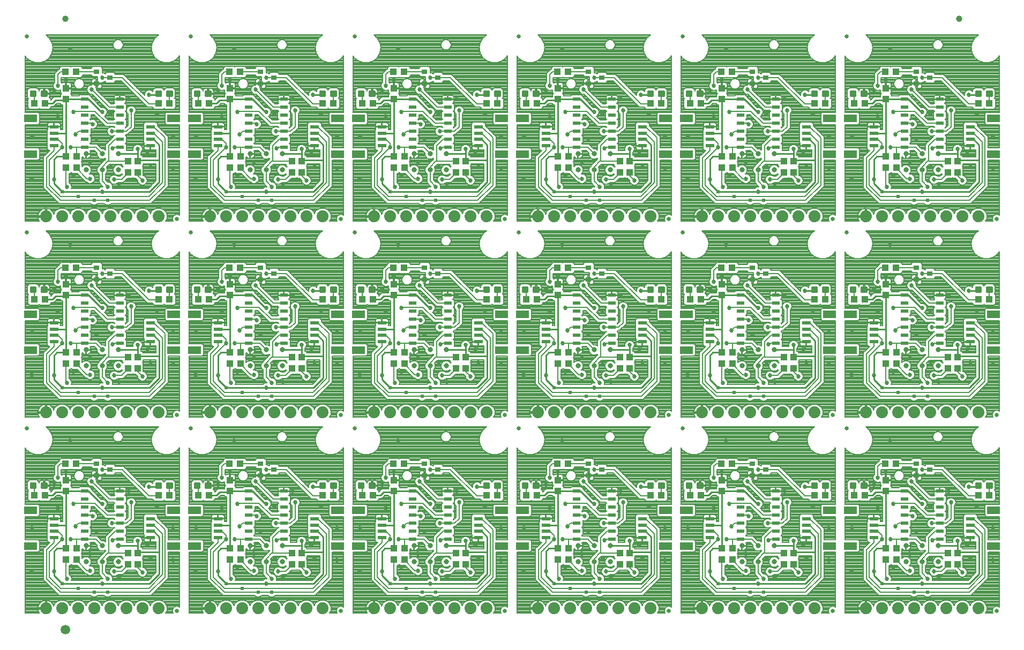
<source format=gtl>
G75*
%MOIN*%
%OFA0B0*%
%FSLAX25Y25*%
%IPPOS*%
%LPD*%
%AMOC8*
5,1,8,0,0,1.08239X$1,22.5*
%
%ADD10C,0.02500*%
%ADD11R,0.03937X0.04331*%
%ADD12R,0.07874X0.04724*%
%ADD13R,0.05315X0.02362*%
%ADD14C,0.07400*%
%ADD15R,0.04331X0.03937*%
%ADD16C,0.01181*%
%ADD17R,0.04724X0.02362*%
%ADD18C,0.03200*%
%ADD19R,0.03543X0.03150*%
%ADD20C,0.03937*%
%ADD21C,0.05906*%
%ADD22C,0.02700*%
%ADD23C,0.01000*%
%ADD24C,0.02400*%
%ADD25C,0.00800*%
D10*
X0130981Y0032250D03*
X0232981Y0032250D03*
X0334981Y0032250D03*
X0436981Y0032250D03*
X0538981Y0032250D03*
X0640981Y0032250D03*
X0547481Y0145750D03*
X0538981Y0154250D03*
X0445481Y0145750D03*
X0436981Y0154250D03*
X0343481Y0145750D03*
X0334981Y0154250D03*
X0241481Y0145750D03*
X0232981Y0154250D03*
X0139481Y0145750D03*
X0130981Y0154250D03*
X0037481Y0145750D03*
X0037481Y0267750D03*
X0130981Y0276250D03*
X0139481Y0267750D03*
X0232981Y0276250D03*
X0241481Y0267750D03*
X0334981Y0276250D03*
X0343481Y0267750D03*
X0436981Y0276250D03*
X0445481Y0267750D03*
X0538981Y0276250D03*
X0547481Y0267750D03*
X0640981Y0276250D03*
X0547481Y0389750D03*
X0445481Y0389750D03*
X0343481Y0389750D03*
X0241481Y0389750D03*
X0139481Y0389750D03*
X0037481Y0389750D03*
X0640981Y0154250D03*
D11*
X0616481Y0183404D03*
X0610481Y0183404D03*
X0610481Y0190096D03*
X0616481Y0190096D03*
X0578481Y0193096D03*
X0571981Y0193096D03*
X0571981Y0186404D03*
X0578481Y0186404D03*
X0571981Y0228904D03*
X0571981Y0235596D03*
X0514481Y0190096D03*
X0508481Y0190096D03*
X0508481Y0183404D03*
X0514481Y0183404D03*
X0476481Y0186404D03*
X0469981Y0186404D03*
X0469981Y0193096D03*
X0476481Y0193096D03*
X0469981Y0228904D03*
X0469981Y0235596D03*
X0412481Y0190096D03*
X0406481Y0190096D03*
X0406481Y0183404D03*
X0412481Y0183404D03*
X0374481Y0186404D03*
X0367981Y0186404D03*
X0367981Y0193096D03*
X0374481Y0193096D03*
X0367981Y0228904D03*
X0367981Y0235596D03*
X0310481Y0190096D03*
X0304481Y0190096D03*
X0304481Y0183404D03*
X0310481Y0183404D03*
X0272481Y0186404D03*
X0265981Y0186404D03*
X0265981Y0193096D03*
X0272481Y0193096D03*
X0265981Y0228904D03*
X0265981Y0235596D03*
X0208481Y0190096D03*
X0202481Y0190096D03*
X0202481Y0183404D03*
X0208481Y0183404D03*
X0170481Y0186404D03*
X0163981Y0186404D03*
X0163981Y0193096D03*
X0170481Y0193096D03*
X0163981Y0228904D03*
X0163981Y0235596D03*
X0106481Y0190096D03*
X0100481Y0190096D03*
X0100481Y0183404D03*
X0106481Y0183404D03*
X0068481Y0186404D03*
X0061981Y0186404D03*
X0061981Y0193096D03*
X0068481Y0193096D03*
X0061981Y0228904D03*
X0061981Y0235596D03*
X0061981Y0308404D03*
X0068481Y0308404D03*
X0068481Y0315096D03*
X0061981Y0315096D03*
X0100481Y0312096D03*
X0106481Y0312096D03*
X0106481Y0305404D03*
X0100481Y0305404D03*
X0163981Y0308404D03*
X0170481Y0308404D03*
X0170481Y0315096D03*
X0163981Y0315096D03*
X0202481Y0312096D03*
X0208481Y0312096D03*
X0208481Y0305404D03*
X0202481Y0305404D03*
X0265981Y0308404D03*
X0272481Y0308404D03*
X0272481Y0315096D03*
X0265981Y0315096D03*
X0304481Y0312096D03*
X0310481Y0312096D03*
X0310481Y0305404D03*
X0304481Y0305404D03*
X0367981Y0308404D03*
X0374481Y0308404D03*
X0374481Y0315096D03*
X0367981Y0315096D03*
X0406481Y0312096D03*
X0412481Y0312096D03*
X0412481Y0305404D03*
X0406481Y0305404D03*
X0469981Y0308404D03*
X0476481Y0308404D03*
X0476481Y0315096D03*
X0469981Y0315096D03*
X0508481Y0312096D03*
X0514481Y0312096D03*
X0514481Y0305404D03*
X0508481Y0305404D03*
X0571981Y0308404D03*
X0578481Y0308404D03*
X0578481Y0315096D03*
X0571981Y0315096D03*
X0610481Y0312096D03*
X0616481Y0312096D03*
X0616481Y0305404D03*
X0610481Y0305404D03*
X0571981Y0350904D03*
X0571981Y0357596D03*
X0469981Y0357596D03*
X0469981Y0350904D03*
X0367981Y0350904D03*
X0367981Y0357596D03*
X0265981Y0357596D03*
X0265981Y0350904D03*
X0163981Y0350904D03*
X0163981Y0357596D03*
X0061981Y0357596D03*
X0061981Y0350904D03*
X0061981Y0113596D03*
X0061981Y0106904D03*
X0061981Y0071096D03*
X0068481Y0071096D03*
X0068481Y0064404D03*
X0061981Y0064404D03*
X0100481Y0061404D03*
X0106481Y0061404D03*
X0106481Y0068096D03*
X0100481Y0068096D03*
X0163981Y0071096D03*
X0170481Y0071096D03*
X0170481Y0064404D03*
X0163981Y0064404D03*
X0202481Y0061404D03*
X0208481Y0061404D03*
X0208481Y0068096D03*
X0202481Y0068096D03*
X0265981Y0071096D03*
X0272481Y0071096D03*
X0272481Y0064404D03*
X0265981Y0064404D03*
X0304481Y0061404D03*
X0310481Y0061404D03*
X0310481Y0068096D03*
X0304481Y0068096D03*
X0265981Y0106904D03*
X0265981Y0113596D03*
X0163981Y0113596D03*
X0163981Y0106904D03*
X0367981Y0106904D03*
X0367981Y0113596D03*
X0367981Y0071096D03*
X0374481Y0071096D03*
X0374481Y0064404D03*
X0367981Y0064404D03*
X0406481Y0061404D03*
X0412481Y0061404D03*
X0412481Y0068096D03*
X0406481Y0068096D03*
X0469981Y0071096D03*
X0476481Y0071096D03*
X0476481Y0064404D03*
X0469981Y0064404D03*
X0508481Y0061404D03*
X0514481Y0061404D03*
X0514481Y0068096D03*
X0508481Y0068096D03*
X0571981Y0071096D03*
X0578481Y0071096D03*
X0578481Y0064404D03*
X0571981Y0064404D03*
X0610481Y0061404D03*
X0616481Y0061404D03*
X0616481Y0068096D03*
X0610481Y0068096D03*
X0571981Y0106904D03*
X0571981Y0113596D03*
X0469981Y0113596D03*
X0469981Y0106904D03*
D12*
X0448013Y0094774D03*
X0434950Y0094774D03*
X0434950Y0072726D03*
X0448013Y0072726D03*
X0536950Y0072726D03*
X0550013Y0072726D03*
X0550013Y0094774D03*
X0536950Y0094774D03*
X0638950Y0094774D03*
X0638950Y0072726D03*
X0638950Y0194726D03*
X0638950Y0216774D03*
X0550013Y0216774D03*
X0536950Y0216774D03*
X0536950Y0194726D03*
X0550013Y0194726D03*
X0448013Y0194726D03*
X0434950Y0194726D03*
X0434950Y0216774D03*
X0448013Y0216774D03*
X0346013Y0216774D03*
X0332950Y0216774D03*
X0332950Y0194726D03*
X0346013Y0194726D03*
X0244013Y0194726D03*
X0230950Y0194726D03*
X0230950Y0216774D03*
X0244013Y0216774D03*
X0142013Y0216774D03*
X0128950Y0216774D03*
X0128950Y0194726D03*
X0142013Y0194726D03*
X0040013Y0194726D03*
X0040013Y0216774D03*
X0040013Y0316726D03*
X0040013Y0338774D03*
X0128950Y0338774D03*
X0142013Y0338774D03*
X0142013Y0316726D03*
X0128950Y0316726D03*
X0230950Y0316726D03*
X0244013Y0316726D03*
X0244013Y0338774D03*
X0230950Y0338774D03*
X0332950Y0338774D03*
X0346013Y0338774D03*
X0346013Y0316726D03*
X0332950Y0316726D03*
X0434950Y0316726D03*
X0448013Y0316726D03*
X0448013Y0338774D03*
X0434950Y0338774D03*
X0536950Y0338774D03*
X0550013Y0338774D03*
X0550013Y0316726D03*
X0536950Y0316726D03*
X0638950Y0316726D03*
X0638950Y0338774D03*
X0346013Y0094774D03*
X0332950Y0094774D03*
X0332950Y0072726D03*
X0346013Y0072726D03*
X0244013Y0072726D03*
X0230950Y0072726D03*
X0230950Y0094774D03*
X0244013Y0094774D03*
X0142013Y0094774D03*
X0128950Y0094774D03*
X0128950Y0072726D03*
X0142013Y0072726D03*
X0040013Y0072726D03*
X0040013Y0094774D03*
D13*
X0054481Y0089656D03*
X0054481Y0085719D03*
X0054481Y0081781D03*
X0054481Y0077844D03*
X0114481Y0077844D03*
X0114481Y0081781D03*
X0114481Y0085719D03*
X0114481Y0089656D03*
X0156481Y0089656D03*
X0156481Y0085719D03*
X0156481Y0081781D03*
X0156481Y0077844D03*
X0216481Y0077844D03*
X0216481Y0081781D03*
X0216481Y0085719D03*
X0216481Y0089656D03*
X0258481Y0089656D03*
X0258481Y0085719D03*
X0258481Y0081781D03*
X0258481Y0077844D03*
X0318481Y0077844D03*
X0318481Y0081781D03*
X0318481Y0085719D03*
X0318481Y0089656D03*
X0360481Y0089656D03*
X0360481Y0085719D03*
X0360481Y0081781D03*
X0360481Y0077844D03*
X0420481Y0077844D03*
X0420481Y0081781D03*
X0420481Y0085719D03*
X0420481Y0089656D03*
X0462481Y0089656D03*
X0462481Y0085719D03*
X0462481Y0081781D03*
X0462481Y0077844D03*
X0522481Y0077844D03*
X0522481Y0081781D03*
X0522481Y0085719D03*
X0522481Y0089656D03*
X0564481Y0089656D03*
X0564481Y0085719D03*
X0564481Y0081781D03*
X0564481Y0077844D03*
X0624481Y0077844D03*
X0624481Y0081781D03*
X0624481Y0085719D03*
X0624481Y0089656D03*
X0624481Y0199844D03*
X0624481Y0203781D03*
X0624481Y0207719D03*
X0624481Y0211656D03*
X0564481Y0211656D03*
X0564481Y0207719D03*
X0564481Y0203781D03*
X0564481Y0199844D03*
X0522481Y0199844D03*
X0522481Y0203781D03*
X0522481Y0207719D03*
X0522481Y0211656D03*
X0462481Y0211656D03*
X0462481Y0207719D03*
X0462481Y0203781D03*
X0462481Y0199844D03*
X0420481Y0199844D03*
X0420481Y0203781D03*
X0420481Y0207719D03*
X0420481Y0211656D03*
X0360481Y0211656D03*
X0360481Y0207719D03*
X0360481Y0203781D03*
X0360481Y0199844D03*
X0318481Y0199844D03*
X0318481Y0203781D03*
X0318481Y0207719D03*
X0318481Y0211656D03*
X0258481Y0211656D03*
X0258481Y0207719D03*
X0258481Y0203781D03*
X0258481Y0199844D03*
X0216481Y0199844D03*
X0216481Y0203781D03*
X0216481Y0207719D03*
X0216481Y0211656D03*
X0156481Y0211656D03*
X0156481Y0207719D03*
X0156481Y0203781D03*
X0156481Y0199844D03*
X0114481Y0199844D03*
X0114481Y0203781D03*
X0114481Y0207719D03*
X0114481Y0211656D03*
X0054481Y0211656D03*
X0054481Y0207719D03*
X0054481Y0203781D03*
X0054481Y0199844D03*
X0054481Y0321844D03*
X0054481Y0325781D03*
X0054481Y0329719D03*
X0054481Y0333656D03*
X0114481Y0333656D03*
X0114481Y0329719D03*
X0114481Y0325781D03*
X0114481Y0321844D03*
X0156481Y0321844D03*
X0156481Y0325781D03*
X0156481Y0329719D03*
X0156481Y0333656D03*
X0216481Y0333656D03*
X0216481Y0329719D03*
X0216481Y0325781D03*
X0216481Y0321844D03*
X0258481Y0321844D03*
X0258481Y0325781D03*
X0258481Y0329719D03*
X0258481Y0333656D03*
X0318481Y0333656D03*
X0318481Y0329719D03*
X0318481Y0325781D03*
X0318481Y0321844D03*
X0360481Y0321844D03*
X0360481Y0325781D03*
X0360481Y0329719D03*
X0360481Y0333656D03*
X0420481Y0333656D03*
X0420481Y0329719D03*
X0420481Y0325781D03*
X0420481Y0321844D03*
X0462481Y0321844D03*
X0462481Y0325781D03*
X0462481Y0329719D03*
X0462481Y0333656D03*
X0522481Y0333656D03*
X0522481Y0329719D03*
X0522481Y0325781D03*
X0522481Y0321844D03*
X0564481Y0321844D03*
X0564481Y0325781D03*
X0564481Y0329719D03*
X0564481Y0333656D03*
X0624481Y0333656D03*
X0624481Y0329719D03*
X0624481Y0325781D03*
X0624481Y0321844D03*
D14*
X0619481Y0277750D03*
X0609481Y0277750D03*
X0599481Y0277750D03*
X0589481Y0277750D03*
X0579481Y0277750D03*
X0569481Y0277750D03*
X0559481Y0277750D03*
X0527481Y0277750D03*
X0517481Y0277750D03*
X0507481Y0277750D03*
X0497481Y0277750D03*
X0487481Y0277750D03*
X0477481Y0277750D03*
X0467481Y0277750D03*
X0457481Y0277750D03*
X0425481Y0277750D03*
X0415481Y0277750D03*
X0405481Y0277750D03*
X0395481Y0277750D03*
X0385481Y0277750D03*
X0375481Y0277750D03*
X0365481Y0277750D03*
X0355481Y0277750D03*
X0323481Y0277750D03*
X0313481Y0277750D03*
X0303481Y0277750D03*
X0293481Y0277750D03*
X0283481Y0277750D03*
X0273481Y0277750D03*
X0263481Y0277750D03*
X0253481Y0277750D03*
X0221481Y0277750D03*
X0211481Y0277750D03*
X0201481Y0277750D03*
X0191481Y0277750D03*
X0181481Y0277750D03*
X0171481Y0277750D03*
X0161481Y0277750D03*
X0151481Y0277750D03*
X0119481Y0277750D03*
X0109481Y0277750D03*
X0099481Y0277750D03*
X0089481Y0277750D03*
X0079481Y0277750D03*
X0069481Y0277750D03*
X0059481Y0277750D03*
X0049481Y0277750D03*
X0049481Y0155750D03*
X0059481Y0155750D03*
X0069481Y0155750D03*
X0079481Y0155750D03*
X0089481Y0155750D03*
X0099481Y0155750D03*
X0109481Y0155750D03*
X0119481Y0155750D03*
X0151481Y0155750D03*
X0161481Y0155750D03*
X0171481Y0155750D03*
X0181481Y0155750D03*
X0191481Y0155750D03*
X0201481Y0155750D03*
X0211481Y0155750D03*
X0221481Y0155750D03*
X0253481Y0155750D03*
X0263481Y0155750D03*
X0273481Y0155750D03*
X0283481Y0155750D03*
X0293481Y0155750D03*
X0303481Y0155750D03*
X0313481Y0155750D03*
X0323481Y0155750D03*
X0355481Y0155750D03*
X0365481Y0155750D03*
X0375481Y0155750D03*
X0385481Y0155750D03*
X0395481Y0155750D03*
X0405481Y0155750D03*
X0415481Y0155750D03*
X0425481Y0155750D03*
X0457481Y0155750D03*
X0467481Y0155750D03*
X0477481Y0155750D03*
X0487481Y0155750D03*
X0497481Y0155750D03*
X0507481Y0155750D03*
X0517481Y0155750D03*
X0527481Y0155750D03*
X0559481Y0155750D03*
X0569481Y0155750D03*
X0579481Y0155750D03*
X0589481Y0155750D03*
X0599481Y0155750D03*
X0609481Y0155750D03*
X0619481Y0155750D03*
X0629481Y0155750D03*
X0629481Y0033750D03*
X0619481Y0033750D03*
X0609481Y0033750D03*
X0599481Y0033750D03*
X0589481Y0033750D03*
X0579481Y0033750D03*
X0569481Y0033750D03*
X0559481Y0033750D03*
X0527481Y0033750D03*
X0517481Y0033750D03*
X0507481Y0033750D03*
X0497481Y0033750D03*
X0487481Y0033750D03*
X0477481Y0033750D03*
X0467481Y0033750D03*
X0457481Y0033750D03*
X0425481Y0033750D03*
X0415481Y0033750D03*
X0405481Y0033750D03*
X0395481Y0033750D03*
X0385481Y0033750D03*
X0375481Y0033750D03*
X0365481Y0033750D03*
X0355481Y0033750D03*
X0323481Y0033750D03*
X0313481Y0033750D03*
X0303481Y0033750D03*
X0293481Y0033750D03*
X0283481Y0033750D03*
X0273481Y0033750D03*
X0263481Y0033750D03*
X0253481Y0033750D03*
X0221481Y0033750D03*
X0211481Y0033750D03*
X0201481Y0033750D03*
X0191481Y0033750D03*
X0181481Y0033750D03*
X0171481Y0033750D03*
X0161481Y0033750D03*
X0151481Y0033750D03*
X0119481Y0033750D03*
X0109481Y0033750D03*
X0099481Y0033750D03*
X0089481Y0033750D03*
X0079481Y0033750D03*
X0069481Y0033750D03*
X0059481Y0033750D03*
X0049481Y0033750D03*
X0629481Y0277750D03*
D15*
X0578328Y0245750D03*
X0571635Y0245750D03*
X0558828Y0226250D03*
X0552135Y0226250D03*
X0534328Y0226250D03*
X0527635Y0226250D03*
X0476328Y0245750D03*
X0469635Y0245750D03*
X0456828Y0226250D03*
X0450135Y0226250D03*
X0432328Y0226250D03*
X0425635Y0226250D03*
X0374328Y0245750D03*
X0367635Y0245750D03*
X0354828Y0226250D03*
X0348135Y0226250D03*
X0330328Y0226250D03*
X0323635Y0226250D03*
X0272328Y0245750D03*
X0265635Y0245750D03*
X0252828Y0226250D03*
X0246135Y0226250D03*
X0228328Y0226250D03*
X0221635Y0226250D03*
X0170328Y0245750D03*
X0163635Y0245750D03*
X0150828Y0226250D03*
X0144135Y0226250D03*
X0126328Y0226250D03*
X0119635Y0226250D03*
X0068328Y0245750D03*
X0061635Y0245750D03*
X0048828Y0226250D03*
X0042135Y0226250D03*
X0061635Y0123750D03*
X0068328Y0123750D03*
X0048828Y0104250D03*
X0042135Y0104250D03*
X0119635Y0104250D03*
X0126328Y0104250D03*
X0144135Y0104250D03*
X0150828Y0104250D03*
X0163635Y0123750D03*
X0170328Y0123750D03*
X0221635Y0104250D03*
X0228328Y0104250D03*
X0246135Y0104250D03*
X0252828Y0104250D03*
X0265635Y0123750D03*
X0272328Y0123750D03*
X0323635Y0104250D03*
X0330328Y0104250D03*
X0348135Y0104250D03*
X0354828Y0104250D03*
X0367635Y0123750D03*
X0374328Y0123750D03*
X0425635Y0104250D03*
X0432328Y0104250D03*
X0450135Y0104250D03*
X0456828Y0104250D03*
X0469635Y0123750D03*
X0476328Y0123750D03*
X0527635Y0104250D03*
X0534328Y0104250D03*
X0552135Y0104250D03*
X0558828Y0104250D03*
X0571635Y0123750D03*
X0578328Y0123750D03*
X0629635Y0104250D03*
X0636328Y0104250D03*
X0636328Y0226250D03*
X0629635Y0226250D03*
X0629635Y0348250D03*
X0636328Y0348250D03*
X0578328Y0367750D03*
X0571635Y0367750D03*
X0558828Y0348250D03*
X0552135Y0348250D03*
X0534328Y0348250D03*
X0527635Y0348250D03*
X0476328Y0367750D03*
X0469635Y0367750D03*
X0456828Y0348250D03*
X0450135Y0348250D03*
X0432328Y0348250D03*
X0425635Y0348250D03*
X0374328Y0367750D03*
X0367635Y0367750D03*
X0354828Y0348250D03*
X0348135Y0348250D03*
X0330328Y0348250D03*
X0323635Y0348250D03*
X0272328Y0367750D03*
X0265635Y0367750D03*
X0252828Y0348250D03*
X0246135Y0348250D03*
X0228328Y0348250D03*
X0221635Y0348250D03*
X0170328Y0367750D03*
X0163635Y0367750D03*
X0150828Y0348250D03*
X0144135Y0348250D03*
X0126328Y0348250D03*
X0119635Y0348250D03*
X0068328Y0367750D03*
X0061635Y0367750D03*
X0048828Y0348250D03*
X0042135Y0348250D03*
D16*
X0040150Y0352872D02*
X0040150Y0355628D01*
X0042906Y0355628D01*
X0042906Y0352872D01*
X0040150Y0352872D01*
X0040150Y0353994D02*
X0042906Y0353994D01*
X0042906Y0355116D02*
X0040150Y0355116D01*
X0047056Y0355628D02*
X0047056Y0352872D01*
X0047056Y0355628D02*
X0049812Y0355628D01*
X0049812Y0352872D01*
X0047056Y0352872D01*
X0047056Y0353994D02*
X0049812Y0353994D01*
X0049812Y0355116D02*
X0047056Y0355116D01*
X0118150Y0355628D02*
X0118150Y0352872D01*
X0118150Y0355628D02*
X0120906Y0355628D01*
X0120906Y0352872D01*
X0118150Y0352872D01*
X0118150Y0353994D02*
X0120906Y0353994D01*
X0120906Y0355116D02*
X0118150Y0355116D01*
X0125056Y0355628D02*
X0125056Y0352872D01*
X0125056Y0355628D02*
X0127812Y0355628D01*
X0127812Y0352872D01*
X0125056Y0352872D01*
X0125056Y0353994D02*
X0127812Y0353994D01*
X0127812Y0355116D02*
X0125056Y0355116D01*
X0142150Y0355628D02*
X0142150Y0352872D01*
X0142150Y0355628D02*
X0144906Y0355628D01*
X0144906Y0352872D01*
X0142150Y0352872D01*
X0142150Y0353994D02*
X0144906Y0353994D01*
X0144906Y0355116D02*
X0142150Y0355116D01*
X0149056Y0355628D02*
X0149056Y0352872D01*
X0149056Y0355628D02*
X0151812Y0355628D01*
X0151812Y0352872D01*
X0149056Y0352872D01*
X0149056Y0353994D02*
X0151812Y0353994D01*
X0151812Y0355116D02*
X0149056Y0355116D01*
X0220150Y0355628D02*
X0220150Y0352872D01*
X0220150Y0355628D02*
X0222906Y0355628D01*
X0222906Y0352872D01*
X0220150Y0352872D01*
X0220150Y0353994D02*
X0222906Y0353994D01*
X0222906Y0355116D02*
X0220150Y0355116D01*
X0227056Y0355628D02*
X0227056Y0352872D01*
X0227056Y0355628D02*
X0229812Y0355628D01*
X0229812Y0352872D01*
X0227056Y0352872D01*
X0227056Y0353994D02*
X0229812Y0353994D01*
X0229812Y0355116D02*
X0227056Y0355116D01*
X0244150Y0355628D02*
X0244150Y0352872D01*
X0244150Y0355628D02*
X0246906Y0355628D01*
X0246906Y0352872D01*
X0244150Y0352872D01*
X0244150Y0353994D02*
X0246906Y0353994D01*
X0246906Y0355116D02*
X0244150Y0355116D01*
X0251056Y0355628D02*
X0251056Y0352872D01*
X0251056Y0355628D02*
X0253812Y0355628D01*
X0253812Y0352872D01*
X0251056Y0352872D01*
X0251056Y0353994D02*
X0253812Y0353994D01*
X0253812Y0355116D02*
X0251056Y0355116D01*
X0322150Y0355628D02*
X0322150Y0352872D01*
X0322150Y0355628D02*
X0324906Y0355628D01*
X0324906Y0352872D01*
X0322150Y0352872D01*
X0322150Y0353994D02*
X0324906Y0353994D01*
X0324906Y0355116D02*
X0322150Y0355116D01*
X0329056Y0355628D02*
X0329056Y0352872D01*
X0329056Y0355628D02*
X0331812Y0355628D01*
X0331812Y0352872D01*
X0329056Y0352872D01*
X0329056Y0353994D02*
X0331812Y0353994D01*
X0331812Y0355116D02*
X0329056Y0355116D01*
X0346150Y0355628D02*
X0346150Y0352872D01*
X0346150Y0355628D02*
X0348906Y0355628D01*
X0348906Y0352872D01*
X0346150Y0352872D01*
X0346150Y0353994D02*
X0348906Y0353994D01*
X0348906Y0355116D02*
X0346150Y0355116D01*
X0353056Y0355628D02*
X0353056Y0352872D01*
X0353056Y0355628D02*
X0355812Y0355628D01*
X0355812Y0352872D01*
X0353056Y0352872D01*
X0353056Y0353994D02*
X0355812Y0353994D01*
X0355812Y0355116D02*
X0353056Y0355116D01*
X0424150Y0355628D02*
X0424150Y0352872D01*
X0424150Y0355628D02*
X0426906Y0355628D01*
X0426906Y0352872D01*
X0424150Y0352872D01*
X0424150Y0353994D02*
X0426906Y0353994D01*
X0426906Y0355116D02*
X0424150Y0355116D01*
X0431056Y0355628D02*
X0431056Y0352872D01*
X0431056Y0355628D02*
X0433812Y0355628D01*
X0433812Y0352872D01*
X0431056Y0352872D01*
X0431056Y0353994D02*
X0433812Y0353994D01*
X0433812Y0355116D02*
X0431056Y0355116D01*
X0448150Y0355628D02*
X0448150Y0352872D01*
X0448150Y0355628D02*
X0450906Y0355628D01*
X0450906Y0352872D01*
X0448150Y0352872D01*
X0448150Y0353994D02*
X0450906Y0353994D01*
X0450906Y0355116D02*
X0448150Y0355116D01*
X0455056Y0355628D02*
X0455056Y0352872D01*
X0455056Y0355628D02*
X0457812Y0355628D01*
X0457812Y0352872D01*
X0455056Y0352872D01*
X0455056Y0353994D02*
X0457812Y0353994D01*
X0457812Y0355116D02*
X0455056Y0355116D01*
X0526150Y0355628D02*
X0526150Y0352872D01*
X0526150Y0355628D02*
X0528906Y0355628D01*
X0528906Y0352872D01*
X0526150Y0352872D01*
X0526150Y0353994D02*
X0528906Y0353994D01*
X0528906Y0355116D02*
X0526150Y0355116D01*
X0533056Y0355628D02*
X0533056Y0352872D01*
X0533056Y0355628D02*
X0535812Y0355628D01*
X0535812Y0352872D01*
X0533056Y0352872D01*
X0533056Y0353994D02*
X0535812Y0353994D01*
X0535812Y0355116D02*
X0533056Y0355116D01*
X0550150Y0355628D02*
X0550150Y0352872D01*
X0550150Y0355628D02*
X0552906Y0355628D01*
X0552906Y0352872D01*
X0550150Y0352872D01*
X0550150Y0353994D02*
X0552906Y0353994D01*
X0552906Y0355116D02*
X0550150Y0355116D01*
X0557056Y0355628D02*
X0557056Y0352872D01*
X0557056Y0355628D02*
X0559812Y0355628D01*
X0559812Y0352872D01*
X0557056Y0352872D01*
X0557056Y0353994D02*
X0559812Y0353994D01*
X0559812Y0355116D02*
X0557056Y0355116D01*
X0628150Y0355628D02*
X0628150Y0352872D01*
X0628150Y0355628D02*
X0630906Y0355628D01*
X0630906Y0352872D01*
X0628150Y0352872D01*
X0628150Y0353994D02*
X0630906Y0353994D01*
X0630906Y0355116D02*
X0628150Y0355116D01*
X0635056Y0355628D02*
X0635056Y0352872D01*
X0635056Y0355628D02*
X0637812Y0355628D01*
X0637812Y0352872D01*
X0635056Y0352872D01*
X0635056Y0353994D02*
X0637812Y0353994D01*
X0637812Y0355116D02*
X0635056Y0355116D01*
X0635056Y0233628D02*
X0635056Y0230872D01*
X0635056Y0233628D02*
X0637812Y0233628D01*
X0637812Y0230872D01*
X0635056Y0230872D01*
X0635056Y0231994D02*
X0637812Y0231994D01*
X0637812Y0233116D02*
X0635056Y0233116D01*
X0628150Y0233628D02*
X0628150Y0230872D01*
X0628150Y0233628D02*
X0630906Y0233628D01*
X0630906Y0230872D01*
X0628150Y0230872D01*
X0628150Y0231994D02*
X0630906Y0231994D01*
X0630906Y0233116D02*
X0628150Y0233116D01*
X0557056Y0233628D02*
X0557056Y0230872D01*
X0557056Y0233628D02*
X0559812Y0233628D01*
X0559812Y0230872D01*
X0557056Y0230872D01*
X0557056Y0231994D02*
X0559812Y0231994D01*
X0559812Y0233116D02*
X0557056Y0233116D01*
X0550150Y0233628D02*
X0550150Y0230872D01*
X0550150Y0233628D02*
X0552906Y0233628D01*
X0552906Y0230872D01*
X0550150Y0230872D01*
X0550150Y0231994D02*
X0552906Y0231994D01*
X0552906Y0233116D02*
X0550150Y0233116D01*
X0533056Y0233628D02*
X0533056Y0230872D01*
X0533056Y0233628D02*
X0535812Y0233628D01*
X0535812Y0230872D01*
X0533056Y0230872D01*
X0533056Y0231994D02*
X0535812Y0231994D01*
X0535812Y0233116D02*
X0533056Y0233116D01*
X0526150Y0233628D02*
X0526150Y0230872D01*
X0526150Y0233628D02*
X0528906Y0233628D01*
X0528906Y0230872D01*
X0526150Y0230872D01*
X0526150Y0231994D02*
X0528906Y0231994D01*
X0528906Y0233116D02*
X0526150Y0233116D01*
X0455056Y0233628D02*
X0455056Y0230872D01*
X0455056Y0233628D02*
X0457812Y0233628D01*
X0457812Y0230872D01*
X0455056Y0230872D01*
X0455056Y0231994D02*
X0457812Y0231994D01*
X0457812Y0233116D02*
X0455056Y0233116D01*
X0448150Y0233628D02*
X0448150Y0230872D01*
X0448150Y0233628D02*
X0450906Y0233628D01*
X0450906Y0230872D01*
X0448150Y0230872D01*
X0448150Y0231994D02*
X0450906Y0231994D01*
X0450906Y0233116D02*
X0448150Y0233116D01*
X0431056Y0233628D02*
X0431056Y0230872D01*
X0431056Y0233628D02*
X0433812Y0233628D01*
X0433812Y0230872D01*
X0431056Y0230872D01*
X0431056Y0231994D02*
X0433812Y0231994D01*
X0433812Y0233116D02*
X0431056Y0233116D01*
X0424150Y0233628D02*
X0424150Y0230872D01*
X0424150Y0233628D02*
X0426906Y0233628D01*
X0426906Y0230872D01*
X0424150Y0230872D01*
X0424150Y0231994D02*
X0426906Y0231994D01*
X0426906Y0233116D02*
X0424150Y0233116D01*
X0353056Y0233628D02*
X0353056Y0230872D01*
X0353056Y0233628D02*
X0355812Y0233628D01*
X0355812Y0230872D01*
X0353056Y0230872D01*
X0353056Y0231994D02*
X0355812Y0231994D01*
X0355812Y0233116D02*
X0353056Y0233116D01*
X0346150Y0233628D02*
X0346150Y0230872D01*
X0346150Y0233628D02*
X0348906Y0233628D01*
X0348906Y0230872D01*
X0346150Y0230872D01*
X0346150Y0231994D02*
X0348906Y0231994D01*
X0348906Y0233116D02*
X0346150Y0233116D01*
X0329056Y0233628D02*
X0329056Y0230872D01*
X0329056Y0233628D02*
X0331812Y0233628D01*
X0331812Y0230872D01*
X0329056Y0230872D01*
X0329056Y0231994D02*
X0331812Y0231994D01*
X0331812Y0233116D02*
X0329056Y0233116D01*
X0322150Y0233628D02*
X0322150Y0230872D01*
X0322150Y0233628D02*
X0324906Y0233628D01*
X0324906Y0230872D01*
X0322150Y0230872D01*
X0322150Y0231994D02*
X0324906Y0231994D01*
X0324906Y0233116D02*
X0322150Y0233116D01*
X0251056Y0233628D02*
X0251056Y0230872D01*
X0251056Y0233628D02*
X0253812Y0233628D01*
X0253812Y0230872D01*
X0251056Y0230872D01*
X0251056Y0231994D02*
X0253812Y0231994D01*
X0253812Y0233116D02*
X0251056Y0233116D01*
X0244150Y0233628D02*
X0244150Y0230872D01*
X0244150Y0233628D02*
X0246906Y0233628D01*
X0246906Y0230872D01*
X0244150Y0230872D01*
X0244150Y0231994D02*
X0246906Y0231994D01*
X0246906Y0233116D02*
X0244150Y0233116D01*
X0227056Y0233628D02*
X0227056Y0230872D01*
X0227056Y0233628D02*
X0229812Y0233628D01*
X0229812Y0230872D01*
X0227056Y0230872D01*
X0227056Y0231994D02*
X0229812Y0231994D01*
X0229812Y0233116D02*
X0227056Y0233116D01*
X0220150Y0233628D02*
X0220150Y0230872D01*
X0220150Y0233628D02*
X0222906Y0233628D01*
X0222906Y0230872D01*
X0220150Y0230872D01*
X0220150Y0231994D02*
X0222906Y0231994D01*
X0222906Y0233116D02*
X0220150Y0233116D01*
X0149056Y0233628D02*
X0149056Y0230872D01*
X0149056Y0233628D02*
X0151812Y0233628D01*
X0151812Y0230872D01*
X0149056Y0230872D01*
X0149056Y0231994D02*
X0151812Y0231994D01*
X0151812Y0233116D02*
X0149056Y0233116D01*
X0142150Y0233628D02*
X0142150Y0230872D01*
X0142150Y0233628D02*
X0144906Y0233628D01*
X0144906Y0230872D01*
X0142150Y0230872D01*
X0142150Y0231994D02*
X0144906Y0231994D01*
X0144906Y0233116D02*
X0142150Y0233116D01*
X0125056Y0233628D02*
X0125056Y0230872D01*
X0125056Y0233628D02*
X0127812Y0233628D01*
X0127812Y0230872D01*
X0125056Y0230872D01*
X0125056Y0231994D02*
X0127812Y0231994D01*
X0127812Y0233116D02*
X0125056Y0233116D01*
X0118150Y0233628D02*
X0118150Y0230872D01*
X0118150Y0233628D02*
X0120906Y0233628D01*
X0120906Y0230872D01*
X0118150Y0230872D01*
X0118150Y0231994D02*
X0120906Y0231994D01*
X0120906Y0233116D02*
X0118150Y0233116D01*
X0047056Y0233628D02*
X0047056Y0230872D01*
X0047056Y0233628D02*
X0049812Y0233628D01*
X0049812Y0230872D01*
X0047056Y0230872D01*
X0047056Y0231994D02*
X0049812Y0231994D01*
X0049812Y0233116D02*
X0047056Y0233116D01*
X0040150Y0233628D02*
X0040150Y0230872D01*
X0040150Y0233628D02*
X0042906Y0233628D01*
X0042906Y0230872D01*
X0040150Y0230872D01*
X0040150Y0231994D02*
X0042906Y0231994D01*
X0042906Y0233116D02*
X0040150Y0233116D01*
X0040150Y0111628D02*
X0040150Y0108872D01*
X0040150Y0111628D02*
X0042906Y0111628D01*
X0042906Y0108872D01*
X0040150Y0108872D01*
X0040150Y0109994D02*
X0042906Y0109994D01*
X0042906Y0111116D02*
X0040150Y0111116D01*
X0047056Y0111628D02*
X0047056Y0108872D01*
X0047056Y0111628D02*
X0049812Y0111628D01*
X0049812Y0108872D01*
X0047056Y0108872D01*
X0047056Y0109994D02*
X0049812Y0109994D01*
X0049812Y0111116D02*
X0047056Y0111116D01*
X0118150Y0111628D02*
X0118150Y0108872D01*
X0118150Y0111628D02*
X0120906Y0111628D01*
X0120906Y0108872D01*
X0118150Y0108872D01*
X0118150Y0109994D02*
X0120906Y0109994D01*
X0120906Y0111116D02*
X0118150Y0111116D01*
X0125056Y0111628D02*
X0125056Y0108872D01*
X0125056Y0111628D02*
X0127812Y0111628D01*
X0127812Y0108872D01*
X0125056Y0108872D01*
X0125056Y0109994D02*
X0127812Y0109994D01*
X0127812Y0111116D02*
X0125056Y0111116D01*
X0142150Y0111628D02*
X0142150Y0108872D01*
X0142150Y0111628D02*
X0144906Y0111628D01*
X0144906Y0108872D01*
X0142150Y0108872D01*
X0142150Y0109994D02*
X0144906Y0109994D01*
X0144906Y0111116D02*
X0142150Y0111116D01*
X0149056Y0111628D02*
X0149056Y0108872D01*
X0149056Y0111628D02*
X0151812Y0111628D01*
X0151812Y0108872D01*
X0149056Y0108872D01*
X0149056Y0109994D02*
X0151812Y0109994D01*
X0151812Y0111116D02*
X0149056Y0111116D01*
X0220150Y0111628D02*
X0220150Y0108872D01*
X0220150Y0111628D02*
X0222906Y0111628D01*
X0222906Y0108872D01*
X0220150Y0108872D01*
X0220150Y0109994D02*
X0222906Y0109994D01*
X0222906Y0111116D02*
X0220150Y0111116D01*
X0227056Y0111628D02*
X0227056Y0108872D01*
X0227056Y0111628D02*
X0229812Y0111628D01*
X0229812Y0108872D01*
X0227056Y0108872D01*
X0227056Y0109994D02*
X0229812Y0109994D01*
X0229812Y0111116D02*
X0227056Y0111116D01*
X0244150Y0111628D02*
X0244150Y0108872D01*
X0244150Y0111628D02*
X0246906Y0111628D01*
X0246906Y0108872D01*
X0244150Y0108872D01*
X0244150Y0109994D02*
X0246906Y0109994D01*
X0246906Y0111116D02*
X0244150Y0111116D01*
X0251056Y0111628D02*
X0251056Y0108872D01*
X0251056Y0111628D02*
X0253812Y0111628D01*
X0253812Y0108872D01*
X0251056Y0108872D01*
X0251056Y0109994D02*
X0253812Y0109994D01*
X0253812Y0111116D02*
X0251056Y0111116D01*
X0322150Y0111628D02*
X0322150Y0108872D01*
X0322150Y0111628D02*
X0324906Y0111628D01*
X0324906Y0108872D01*
X0322150Y0108872D01*
X0322150Y0109994D02*
X0324906Y0109994D01*
X0324906Y0111116D02*
X0322150Y0111116D01*
X0329056Y0111628D02*
X0329056Y0108872D01*
X0329056Y0111628D02*
X0331812Y0111628D01*
X0331812Y0108872D01*
X0329056Y0108872D01*
X0329056Y0109994D02*
X0331812Y0109994D01*
X0331812Y0111116D02*
X0329056Y0111116D01*
X0346150Y0111628D02*
X0346150Y0108872D01*
X0346150Y0111628D02*
X0348906Y0111628D01*
X0348906Y0108872D01*
X0346150Y0108872D01*
X0346150Y0109994D02*
X0348906Y0109994D01*
X0348906Y0111116D02*
X0346150Y0111116D01*
X0353056Y0111628D02*
X0353056Y0108872D01*
X0353056Y0111628D02*
X0355812Y0111628D01*
X0355812Y0108872D01*
X0353056Y0108872D01*
X0353056Y0109994D02*
X0355812Y0109994D01*
X0355812Y0111116D02*
X0353056Y0111116D01*
X0424150Y0111628D02*
X0424150Y0108872D01*
X0424150Y0111628D02*
X0426906Y0111628D01*
X0426906Y0108872D01*
X0424150Y0108872D01*
X0424150Y0109994D02*
X0426906Y0109994D01*
X0426906Y0111116D02*
X0424150Y0111116D01*
X0431056Y0111628D02*
X0431056Y0108872D01*
X0431056Y0111628D02*
X0433812Y0111628D01*
X0433812Y0108872D01*
X0431056Y0108872D01*
X0431056Y0109994D02*
X0433812Y0109994D01*
X0433812Y0111116D02*
X0431056Y0111116D01*
X0448150Y0111628D02*
X0448150Y0108872D01*
X0448150Y0111628D02*
X0450906Y0111628D01*
X0450906Y0108872D01*
X0448150Y0108872D01*
X0448150Y0109994D02*
X0450906Y0109994D01*
X0450906Y0111116D02*
X0448150Y0111116D01*
X0455056Y0111628D02*
X0455056Y0108872D01*
X0455056Y0111628D02*
X0457812Y0111628D01*
X0457812Y0108872D01*
X0455056Y0108872D01*
X0455056Y0109994D02*
X0457812Y0109994D01*
X0457812Y0111116D02*
X0455056Y0111116D01*
X0526150Y0111628D02*
X0526150Y0108872D01*
X0526150Y0111628D02*
X0528906Y0111628D01*
X0528906Y0108872D01*
X0526150Y0108872D01*
X0526150Y0109994D02*
X0528906Y0109994D01*
X0528906Y0111116D02*
X0526150Y0111116D01*
X0533056Y0111628D02*
X0533056Y0108872D01*
X0533056Y0111628D02*
X0535812Y0111628D01*
X0535812Y0108872D01*
X0533056Y0108872D01*
X0533056Y0109994D02*
X0535812Y0109994D01*
X0535812Y0111116D02*
X0533056Y0111116D01*
X0550150Y0111628D02*
X0550150Y0108872D01*
X0550150Y0111628D02*
X0552906Y0111628D01*
X0552906Y0108872D01*
X0550150Y0108872D01*
X0550150Y0109994D02*
X0552906Y0109994D01*
X0552906Y0111116D02*
X0550150Y0111116D01*
X0557056Y0111628D02*
X0557056Y0108872D01*
X0557056Y0111628D02*
X0559812Y0111628D01*
X0559812Y0108872D01*
X0557056Y0108872D01*
X0557056Y0109994D02*
X0559812Y0109994D01*
X0559812Y0111116D02*
X0557056Y0111116D01*
X0628150Y0111628D02*
X0628150Y0108872D01*
X0628150Y0111628D02*
X0630906Y0111628D01*
X0630906Y0108872D01*
X0628150Y0108872D01*
X0628150Y0109994D02*
X0630906Y0109994D01*
X0630906Y0111116D02*
X0628150Y0111116D01*
X0635056Y0111628D02*
X0635056Y0108872D01*
X0635056Y0111628D02*
X0637812Y0111628D01*
X0637812Y0108872D01*
X0635056Y0108872D01*
X0635056Y0109994D02*
X0637812Y0109994D01*
X0637812Y0111116D02*
X0635056Y0111116D01*
D17*
X0605505Y0106750D03*
X0605505Y0101750D03*
X0605505Y0096750D03*
X0605505Y0091750D03*
X0605505Y0086750D03*
X0605505Y0081750D03*
X0605505Y0076750D03*
X0583458Y0076750D03*
X0583458Y0081750D03*
X0583458Y0086750D03*
X0583458Y0091750D03*
X0583458Y0096750D03*
X0583458Y0101750D03*
X0583458Y0106750D03*
X0503505Y0106750D03*
X0503505Y0101750D03*
X0503505Y0096750D03*
X0503505Y0091750D03*
X0503505Y0086750D03*
X0503505Y0081750D03*
X0503505Y0076750D03*
X0481458Y0076750D03*
X0481458Y0081750D03*
X0481458Y0086750D03*
X0481458Y0091750D03*
X0481458Y0096750D03*
X0481458Y0101750D03*
X0481458Y0106750D03*
X0401505Y0106750D03*
X0401505Y0101750D03*
X0401505Y0096750D03*
X0401505Y0091750D03*
X0401505Y0086750D03*
X0401505Y0081750D03*
X0401505Y0076750D03*
X0379458Y0076750D03*
X0379458Y0081750D03*
X0379458Y0086750D03*
X0379458Y0091750D03*
X0379458Y0096750D03*
X0379458Y0101750D03*
X0379458Y0106750D03*
X0299505Y0106750D03*
X0299505Y0101750D03*
X0299505Y0096750D03*
X0299505Y0091750D03*
X0299505Y0086750D03*
X0299505Y0081750D03*
X0299505Y0076750D03*
X0277458Y0076750D03*
X0277458Y0081750D03*
X0277458Y0086750D03*
X0277458Y0091750D03*
X0277458Y0096750D03*
X0277458Y0101750D03*
X0277458Y0106750D03*
X0197505Y0106750D03*
X0197505Y0101750D03*
X0197505Y0096750D03*
X0197505Y0091750D03*
X0197505Y0086750D03*
X0197505Y0081750D03*
X0197505Y0076750D03*
X0175458Y0076750D03*
X0175458Y0081750D03*
X0175458Y0086750D03*
X0175458Y0091750D03*
X0175458Y0096750D03*
X0175458Y0101750D03*
X0175458Y0106750D03*
X0095505Y0106750D03*
X0095505Y0101750D03*
X0095505Y0096750D03*
X0095505Y0091750D03*
X0095505Y0086750D03*
X0095505Y0081750D03*
X0095505Y0076750D03*
X0073458Y0076750D03*
X0073458Y0081750D03*
X0073458Y0086750D03*
X0073458Y0091750D03*
X0073458Y0096750D03*
X0073458Y0101750D03*
X0073458Y0106750D03*
X0073458Y0198750D03*
X0073458Y0203750D03*
X0073458Y0208750D03*
X0073458Y0213750D03*
X0073458Y0218750D03*
X0073458Y0223750D03*
X0073458Y0228750D03*
X0095505Y0228750D03*
X0095505Y0223750D03*
X0095505Y0218750D03*
X0095505Y0213750D03*
X0095505Y0208750D03*
X0095505Y0203750D03*
X0095505Y0198750D03*
X0175458Y0198750D03*
X0175458Y0203750D03*
X0175458Y0208750D03*
X0175458Y0213750D03*
X0175458Y0218750D03*
X0175458Y0223750D03*
X0175458Y0228750D03*
X0197505Y0228750D03*
X0197505Y0223750D03*
X0197505Y0218750D03*
X0197505Y0213750D03*
X0197505Y0208750D03*
X0197505Y0203750D03*
X0197505Y0198750D03*
X0277458Y0198750D03*
X0277458Y0203750D03*
X0277458Y0208750D03*
X0277458Y0213750D03*
X0277458Y0218750D03*
X0277458Y0223750D03*
X0277458Y0228750D03*
X0299505Y0228750D03*
X0299505Y0223750D03*
X0299505Y0218750D03*
X0299505Y0213750D03*
X0299505Y0208750D03*
X0299505Y0203750D03*
X0299505Y0198750D03*
X0379458Y0198750D03*
X0379458Y0203750D03*
X0379458Y0208750D03*
X0379458Y0213750D03*
X0379458Y0218750D03*
X0379458Y0223750D03*
X0379458Y0228750D03*
X0401505Y0228750D03*
X0401505Y0223750D03*
X0401505Y0218750D03*
X0401505Y0213750D03*
X0401505Y0208750D03*
X0401505Y0203750D03*
X0401505Y0198750D03*
X0481458Y0198750D03*
X0481458Y0203750D03*
X0481458Y0208750D03*
X0481458Y0213750D03*
X0481458Y0218750D03*
X0481458Y0223750D03*
X0481458Y0228750D03*
X0503505Y0228750D03*
X0503505Y0223750D03*
X0503505Y0218750D03*
X0503505Y0213750D03*
X0503505Y0208750D03*
X0503505Y0203750D03*
X0503505Y0198750D03*
X0583458Y0198750D03*
X0583458Y0203750D03*
X0583458Y0208750D03*
X0583458Y0213750D03*
X0583458Y0218750D03*
X0583458Y0223750D03*
X0583458Y0228750D03*
X0605505Y0228750D03*
X0605505Y0223750D03*
X0605505Y0218750D03*
X0605505Y0213750D03*
X0605505Y0208750D03*
X0605505Y0203750D03*
X0605505Y0198750D03*
X0605505Y0320750D03*
X0605505Y0325750D03*
X0605505Y0330750D03*
X0605505Y0335750D03*
X0605505Y0340750D03*
X0605505Y0345750D03*
X0605505Y0350750D03*
X0583458Y0350750D03*
X0583458Y0345750D03*
X0583458Y0340750D03*
X0583458Y0335750D03*
X0583458Y0330750D03*
X0583458Y0325750D03*
X0583458Y0320750D03*
X0503505Y0320750D03*
X0503505Y0325750D03*
X0503505Y0330750D03*
X0503505Y0335750D03*
X0503505Y0340750D03*
X0503505Y0345750D03*
X0503505Y0350750D03*
X0481458Y0350750D03*
X0481458Y0345750D03*
X0481458Y0340750D03*
X0481458Y0335750D03*
X0481458Y0330750D03*
X0481458Y0325750D03*
X0481458Y0320750D03*
X0401505Y0320750D03*
X0401505Y0325750D03*
X0401505Y0330750D03*
X0401505Y0335750D03*
X0401505Y0340750D03*
X0401505Y0345750D03*
X0401505Y0350750D03*
X0379458Y0350750D03*
X0379458Y0345750D03*
X0379458Y0340750D03*
X0379458Y0335750D03*
X0379458Y0330750D03*
X0379458Y0325750D03*
X0379458Y0320750D03*
X0299505Y0320750D03*
X0299505Y0325750D03*
X0299505Y0330750D03*
X0299505Y0335750D03*
X0299505Y0340750D03*
X0299505Y0345750D03*
X0299505Y0350750D03*
X0277458Y0350750D03*
X0277458Y0345750D03*
X0277458Y0340750D03*
X0277458Y0335750D03*
X0277458Y0330750D03*
X0277458Y0325750D03*
X0277458Y0320750D03*
X0197505Y0320750D03*
X0197505Y0325750D03*
X0197505Y0330750D03*
X0197505Y0335750D03*
X0197505Y0340750D03*
X0197505Y0345750D03*
X0197505Y0350750D03*
X0175458Y0350750D03*
X0175458Y0345750D03*
X0175458Y0340750D03*
X0175458Y0335750D03*
X0175458Y0330750D03*
X0175458Y0325750D03*
X0175458Y0320750D03*
X0095505Y0320750D03*
X0095505Y0325750D03*
X0095505Y0330750D03*
X0095505Y0335750D03*
X0095505Y0340750D03*
X0095505Y0345750D03*
X0095505Y0350750D03*
X0073458Y0350750D03*
X0073458Y0345750D03*
X0073458Y0340750D03*
X0073458Y0335750D03*
X0073458Y0330750D03*
X0073458Y0325750D03*
X0073458Y0320750D03*
D18*
X0074481Y0316750D03*
X0074481Y0306750D03*
X0084481Y0306750D03*
X0094481Y0306750D03*
X0094481Y0316750D03*
X0084481Y0316750D03*
X0176481Y0316750D03*
X0186481Y0316750D03*
X0186481Y0306750D03*
X0176481Y0306750D03*
X0196481Y0306750D03*
X0196481Y0316750D03*
X0278481Y0316750D03*
X0288481Y0316750D03*
X0298481Y0316750D03*
X0298481Y0306750D03*
X0288481Y0306750D03*
X0278481Y0306750D03*
X0380481Y0306750D03*
X0380481Y0316750D03*
X0390481Y0316750D03*
X0400481Y0316750D03*
X0400481Y0306750D03*
X0390481Y0306750D03*
X0482481Y0306750D03*
X0492481Y0306750D03*
X0492481Y0316750D03*
X0482481Y0316750D03*
X0502481Y0316750D03*
X0502481Y0306750D03*
X0584481Y0306750D03*
X0594481Y0306750D03*
X0604481Y0306750D03*
X0604481Y0316750D03*
X0594481Y0316750D03*
X0584481Y0316750D03*
X0584481Y0194750D03*
X0594481Y0194750D03*
X0604481Y0194750D03*
X0604481Y0184750D03*
X0594481Y0184750D03*
X0584481Y0184750D03*
X0502481Y0184750D03*
X0492481Y0184750D03*
X0482481Y0184750D03*
X0482481Y0194750D03*
X0492481Y0194750D03*
X0502481Y0194750D03*
X0400481Y0194750D03*
X0390481Y0194750D03*
X0380481Y0194750D03*
X0380481Y0184750D03*
X0390481Y0184750D03*
X0400481Y0184750D03*
X0298481Y0184750D03*
X0288481Y0184750D03*
X0278481Y0184750D03*
X0278481Y0194750D03*
X0288481Y0194750D03*
X0298481Y0194750D03*
X0196481Y0194750D03*
X0186481Y0194750D03*
X0176481Y0194750D03*
X0176481Y0184750D03*
X0186481Y0184750D03*
X0196481Y0184750D03*
X0094481Y0184750D03*
X0084481Y0184750D03*
X0074481Y0184750D03*
X0074481Y0194750D03*
X0084481Y0194750D03*
X0094481Y0194750D03*
X0094481Y0072750D03*
X0084481Y0072750D03*
X0074481Y0072750D03*
X0074481Y0062750D03*
X0084481Y0062750D03*
X0094481Y0062750D03*
X0176481Y0062750D03*
X0186481Y0062750D03*
X0186481Y0072750D03*
X0176481Y0072750D03*
X0196481Y0072750D03*
X0196481Y0062750D03*
X0278481Y0062750D03*
X0288481Y0062750D03*
X0298481Y0062750D03*
X0298481Y0072750D03*
X0288481Y0072750D03*
X0278481Y0072750D03*
X0380481Y0072750D03*
X0380481Y0062750D03*
X0390481Y0062750D03*
X0400481Y0062750D03*
X0400481Y0072750D03*
X0390481Y0072750D03*
X0482481Y0072750D03*
X0492481Y0072750D03*
X0492481Y0062750D03*
X0482481Y0062750D03*
X0502481Y0062750D03*
X0502481Y0072750D03*
X0584481Y0072750D03*
X0594481Y0072750D03*
X0604481Y0072750D03*
X0604481Y0062750D03*
X0594481Y0062750D03*
X0584481Y0062750D03*
D19*
X0591044Y0116510D03*
X0591044Y0123990D03*
X0599312Y0120250D03*
X0497312Y0120250D03*
X0489044Y0116510D03*
X0489044Y0123990D03*
X0395312Y0120250D03*
X0387044Y0116510D03*
X0387044Y0123990D03*
X0293312Y0120250D03*
X0285044Y0116510D03*
X0285044Y0123990D03*
X0191312Y0120250D03*
X0183044Y0116510D03*
X0183044Y0123990D03*
X0089312Y0120250D03*
X0081044Y0116510D03*
X0081044Y0123990D03*
X0081044Y0238510D03*
X0089312Y0242250D03*
X0081044Y0245990D03*
X0183044Y0245990D03*
X0191312Y0242250D03*
X0183044Y0238510D03*
X0285044Y0238510D03*
X0293312Y0242250D03*
X0285044Y0245990D03*
X0387044Y0245990D03*
X0395312Y0242250D03*
X0387044Y0238510D03*
X0489044Y0238510D03*
X0497312Y0242250D03*
X0489044Y0245990D03*
X0591044Y0245990D03*
X0599312Y0242250D03*
X0591044Y0238510D03*
X0591044Y0360510D03*
X0591044Y0367990D03*
X0599312Y0364250D03*
X0497312Y0364250D03*
X0489044Y0367990D03*
X0489044Y0360510D03*
X0395312Y0364250D03*
X0387044Y0367990D03*
X0387044Y0360510D03*
X0293312Y0364250D03*
X0285044Y0367990D03*
X0285044Y0360510D03*
X0191312Y0364250D03*
X0183044Y0367990D03*
X0183044Y0360510D03*
X0089312Y0364250D03*
X0081044Y0367990D03*
X0081044Y0360510D03*
D20*
X0061481Y0401000D03*
X0617481Y0401000D03*
D21*
X0061481Y0020500D03*
D22*
X0084481Y0049250D03*
X0087981Y0052250D03*
X0091981Y0056750D03*
X0094981Y0052750D03*
X0109481Y0056250D03*
X0114481Y0064750D03*
X0112481Y0072750D03*
X0106481Y0075750D03*
X0090981Y0076250D03*
X0090481Y0086750D03*
X0080981Y0081750D03*
X0067981Y0084750D03*
X0078481Y0091250D03*
X0084481Y0098750D03*
X0089481Y0097250D03*
X0102481Y0099750D03*
X0100981Y0106750D03*
X0113733Y0109502D03*
X0118481Y0097250D03*
X0128481Y0083750D03*
X0142981Y0083750D03*
X0161481Y0076750D03*
X0166981Y0076750D03*
X0169981Y0084750D03*
X0180481Y0091250D03*
X0192481Y0086750D03*
X0182981Y0081750D03*
X0192981Y0076250D03*
X0191981Y0064750D03*
X0193981Y0056750D03*
X0196981Y0052750D03*
X0189981Y0052250D03*
X0186481Y0049250D03*
X0178981Y0057250D03*
X0168481Y0059250D03*
X0164481Y0052250D03*
X0156481Y0056750D03*
X0142481Y0057250D03*
X0128481Y0063750D03*
X0089981Y0064750D03*
X0076981Y0067750D03*
X0076981Y0057250D03*
X0066481Y0059250D03*
X0062481Y0052250D03*
X0054481Y0056750D03*
X0040481Y0057250D03*
X0059481Y0076750D03*
X0064981Y0076750D03*
X0040981Y0083750D03*
X0056981Y0096250D03*
X0066481Y0098750D03*
X0054481Y0110750D03*
X0056981Y0115250D03*
X0061981Y0118750D03*
X0077981Y0112750D03*
X0084481Y0120250D03*
X0064481Y0138250D03*
X0062481Y0174250D03*
X0054481Y0178750D03*
X0066481Y0181250D03*
X0076981Y0179250D03*
X0084481Y0171250D03*
X0087981Y0174250D03*
X0091981Y0178750D03*
X0094981Y0174750D03*
X0109481Y0178250D03*
X0114481Y0186750D03*
X0112481Y0194750D03*
X0106481Y0197750D03*
X0090981Y0198250D03*
X0080981Y0203750D03*
X0067981Y0206750D03*
X0064981Y0198750D03*
X0059481Y0198750D03*
X0040981Y0205750D03*
X0056981Y0218250D03*
X0066481Y0220750D03*
X0078481Y0213250D03*
X0084481Y0220750D03*
X0089481Y0219250D03*
X0090481Y0208750D03*
X0102481Y0221750D03*
X0100981Y0228750D03*
X0113733Y0231502D03*
X0118481Y0219250D03*
X0128481Y0205750D03*
X0142981Y0205750D03*
X0161481Y0198750D03*
X0166981Y0198750D03*
X0169981Y0206750D03*
X0180481Y0213250D03*
X0186481Y0220750D03*
X0191481Y0219250D03*
X0192481Y0208750D03*
X0182981Y0203750D03*
X0192981Y0198250D03*
X0191981Y0186750D03*
X0193981Y0178750D03*
X0196981Y0174750D03*
X0189981Y0174250D03*
X0186481Y0171250D03*
X0178981Y0179250D03*
X0168481Y0181250D03*
X0164481Y0174250D03*
X0156481Y0178750D03*
X0142481Y0179250D03*
X0128481Y0185750D03*
X0089981Y0186750D03*
X0076981Y0189750D03*
X0040481Y0179250D03*
X0054481Y0232750D03*
X0056981Y0237250D03*
X0061981Y0240750D03*
X0077981Y0234750D03*
X0084481Y0242250D03*
X0064481Y0260250D03*
X0084481Y0293250D03*
X0087981Y0296250D03*
X0091981Y0300750D03*
X0094981Y0296750D03*
X0089981Y0308750D03*
X0076981Y0311750D03*
X0076981Y0301250D03*
X0066481Y0303250D03*
X0062481Y0296250D03*
X0054481Y0300750D03*
X0040481Y0301250D03*
X0059481Y0320750D03*
X0064981Y0320750D03*
X0067981Y0328750D03*
X0078481Y0335250D03*
X0089481Y0341250D03*
X0084481Y0342750D03*
X0102481Y0343750D03*
X0100981Y0350750D03*
X0113733Y0353502D03*
X0118481Y0341250D03*
X0128481Y0327750D03*
X0142981Y0327750D03*
X0161481Y0320750D03*
X0166981Y0320750D03*
X0169981Y0328750D03*
X0180481Y0335250D03*
X0191481Y0341250D03*
X0186481Y0342750D03*
X0168481Y0342750D03*
X0158981Y0340250D03*
X0156481Y0354750D03*
X0158981Y0359250D03*
X0163981Y0362750D03*
X0179981Y0356750D03*
X0186481Y0364250D03*
X0202981Y0350750D03*
X0215733Y0353502D03*
X0204481Y0343750D03*
X0220481Y0341250D03*
X0230481Y0327750D03*
X0244981Y0327750D03*
X0260981Y0340250D03*
X0270481Y0342750D03*
X0282481Y0335250D03*
X0271981Y0328750D03*
X0268981Y0320750D03*
X0263481Y0320750D03*
X0280981Y0311750D03*
X0280981Y0301250D03*
X0270481Y0303250D03*
X0266481Y0296250D03*
X0258481Y0300750D03*
X0244481Y0301250D03*
X0230481Y0307750D03*
X0216481Y0308750D03*
X0211481Y0300250D03*
X0196981Y0296750D03*
X0193981Y0300750D03*
X0189981Y0296250D03*
X0186481Y0293250D03*
X0178981Y0301250D03*
X0168481Y0303250D03*
X0164481Y0296250D03*
X0156481Y0300750D03*
X0142481Y0301250D03*
X0128481Y0307750D03*
X0114481Y0308750D03*
X0109481Y0300250D03*
X0112481Y0316750D03*
X0106481Y0319750D03*
X0090981Y0320250D03*
X0090481Y0330750D03*
X0080981Y0325750D03*
X0056981Y0340250D03*
X0066481Y0342750D03*
X0054481Y0354750D03*
X0056981Y0359250D03*
X0061981Y0362750D03*
X0077981Y0356750D03*
X0084481Y0364250D03*
X0064481Y0382250D03*
X0040981Y0327750D03*
X0166481Y0382250D03*
X0192481Y0330750D03*
X0182981Y0325750D03*
X0192981Y0320250D03*
X0208481Y0319750D03*
X0214481Y0316750D03*
X0191981Y0308750D03*
X0178981Y0311750D03*
X0166481Y0260250D03*
X0163981Y0240750D03*
X0158981Y0237250D03*
X0156481Y0232750D03*
X0158981Y0218250D03*
X0168481Y0220750D03*
X0179981Y0234750D03*
X0186481Y0242250D03*
X0202981Y0228750D03*
X0204481Y0221750D03*
X0215733Y0231502D03*
X0220481Y0219250D03*
X0230481Y0205750D03*
X0244981Y0205750D03*
X0263481Y0198750D03*
X0268981Y0198750D03*
X0271981Y0206750D03*
X0282481Y0213250D03*
X0288481Y0220750D03*
X0293481Y0219250D03*
X0306481Y0221750D03*
X0304981Y0228750D03*
X0317733Y0231502D03*
X0322481Y0219250D03*
X0332481Y0205750D03*
X0346981Y0205750D03*
X0365481Y0198750D03*
X0370981Y0198750D03*
X0373981Y0206750D03*
X0386981Y0203750D03*
X0384481Y0213250D03*
X0390481Y0220750D03*
X0395481Y0219250D03*
X0396481Y0208750D03*
X0396981Y0198250D03*
X0395981Y0186750D03*
X0382981Y0189750D03*
X0372481Y0181250D03*
X0360481Y0178750D03*
X0368481Y0174250D03*
X0382981Y0179250D03*
X0390481Y0171250D03*
X0393981Y0174250D03*
X0397981Y0178750D03*
X0400981Y0174750D03*
X0415481Y0178250D03*
X0420481Y0186750D03*
X0418481Y0194750D03*
X0412481Y0197750D03*
X0434481Y0205750D03*
X0448981Y0205750D03*
X0467481Y0198750D03*
X0472981Y0198750D03*
X0475981Y0206750D03*
X0486481Y0213250D03*
X0492481Y0220750D03*
X0497481Y0219250D03*
X0498481Y0208750D03*
X0488981Y0203750D03*
X0498981Y0198250D03*
X0497981Y0186750D03*
X0499981Y0178750D03*
X0502981Y0174750D03*
X0495981Y0174250D03*
X0492481Y0171250D03*
X0484981Y0179250D03*
X0474481Y0181250D03*
X0470481Y0174250D03*
X0462481Y0178750D03*
X0448481Y0179250D03*
X0434481Y0185750D03*
X0484981Y0189750D03*
X0514481Y0197750D03*
X0520481Y0194750D03*
X0522481Y0186750D03*
X0517481Y0178250D03*
X0536481Y0185750D03*
X0550481Y0179250D03*
X0564481Y0178750D03*
X0572481Y0174250D03*
X0576481Y0181250D03*
X0586981Y0179250D03*
X0594481Y0171250D03*
X0597981Y0174250D03*
X0601981Y0178750D03*
X0604981Y0174750D03*
X0619481Y0178250D03*
X0624481Y0186750D03*
X0622481Y0194750D03*
X0616481Y0197750D03*
X0600981Y0198250D03*
X0590981Y0203750D03*
X0600481Y0208750D03*
X0599481Y0219250D03*
X0594481Y0220750D03*
X0588481Y0213250D03*
X0576481Y0220750D03*
X0566981Y0218250D03*
X0564481Y0232750D03*
X0566981Y0237250D03*
X0571981Y0240750D03*
X0587981Y0234750D03*
X0594481Y0242250D03*
X0610981Y0228750D03*
X0612481Y0221750D03*
X0623733Y0231502D03*
X0628481Y0219250D03*
X0638481Y0205750D03*
X0638481Y0185750D03*
X0599981Y0186750D03*
X0586981Y0189750D03*
X0574981Y0198750D03*
X0569481Y0198750D03*
X0577981Y0206750D03*
X0550981Y0205750D03*
X0536481Y0205750D03*
X0526481Y0219250D03*
X0510481Y0221750D03*
X0508981Y0228750D03*
X0521733Y0231502D03*
X0492481Y0242250D03*
X0485981Y0234750D03*
X0469981Y0240750D03*
X0464981Y0237250D03*
X0462481Y0232750D03*
X0464981Y0218250D03*
X0474481Y0220750D03*
X0424481Y0219250D03*
X0408481Y0221750D03*
X0406981Y0228750D03*
X0419733Y0231502D03*
X0390481Y0242250D03*
X0383981Y0234750D03*
X0367981Y0240750D03*
X0362981Y0237250D03*
X0360481Y0232750D03*
X0362981Y0218250D03*
X0372481Y0220750D03*
X0332481Y0185750D03*
X0318481Y0186750D03*
X0316481Y0194750D03*
X0310481Y0197750D03*
X0294981Y0198250D03*
X0284981Y0203750D03*
X0294481Y0208750D03*
X0270481Y0220750D03*
X0260981Y0218250D03*
X0258481Y0232750D03*
X0260981Y0237250D03*
X0265981Y0240750D03*
X0281981Y0234750D03*
X0288481Y0242250D03*
X0268481Y0260250D03*
X0288481Y0293250D03*
X0291981Y0296250D03*
X0295981Y0300750D03*
X0298981Y0296750D03*
X0293981Y0308750D03*
X0313481Y0300250D03*
X0318481Y0308750D03*
X0316481Y0316750D03*
X0310481Y0319750D03*
X0294981Y0320250D03*
X0284981Y0325750D03*
X0294481Y0330750D03*
X0293481Y0341250D03*
X0288481Y0342750D03*
X0306481Y0343750D03*
X0304981Y0350750D03*
X0317733Y0353502D03*
X0322481Y0341250D03*
X0332481Y0327750D03*
X0346981Y0327750D03*
X0365481Y0320750D03*
X0370981Y0320750D03*
X0373981Y0328750D03*
X0384481Y0335250D03*
X0395481Y0341250D03*
X0390481Y0342750D03*
X0408481Y0343750D03*
X0406981Y0350750D03*
X0419733Y0353502D03*
X0424481Y0341250D03*
X0434481Y0327750D03*
X0448981Y0327750D03*
X0467481Y0320750D03*
X0472981Y0320750D03*
X0475981Y0328750D03*
X0486481Y0335250D03*
X0497481Y0341250D03*
X0492481Y0342750D03*
X0474481Y0342750D03*
X0464981Y0340250D03*
X0462481Y0354750D03*
X0464981Y0359250D03*
X0469981Y0362750D03*
X0485981Y0356750D03*
X0492481Y0364250D03*
X0508981Y0350750D03*
X0521733Y0353502D03*
X0510481Y0343750D03*
X0526481Y0341250D03*
X0536481Y0327750D03*
X0550981Y0327750D03*
X0566981Y0340250D03*
X0576481Y0342750D03*
X0588481Y0335250D03*
X0577981Y0328750D03*
X0574981Y0320750D03*
X0569481Y0320750D03*
X0586981Y0311750D03*
X0586981Y0301250D03*
X0576481Y0303250D03*
X0572481Y0296250D03*
X0564481Y0300750D03*
X0550481Y0301250D03*
X0536481Y0307750D03*
X0522481Y0308750D03*
X0517481Y0300250D03*
X0502981Y0296750D03*
X0499981Y0300750D03*
X0495981Y0296250D03*
X0492481Y0293250D03*
X0484981Y0301250D03*
X0474481Y0303250D03*
X0470481Y0296250D03*
X0462481Y0300750D03*
X0448481Y0301250D03*
X0434481Y0307750D03*
X0420481Y0308750D03*
X0415481Y0300250D03*
X0400981Y0296750D03*
X0397981Y0300750D03*
X0393981Y0296250D03*
X0390481Y0293250D03*
X0382981Y0301250D03*
X0395981Y0308750D03*
X0382981Y0311750D03*
X0372481Y0303250D03*
X0368481Y0296250D03*
X0360481Y0300750D03*
X0346481Y0301250D03*
X0332481Y0307750D03*
X0362981Y0340250D03*
X0372481Y0342750D03*
X0360481Y0354750D03*
X0362981Y0359250D03*
X0367981Y0362750D03*
X0383981Y0356750D03*
X0390481Y0364250D03*
X0370481Y0382250D03*
X0396481Y0330750D03*
X0396981Y0320250D03*
X0386981Y0325750D03*
X0412481Y0319750D03*
X0418481Y0316750D03*
X0484981Y0311750D03*
X0497981Y0308750D03*
X0498981Y0320250D03*
X0488981Y0325750D03*
X0498481Y0330750D03*
X0514481Y0319750D03*
X0520481Y0316750D03*
X0564481Y0354750D03*
X0566981Y0359250D03*
X0571981Y0362750D03*
X0587981Y0356750D03*
X0594481Y0364250D03*
X0610981Y0350750D03*
X0612481Y0343750D03*
X0599481Y0341250D03*
X0594481Y0342750D03*
X0600481Y0330750D03*
X0590981Y0325750D03*
X0600981Y0320250D03*
X0616481Y0319750D03*
X0622481Y0316750D03*
X0624481Y0308750D03*
X0619481Y0300250D03*
X0604981Y0296750D03*
X0601981Y0300750D03*
X0597981Y0296250D03*
X0594481Y0293250D03*
X0599981Y0308750D03*
X0638481Y0307750D03*
X0638481Y0327750D03*
X0628481Y0341250D03*
X0623733Y0353502D03*
X0574481Y0382250D03*
X0472481Y0382250D03*
X0288481Y0364250D03*
X0281981Y0356750D03*
X0265981Y0362750D03*
X0260981Y0359250D03*
X0258481Y0354750D03*
X0268481Y0382250D03*
X0370481Y0260250D03*
X0472481Y0260250D03*
X0574481Y0260250D03*
X0574481Y0138250D03*
X0594481Y0120250D03*
X0587981Y0112750D03*
X0571981Y0118750D03*
X0566981Y0115250D03*
X0564481Y0110750D03*
X0576481Y0098750D03*
X0566981Y0096250D03*
X0577981Y0084750D03*
X0588481Y0091250D03*
X0594481Y0098750D03*
X0599481Y0097250D03*
X0612481Y0099750D03*
X0610981Y0106750D03*
X0623733Y0109502D03*
X0628481Y0097250D03*
X0638481Y0083750D03*
X0622481Y0072750D03*
X0616481Y0075750D03*
X0624481Y0064750D03*
X0619481Y0056250D03*
X0604981Y0052750D03*
X0601981Y0056750D03*
X0597981Y0052250D03*
X0594481Y0049250D03*
X0586981Y0057250D03*
X0576481Y0059250D03*
X0572481Y0052250D03*
X0564481Y0056750D03*
X0550481Y0057250D03*
X0536481Y0063750D03*
X0522481Y0064750D03*
X0520481Y0072750D03*
X0514481Y0075750D03*
X0498981Y0076250D03*
X0488981Y0081750D03*
X0498481Y0086750D03*
X0486481Y0091250D03*
X0492481Y0098750D03*
X0497481Y0097250D03*
X0510481Y0099750D03*
X0508981Y0106750D03*
X0521733Y0109502D03*
X0526481Y0097250D03*
X0536481Y0083750D03*
X0550981Y0083750D03*
X0569481Y0076750D03*
X0574981Y0076750D03*
X0586981Y0067750D03*
X0599981Y0064750D03*
X0600981Y0076250D03*
X0590981Y0081750D03*
X0600481Y0086750D03*
X0638481Y0063750D03*
X0517481Y0056250D03*
X0502981Y0052750D03*
X0499981Y0056750D03*
X0495981Y0052250D03*
X0492481Y0049250D03*
X0484981Y0057250D03*
X0474481Y0059250D03*
X0470481Y0052250D03*
X0462481Y0056750D03*
X0448481Y0057250D03*
X0434481Y0063750D03*
X0420481Y0064750D03*
X0418481Y0072750D03*
X0412481Y0075750D03*
X0396981Y0076250D03*
X0396481Y0086750D03*
X0386981Y0081750D03*
X0373981Y0084750D03*
X0384481Y0091250D03*
X0390481Y0098750D03*
X0395481Y0097250D03*
X0408481Y0099750D03*
X0406981Y0106750D03*
X0419733Y0109502D03*
X0424481Y0097250D03*
X0434481Y0083750D03*
X0448981Y0083750D03*
X0467481Y0076750D03*
X0472981Y0076750D03*
X0475981Y0084750D03*
X0464981Y0096250D03*
X0474481Y0098750D03*
X0462481Y0110750D03*
X0464981Y0115250D03*
X0469981Y0118750D03*
X0485981Y0112750D03*
X0492481Y0120250D03*
X0472481Y0138250D03*
X0390481Y0120250D03*
X0383981Y0112750D03*
X0367981Y0118750D03*
X0362981Y0115250D03*
X0360481Y0110750D03*
X0372481Y0098750D03*
X0362981Y0096250D03*
X0346981Y0083750D03*
X0332481Y0083750D03*
X0322481Y0097250D03*
X0317733Y0109502D03*
X0304981Y0106750D03*
X0306481Y0099750D03*
X0293481Y0097250D03*
X0288481Y0098750D03*
X0282481Y0091250D03*
X0271981Y0084750D03*
X0268981Y0076750D03*
X0263481Y0076750D03*
X0280981Y0067750D03*
X0280981Y0057250D03*
X0270481Y0059250D03*
X0266481Y0052250D03*
X0258481Y0056750D03*
X0244481Y0057250D03*
X0230481Y0063750D03*
X0216481Y0064750D03*
X0214481Y0072750D03*
X0208481Y0075750D03*
X0230481Y0083750D03*
X0244981Y0083750D03*
X0260981Y0096250D03*
X0270481Y0098750D03*
X0258481Y0110750D03*
X0260981Y0115250D03*
X0265981Y0118750D03*
X0281981Y0112750D03*
X0288481Y0120250D03*
X0268481Y0138250D03*
X0215733Y0109502D03*
X0202981Y0106750D03*
X0204481Y0099750D03*
X0191481Y0097250D03*
X0186481Y0098750D03*
X0168481Y0098750D03*
X0158981Y0096250D03*
X0156481Y0110750D03*
X0158981Y0115250D03*
X0163981Y0118750D03*
X0179981Y0112750D03*
X0186481Y0120250D03*
X0166481Y0138250D03*
X0220481Y0097250D03*
X0178981Y0067750D03*
X0211481Y0056250D03*
X0288481Y0049250D03*
X0291981Y0052250D03*
X0295981Y0056750D03*
X0298981Y0052750D03*
X0313481Y0056250D03*
X0318481Y0064750D03*
X0316481Y0072750D03*
X0310481Y0075750D03*
X0294981Y0076250D03*
X0284981Y0081750D03*
X0294481Y0086750D03*
X0293981Y0064750D03*
X0332481Y0063750D03*
X0346481Y0057250D03*
X0360481Y0056750D03*
X0368481Y0052250D03*
X0372481Y0059250D03*
X0382981Y0057250D03*
X0393981Y0052250D03*
X0390481Y0049250D03*
X0400981Y0052750D03*
X0397981Y0056750D03*
X0395981Y0064750D03*
X0382981Y0067750D03*
X0370981Y0076750D03*
X0365481Y0076750D03*
X0415481Y0056250D03*
X0484981Y0067750D03*
X0497981Y0064750D03*
X0370481Y0138250D03*
X0346481Y0179250D03*
X0313481Y0178250D03*
X0298981Y0174750D03*
X0295981Y0178750D03*
X0291981Y0174250D03*
X0288481Y0171250D03*
X0280981Y0179250D03*
X0270481Y0181250D03*
X0266481Y0174250D03*
X0258481Y0178750D03*
X0244481Y0179250D03*
X0230481Y0185750D03*
X0216481Y0186750D03*
X0214481Y0194750D03*
X0208481Y0197750D03*
X0211481Y0178250D03*
X0178981Y0189750D03*
X0280981Y0189750D03*
X0293981Y0186750D03*
D23*
X0298481Y0194750D02*
X0310481Y0194750D01*
X0310481Y0197750D01*
X0310481Y0194750D02*
X0310481Y0190096D01*
X0311135Y0190750D01*
X0323981Y0190750D01*
X0323981Y0200250D01*
X0320450Y0203781D01*
X0318481Y0203781D01*
X0323981Y0190750D02*
X0323981Y0177250D01*
X0317981Y0171250D01*
X0288481Y0171250D01*
X0263481Y0171250D01*
X0258481Y0176250D01*
X0258481Y0178750D01*
X0258481Y0191250D01*
X0260328Y0193096D01*
X0265981Y0193096D01*
X0265981Y0207750D01*
X0265950Y0207719D01*
X0258481Y0207719D01*
X0265981Y0207750D02*
X0265981Y0228250D01*
X0259481Y0228250D01*
X0257481Y0226250D01*
X0252828Y0226250D01*
X0265981Y0228250D02*
X0265981Y0228904D01*
X0266135Y0228750D01*
X0277458Y0228750D01*
X0279981Y0228750D01*
X0287981Y0220750D01*
X0288481Y0220750D01*
X0317733Y0231502D02*
X0322780Y0231502D01*
X0323528Y0232250D01*
X0354828Y0226250D02*
X0359481Y0226250D01*
X0361481Y0228250D01*
X0367981Y0228250D01*
X0367981Y0207750D01*
X0367981Y0193096D01*
X0362328Y0193096D01*
X0360481Y0191250D01*
X0360481Y0178750D01*
X0360481Y0176250D01*
X0365481Y0171250D01*
X0390481Y0171250D01*
X0419981Y0171250D01*
X0425981Y0177250D01*
X0425981Y0190750D01*
X0413135Y0190750D01*
X0412481Y0190096D01*
X0412481Y0194750D01*
X0400481Y0194750D01*
X0412481Y0194750D02*
X0412481Y0197750D01*
X0422450Y0203781D02*
X0425981Y0200250D01*
X0425981Y0190750D01*
X0422450Y0203781D02*
X0420481Y0203781D01*
X0390481Y0220750D02*
X0389981Y0220750D01*
X0381981Y0228750D01*
X0379458Y0228750D01*
X0368135Y0228750D01*
X0367981Y0228904D01*
X0367981Y0228250D01*
X0367981Y0207750D02*
X0367950Y0207719D01*
X0360481Y0207719D01*
X0419733Y0231502D02*
X0424780Y0231502D01*
X0425528Y0232250D01*
X0456828Y0226250D02*
X0461481Y0226250D01*
X0463481Y0228250D01*
X0469981Y0228250D01*
X0469981Y0207750D01*
X0469981Y0193096D01*
X0464328Y0193096D01*
X0462481Y0191250D01*
X0462481Y0178750D01*
X0462481Y0176250D01*
X0467481Y0171250D01*
X0492481Y0171250D01*
X0521981Y0171250D01*
X0527981Y0177250D01*
X0527981Y0190750D01*
X0515135Y0190750D01*
X0514481Y0190096D01*
X0514481Y0194750D01*
X0502481Y0194750D01*
X0514481Y0194750D02*
X0514481Y0197750D01*
X0522481Y0203781D02*
X0524450Y0203781D01*
X0527981Y0200250D01*
X0527981Y0190750D01*
X0564481Y0191250D02*
X0564481Y0178750D01*
X0564481Y0176250D01*
X0569481Y0171250D01*
X0594481Y0171250D01*
X0623981Y0171250D01*
X0629981Y0177250D01*
X0629981Y0190750D01*
X0617135Y0190750D01*
X0616481Y0190096D01*
X0616481Y0194750D01*
X0604481Y0194750D01*
X0616481Y0194750D02*
X0616481Y0197750D01*
X0624481Y0203781D02*
X0626450Y0203781D01*
X0629981Y0200250D01*
X0629981Y0190750D01*
X0594481Y0220750D02*
X0593981Y0220750D01*
X0585981Y0228750D01*
X0583458Y0228750D01*
X0572135Y0228750D01*
X0571981Y0228904D01*
X0571981Y0228250D01*
X0565481Y0228250D01*
X0563481Y0226250D01*
X0558828Y0226250D01*
X0571981Y0228250D02*
X0571981Y0207750D01*
X0571981Y0193096D01*
X0566328Y0193096D01*
X0564481Y0191250D01*
X0564481Y0207719D02*
X0571950Y0207719D01*
X0571981Y0207750D01*
X0527528Y0232250D02*
X0526780Y0231502D01*
X0521733Y0231502D01*
X0492481Y0220750D02*
X0491981Y0220750D01*
X0483981Y0228750D01*
X0481458Y0228750D01*
X0470135Y0228750D01*
X0469981Y0228904D01*
X0469981Y0228250D01*
X0469981Y0207750D02*
X0469950Y0207719D01*
X0462481Y0207719D01*
X0467481Y0293250D02*
X0492481Y0293250D01*
X0521981Y0293250D01*
X0527981Y0299250D01*
X0527981Y0312750D01*
X0515135Y0312750D01*
X0514481Y0312096D01*
X0514481Y0316750D01*
X0502481Y0316750D01*
X0514481Y0316750D02*
X0514481Y0319750D01*
X0522481Y0325781D02*
X0524450Y0325781D01*
X0527981Y0322250D01*
X0527981Y0312750D01*
X0564481Y0313250D02*
X0564481Y0300750D01*
X0564481Y0298250D01*
X0569481Y0293250D01*
X0594481Y0293250D01*
X0623981Y0293250D01*
X0629981Y0299250D01*
X0629981Y0312750D01*
X0617135Y0312750D01*
X0616481Y0312096D01*
X0616481Y0316750D01*
X0604481Y0316750D01*
X0616481Y0316750D02*
X0616481Y0319750D01*
X0624481Y0325781D02*
X0626450Y0325781D01*
X0629981Y0322250D01*
X0629981Y0312750D01*
X0594481Y0342750D02*
X0593981Y0342750D01*
X0585981Y0350750D01*
X0583458Y0350750D01*
X0572135Y0350750D01*
X0571981Y0350904D01*
X0571981Y0350250D01*
X0565481Y0350250D01*
X0563481Y0348250D01*
X0558828Y0348250D01*
X0571981Y0350250D02*
X0571981Y0329750D01*
X0571981Y0315096D01*
X0566328Y0315096D01*
X0564481Y0313250D01*
X0564481Y0329719D02*
X0571950Y0329719D01*
X0571981Y0329750D01*
X0527528Y0354250D02*
X0526780Y0353502D01*
X0521733Y0353502D01*
X0492481Y0342750D02*
X0491981Y0342750D01*
X0483981Y0350750D01*
X0481458Y0350750D01*
X0470135Y0350750D01*
X0469981Y0350904D01*
X0469981Y0350250D01*
X0463481Y0350250D01*
X0461481Y0348250D01*
X0456828Y0348250D01*
X0469981Y0350250D02*
X0469981Y0329750D01*
X0469981Y0315096D01*
X0464328Y0315096D01*
X0462481Y0313250D01*
X0462481Y0300750D01*
X0462481Y0298250D01*
X0467481Y0293250D01*
X0425981Y0299250D02*
X0419981Y0293250D01*
X0390481Y0293250D01*
X0365481Y0293250D01*
X0360481Y0298250D01*
X0360481Y0300750D01*
X0360481Y0313250D01*
X0362328Y0315096D01*
X0367981Y0315096D01*
X0367981Y0329750D01*
X0367950Y0329719D01*
X0360481Y0329719D01*
X0367981Y0329750D02*
X0367981Y0350250D01*
X0361481Y0350250D01*
X0359481Y0348250D01*
X0354828Y0348250D01*
X0367981Y0350250D02*
X0367981Y0350904D01*
X0368135Y0350750D01*
X0379458Y0350750D01*
X0381981Y0350750D01*
X0389981Y0342750D01*
X0390481Y0342750D01*
X0419733Y0353502D02*
X0424780Y0353502D01*
X0425528Y0354250D01*
X0462481Y0329719D02*
X0469950Y0329719D01*
X0469981Y0329750D01*
X0425981Y0322250D02*
X0425981Y0312750D01*
X0413135Y0312750D01*
X0412481Y0312096D01*
X0412481Y0316750D01*
X0400481Y0316750D01*
X0412481Y0316750D02*
X0412481Y0319750D01*
X0420481Y0325781D02*
X0422450Y0325781D01*
X0425981Y0322250D01*
X0425981Y0312750D02*
X0425981Y0299250D01*
X0323981Y0299250D02*
X0317981Y0293250D01*
X0288481Y0293250D01*
X0263481Y0293250D01*
X0258481Y0298250D01*
X0258481Y0300750D01*
X0258481Y0313250D01*
X0260328Y0315096D01*
X0265981Y0315096D01*
X0265981Y0329750D01*
X0265950Y0329719D01*
X0258481Y0329719D01*
X0265981Y0329750D02*
X0265981Y0350250D01*
X0259481Y0350250D01*
X0257481Y0348250D01*
X0252828Y0348250D01*
X0265981Y0350250D02*
X0265981Y0350904D01*
X0266135Y0350750D01*
X0277458Y0350750D01*
X0279981Y0350750D01*
X0287981Y0342750D01*
X0288481Y0342750D01*
X0317733Y0353502D02*
X0322780Y0353502D01*
X0323528Y0354250D01*
X0320450Y0325781D02*
X0323981Y0322250D01*
X0323981Y0312750D01*
X0311135Y0312750D01*
X0310481Y0312096D01*
X0310481Y0316750D01*
X0298481Y0316750D01*
X0310481Y0316750D02*
X0310481Y0319750D01*
X0318481Y0325781D02*
X0320450Y0325781D01*
X0323981Y0312750D02*
X0323981Y0299250D01*
X0221981Y0299250D02*
X0215981Y0293250D01*
X0186481Y0293250D01*
X0161481Y0293250D01*
X0156481Y0298250D01*
X0156481Y0300750D01*
X0156481Y0313250D01*
X0158328Y0315096D01*
X0163981Y0315096D01*
X0163981Y0329750D01*
X0163950Y0329719D01*
X0156481Y0329719D01*
X0163981Y0329750D02*
X0163981Y0350250D01*
X0157481Y0350250D01*
X0155481Y0348250D01*
X0150828Y0348250D01*
X0163981Y0350250D02*
X0163981Y0350904D01*
X0164135Y0350750D01*
X0175458Y0350750D01*
X0177981Y0350750D01*
X0185981Y0342750D01*
X0186481Y0342750D01*
X0215733Y0353502D02*
X0220780Y0353502D01*
X0221528Y0354250D01*
X0218450Y0325781D02*
X0216481Y0325781D01*
X0218450Y0325781D02*
X0221981Y0322250D01*
X0221981Y0312750D01*
X0209135Y0312750D01*
X0208481Y0312096D01*
X0208481Y0316750D01*
X0196481Y0316750D01*
X0208481Y0316750D02*
X0208481Y0319750D01*
X0221981Y0312750D02*
X0221981Y0299250D01*
X0119981Y0299250D02*
X0113981Y0293250D01*
X0084481Y0293250D01*
X0059481Y0293250D01*
X0054481Y0298250D01*
X0054481Y0300750D01*
X0054481Y0313250D01*
X0056328Y0315096D01*
X0061981Y0315096D01*
X0061981Y0329750D01*
X0061950Y0329719D01*
X0054481Y0329719D01*
X0061981Y0329750D02*
X0061981Y0350250D01*
X0055481Y0350250D01*
X0053481Y0348250D01*
X0048828Y0348250D01*
X0061981Y0350250D02*
X0061981Y0350904D01*
X0062135Y0350750D01*
X0073458Y0350750D01*
X0075981Y0350750D01*
X0083981Y0342750D01*
X0084481Y0342750D01*
X0113733Y0353502D02*
X0118780Y0353502D01*
X0119528Y0354250D01*
X0116450Y0325781D02*
X0119981Y0322250D01*
X0119981Y0312750D01*
X0107135Y0312750D01*
X0106481Y0312096D01*
X0106481Y0316750D01*
X0094481Y0316750D01*
X0106481Y0316750D02*
X0106481Y0319750D01*
X0114481Y0325781D02*
X0116450Y0325781D01*
X0119981Y0312750D02*
X0119981Y0299250D01*
X0119528Y0232250D02*
X0118780Y0231502D01*
X0113733Y0231502D01*
X0084481Y0220750D02*
X0083981Y0220750D01*
X0075981Y0228750D01*
X0073458Y0228750D01*
X0062135Y0228750D01*
X0061981Y0228904D01*
X0061981Y0228250D01*
X0055481Y0228250D01*
X0053481Y0226250D01*
X0048828Y0226250D01*
X0061981Y0228250D02*
X0061981Y0207750D01*
X0061981Y0193096D01*
X0056328Y0193096D01*
X0054481Y0191250D01*
X0054481Y0178750D01*
X0054481Y0176250D01*
X0059481Y0171250D01*
X0084481Y0171250D01*
X0113981Y0171250D01*
X0119981Y0177250D01*
X0119981Y0190750D01*
X0107135Y0190750D01*
X0106481Y0190096D01*
X0106481Y0194750D01*
X0094481Y0194750D01*
X0106481Y0194750D02*
X0106481Y0197750D01*
X0114481Y0203781D02*
X0116450Y0203781D01*
X0119981Y0200250D01*
X0119981Y0190750D01*
X0156481Y0191250D02*
X0156481Y0178750D01*
X0156481Y0176250D01*
X0161481Y0171250D01*
X0186481Y0171250D01*
X0215981Y0171250D01*
X0221981Y0177250D01*
X0221981Y0190750D01*
X0209135Y0190750D01*
X0208481Y0190096D01*
X0208481Y0194750D01*
X0196481Y0194750D01*
X0208481Y0194750D02*
X0208481Y0197750D01*
X0216481Y0203781D02*
X0218450Y0203781D01*
X0221981Y0200250D01*
X0221981Y0190750D01*
X0186481Y0220750D02*
X0185981Y0220750D01*
X0177981Y0228750D01*
X0175458Y0228750D01*
X0164135Y0228750D01*
X0163981Y0228904D01*
X0163981Y0228250D01*
X0157481Y0228250D01*
X0155481Y0226250D01*
X0150828Y0226250D01*
X0163981Y0228250D02*
X0163981Y0207750D01*
X0163981Y0193096D01*
X0158328Y0193096D01*
X0156481Y0191250D01*
X0156481Y0207719D02*
X0163950Y0207719D01*
X0163981Y0207750D01*
X0215733Y0231502D02*
X0220780Y0231502D01*
X0221528Y0232250D01*
X0061981Y0207750D02*
X0061950Y0207719D01*
X0054481Y0207719D01*
X0061981Y0106904D02*
X0061981Y0106250D01*
X0055481Y0106250D01*
X0053481Y0104250D01*
X0048828Y0104250D01*
X0061981Y0106250D02*
X0061981Y0085750D01*
X0061981Y0071096D01*
X0056328Y0071096D01*
X0054481Y0069250D01*
X0054481Y0056750D01*
X0054481Y0054250D01*
X0059481Y0049250D01*
X0084481Y0049250D01*
X0113981Y0049250D01*
X0119981Y0055250D01*
X0119981Y0068750D01*
X0107135Y0068750D01*
X0106481Y0068096D01*
X0106481Y0072750D01*
X0094481Y0072750D01*
X0106481Y0072750D02*
X0106481Y0075750D01*
X0114481Y0081781D02*
X0116450Y0081781D01*
X0119981Y0078250D01*
X0119981Y0068750D01*
X0156481Y0069250D02*
X0156481Y0056750D01*
X0156481Y0054250D01*
X0161481Y0049250D01*
X0186481Y0049250D01*
X0215981Y0049250D01*
X0221981Y0055250D01*
X0221981Y0068750D01*
X0209135Y0068750D01*
X0208481Y0068096D01*
X0208481Y0072750D01*
X0196481Y0072750D01*
X0208481Y0072750D02*
X0208481Y0075750D01*
X0216481Y0081781D02*
X0218450Y0081781D01*
X0221981Y0078250D01*
X0221981Y0068750D01*
X0258481Y0069250D02*
X0258481Y0056750D01*
X0258481Y0054250D01*
X0263481Y0049250D01*
X0288481Y0049250D01*
X0317981Y0049250D01*
X0323981Y0055250D01*
X0323981Y0068750D01*
X0311135Y0068750D01*
X0310481Y0068096D01*
X0310481Y0072750D01*
X0298481Y0072750D01*
X0310481Y0072750D02*
X0310481Y0075750D01*
X0318481Y0081781D02*
X0320450Y0081781D01*
X0323981Y0078250D01*
X0323981Y0068750D01*
X0360481Y0069250D02*
X0360481Y0056750D01*
X0360481Y0054250D01*
X0365481Y0049250D01*
X0390481Y0049250D01*
X0419981Y0049250D01*
X0425981Y0055250D01*
X0425981Y0068750D01*
X0413135Y0068750D01*
X0412481Y0068096D01*
X0412481Y0072750D01*
X0400481Y0072750D01*
X0412481Y0072750D02*
X0412481Y0075750D01*
X0420481Y0081781D02*
X0422450Y0081781D01*
X0425981Y0078250D01*
X0425981Y0068750D01*
X0462481Y0069250D02*
X0462481Y0056750D01*
X0462481Y0054250D01*
X0467481Y0049250D01*
X0492481Y0049250D01*
X0521981Y0049250D01*
X0527981Y0055250D01*
X0527981Y0068750D01*
X0515135Y0068750D01*
X0514481Y0068096D01*
X0514481Y0072750D01*
X0502481Y0072750D01*
X0514481Y0072750D02*
X0514481Y0075750D01*
X0522481Y0081781D02*
X0524450Y0081781D01*
X0527981Y0078250D01*
X0527981Y0068750D01*
X0564481Y0069250D02*
X0564481Y0056750D01*
X0564481Y0054250D01*
X0569481Y0049250D01*
X0594481Y0049250D01*
X0623981Y0049250D01*
X0629981Y0055250D01*
X0629981Y0068750D01*
X0617135Y0068750D01*
X0616481Y0068096D01*
X0616481Y0072750D01*
X0604481Y0072750D01*
X0616481Y0072750D02*
X0616481Y0075750D01*
X0624481Y0081781D02*
X0626450Y0081781D01*
X0629981Y0078250D01*
X0629981Y0068750D01*
X0594481Y0098750D02*
X0593981Y0098750D01*
X0585981Y0106750D01*
X0583458Y0106750D01*
X0572135Y0106750D01*
X0571981Y0106904D01*
X0571981Y0106250D01*
X0565481Y0106250D01*
X0563481Y0104250D01*
X0558828Y0104250D01*
X0571981Y0106250D02*
X0571981Y0085750D01*
X0571981Y0071096D01*
X0566328Y0071096D01*
X0564481Y0069250D01*
X0564481Y0085719D02*
X0571950Y0085719D01*
X0571981Y0085750D01*
X0527528Y0110250D02*
X0526780Y0109502D01*
X0521733Y0109502D01*
X0492481Y0098750D02*
X0491981Y0098750D01*
X0483981Y0106750D01*
X0481458Y0106750D01*
X0470135Y0106750D01*
X0469981Y0106904D01*
X0469981Y0106250D01*
X0463481Y0106250D01*
X0461481Y0104250D01*
X0456828Y0104250D01*
X0469981Y0106250D02*
X0469981Y0085750D01*
X0469981Y0071096D01*
X0464328Y0071096D01*
X0462481Y0069250D01*
X0462481Y0085719D02*
X0469950Y0085719D01*
X0469981Y0085750D01*
X0425528Y0110250D02*
X0424780Y0109502D01*
X0419733Y0109502D01*
X0390481Y0098750D02*
X0389981Y0098750D01*
X0381981Y0106750D01*
X0379458Y0106750D01*
X0368135Y0106750D01*
X0367981Y0106904D01*
X0367981Y0106250D01*
X0361481Y0106250D01*
X0359481Y0104250D01*
X0354828Y0104250D01*
X0367981Y0106250D02*
X0367981Y0085750D01*
X0367981Y0071096D01*
X0362328Y0071096D01*
X0360481Y0069250D01*
X0360481Y0085719D02*
X0367950Y0085719D01*
X0367981Y0085750D01*
X0323528Y0110250D02*
X0322780Y0109502D01*
X0317733Y0109502D01*
X0288481Y0098750D02*
X0287981Y0098750D01*
X0279981Y0106750D01*
X0277458Y0106750D01*
X0266135Y0106750D01*
X0265981Y0106904D01*
X0265981Y0106250D01*
X0259481Y0106250D01*
X0257481Y0104250D01*
X0252828Y0104250D01*
X0265981Y0106250D02*
X0265981Y0085750D01*
X0265981Y0071096D01*
X0260328Y0071096D01*
X0258481Y0069250D01*
X0258481Y0085719D02*
X0265950Y0085719D01*
X0265981Y0085750D01*
X0221528Y0110250D02*
X0220780Y0109502D01*
X0215733Y0109502D01*
X0186481Y0098750D02*
X0185981Y0098750D01*
X0177981Y0106750D01*
X0175458Y0106750D01*
X0164135Y0106750D01*
X0163981Y0106904D01*
X0163981Y0106250D01*
X0157481Y0106250D01*
X0155481Y0104250D01*
X0150828Y0104250D01*
X0163981Y0106250D02*
X0163981Y0085750D01*
X0163981Y0071096D01*
X0158328Y0071096D01*
X0156481Y0069250D01*
X0156481Y0085719D02*
X0163950Y0085719D01*
X0163981Y0085750D01*
X0119528Y0110250D02*
X0118780Y0109502D01*
X0113733Y0109502D01*
X0084481Y0098750D02*
X0083981Y0098750D01*
X0075981Y0106750D01*
X0073458Y0106750D01*
X0062135Y0106750D01*
X0061981Y0106904D01*
X0061981Y0085750D02*
X0061950Y0085719D01*
X0054481Y0085719D01*
X0623733Y0109502D02*
X0628780Y0109502D01*
X0629528Y0110250D01*
X0628780Y0231502D02*
X0623733Y0231502D01*
X0628780Y0231502D02*
X0629528Y0232250D01*
X0628780Y0353502D02*
X0623733Y0353502D01*
X0628780Y0353502D02*
X0629528Y0354250D01*
D24*
X0569481Y0293250D03*
X0579481Y0290250D03*
X0589481Y0287750D03*
X0597981Y0287750D03*
X0495981Y0287750D03*
X0487481Y0287750D03*
X0477481Y0290250D03*
X0467481Y0293250D03*
X0393981Y0287750D03*
X0385481Y0287750D03*
X0375481Y0290250D03*
X0365481Y0293250D03*
X0291981Y0287750D03*
X0283481Y0287750D03*
X0273481Y0290250D03*
X0263481Y0293250D03*
X0189981Y0287750D03*
X0181481Y0287750D03*
X0171481Y0290250D03*
X0161481Y0293250D03*
X0087981Y0287750D03*
X0079481Y0287750D03*
X0069481Y0290250D03*
X0059481Y0293250D03*
X0059481Y0171250D03*
X0069481Y0168250D03*
X0079481Y0165750D03*
X0087981Y0165750D03*
X0161481Y0171250D03*
X0171481Y0168250D03*
X0181481Y0165750D03*
X0189981Y0165750D03*
X0263481Y0171250D03*
X0273481Y0168250D03*
X0283481Y0165750D03*
X0291981Y0165750D03*
X0365481Y0171250D03*
X0375481Y0168250D03*
X0385481Y0165750D03*
X0393981Y0165750D03*
X0467481Y0171250D03*
X0477481Y0168250D03*
X0487481Y0165750D03*
X0495981Y0165750D03*
X0569481Y0171250D03*
X0579481Y0168250D03*
X0589481Y0165750D03*
X0597981Y0165750D03*
X0569481Y0049250D03*
X0579481Y0046250D03*
X0589481Y0043750D03*
X0597981Y0043750D03*
X0495981Y0043750D03*
X0487481Y0043750D03*
X0477481Y0046250D03*
X0467481Y0049250D03*
X0393981Y0043750D03*
X0385481Y0043750D03*
X0375481Y0046250D03*
X0365481Y0049250D03*
X0291981Y0043750D03*
X0283481Y0043750D03*
X0273481Y0046250D03*
X0263481Y0049250D03*
X0189981Y0043750D03*
X0181481Y0043750D03*
X0171481Y0046250D03*
X0161481Y0049250D03*
X0087981Y0043750D03*
X0079481Y0043750D03*
X0069481Y0046250D03*
X0059481Y0049250D03*
D25*
X0036481Y0030750D02*
X0036481Y0068764D01*
X0044612Y0068764D01*
X0045550Y0069701D01*
X0045550Y0075751D01*
X0044612Y0076689D01*
X0036481Y0076689D01*
X0036481Y0090811D01*
X0044612Y0090811D01*
X0045550Y0091749D01*
X0045550Y0097799D01*
X0044612Y0098736D01*
X0036481Y0098736D01*
X0036481Y0134006D01*
X0037247Y0132680D01*
X0037247Y0132680D01*
X0039760Y0130572D01*
X0042841Y0129450D01*
X0046121Y0129450D01*
X0049203Y0130572D01*
X0051715Y0132680D01*
X0051715Y0132680D01*
X0053355Y0135520D01*
X0053355Y0135520D01*
X0053925Y0138750D01*
X0053355Y0141980D01*
X0051715Y0144820D01*
X0051715Y0144820D01*
X0049415Y0146750D01*
X0119547Y0146750D01*
X0117247Y0144820D01*
X0115607Y0141980D01*
X0115607Y0141980D01*
X0115038Y0138750D01*
X0115607Y0135520D01*
X0117247Y0132680D01*
X0117247Y0132680D01*
X0119760Y0130572D01*
X0122841Y0129450D01*
X0126121Y0129450D01*
X0129203Y0130572D01*
X0131715Y0132680D01*
X0131715Y0132680D01*
X0132481Y0134006D01*
X0132481Y0098736D01*
X0124350Y0098736D01*
X0123413Y0097799D01*
X0123413Y0091749D01*
X0124350Y0090811D01*
X0132481Y0090811D01*
X0132481Y0076689D01*
X0125481Y0076689D01*
X0125481Y0083578D01*
X0118739Y0090321D01*
X0118739Y0091499D01*
X0117801Y0092437D01*
X0111161Y0092437D01*
X0110224Y0091499D01*
X0110224Y0087812D01*
X0110348Y0087687D01*
X0110224Y0087562D01*
X0110224Y0083875D01*
X0110348Y0083750D01*
X0110224Y0083625D01*
X0110224Y0079938D01*
X0110547Y0079614D01*
X0110519Y0079566D01*
X0110424Y0079210D01*
X0110424Y0078035D01*
X0114291Y0078035D01*
X0114291Y0077654D01*
X0114672Y0077654D01*
X0114672Y0075263D01*
X0117323Y0075263D01*
X0117679Y0075359D01*
X0117881Y0075476D01*
X0117881Y0070850D01*
X0110050Y0070850D01*
X0110050Y0070925D01*
X0109112Y0071862D01*
X0108581Y0071862D01*
X0108581Y0073678D01*
X0108982Y0074079D01*
X0109431Y0075163D01*
X0109431Y0076337D01*
X0108982Y0077421D01*
X0108152Y0078251D01*
X0107068Y0078700D01*
X0105894Y0078700D01*
X0104810Y0078251D01*
X0103980Y0077421D01*
X0103531Y0076337D01*
X0103531Y0075163D01*
X0103661Y0074850D01*
X0099411Y0074850D01*
X0099467Y0074906D01*
X0099467Y0078594D01*
X0098811Y0079250D01*
X0099467Y0079906D01*
X0099467Y0083594D01*
X0098811Y0084250D01*
X0099311Y0084750D01*
X0100333Y0084750D01*
X0101505Y0085922D01*
X0104481Y0088898D01*
X0104481Y0097578D01*
X0104982Y0098079D01*
X0105431Y0099163D01*
X0105431Y0100337D01*
X0104982Y0101421D01*
X0104152Y0102251D01*
X0103068Y0102700D01*
X0101894Y0102700D01*
X0100810Y0102251D01*
X0099980Y0101421D01*
X0099531Y0100337D01*
X0099531Y0099163D01*
X0099980Y0098079D01*
X0100481Y0097578D01*
X0100481Y0090555D01*
X0098994Y0089067D01*
X0098811Y0089250D01*
X0099467Y0089906D01*
X0099467Y0093594D01*
X0098811Y0094250D01*
X0099467Y0094906D01*
X0099467Y0098594D01*
X0098811Y0099250D01*
X0099467Y0099906D01*
X0099467Y0103594D01*
X0098654Y0104407D01*
X0098727Y0104449D01*
X0098987Y0104709D01*
X0099172Y0105029D01*
X0099267Y0105385D01*
X0099267Y0106559D01*
X0095695Y0106559D01*
X0095695Y0106941D01*
X0095314Y0106941D01*
X0095314Y0109331D01*
X0092958Y0109331D01*
X0092602Y0109236D01*
X0092283Y0109051D01*
X0092022Y0108791D01*
X0091838Y0108471D01*
X0091743Y0108115D01*
X0091743Y0106941D01*
X0095314Y0106941D01*
X0095314Y0106559D01*
X0091743Y0106559D01*
X0091743Y0105385D01*
X0091838Y0105029D01*
X0092022Y0104709D01*
X0092283Y0104449D01*
X0092356Y0104407D01*
X0091699Y0103750D01*
X0089810Y0103750D01*
X0080931Y0112628D01*
X0080931Y0113337D01*
X0080657Y0113999D01*
X0080657Y0116122D01*
X0081432Y0116122D01*
X0081432Y0116897D01*
X0084216Y0116897D01*
X0084216Y0117300D01*
X0085068Y0117300D01*
X0086152Y0117749D01*
X0086178Y0117775D01*
X0086878Y0117075D01*
X0091746Y0117075D01*
X0092684Y0118012D01*
X0092684Y0118250D01*
X0096153Y0118250D01*
X0112653Y0101750D01*
X0115869Y0101750D01*
X0115869Y0101619D01*
X0116807Y0100681D01*
X0122463Y0100681D01*
X0122981Y0101200D01*
X0123500Y0100681D01*
X0129156Y0100681D01*
X0130093Y0101619D01*
X0130093Y0106881D01*
X0129506Y0107468D01*
X0130002Y0107965D01*
X0130002Y0112535D01*
X0128719Y0113818D01*
X0124149Y0113818D01*
X0122981Y0112651D01*
X0121814Y0113818D01*
X0117243Y0113818D01*
X0115960Y0112535D01*
X0115960Y0111602D01*
X0115805Y0111602D01*
X0115404Y0112003D01*
X0114320Y0112452D01*
X0113146Y0112452D01*
X0112062Y0112003D01*
X0111232Y0111173D01*
X0110783Y0110089D01*
X0110783Y0109276D01*
X0098981Y0121078D01*
X0097810Y0122250D01*
X0092684Y0122250D01*
X0092684Y0122488D01*
X0091746Y0123425D01*
X0086878Y0123425D01*
X0086178Y0122725D01*
X0086152Y0122751D01*
X0085068Y0123200D01*
X0084416Y0123200D01*
X0084416Y0126228D01*
X0083479Y0127165D01*
X0078610Y0127165D01*
X0077673Y0126228D01*
X0077673Y0125750D01*
X0072093Y0125750D01*
X0072093Y0126381D01*
X0071156Y0127318D01*
X0065500Y0127318D01*
X0064981Y0126800D01*
X0064463Y0127318D01*
X0058807Y0127318D01*
X0057869Y0126381D01*
X0057869Y0125750D01*
X0057806Y0125750D01*
X0056153Y0124096D01*
X0054981Y0122925D01*
X0054981Y0117422D01*
X0054480Y0116921D01*
X0054031Y0115837D01*
X0054031Y0114663D01*
X0054480Y0113579D01*
X0055310Y0112749D01*
X0056394Y0112300D01*
X0057568Y0112300D01*
X0058613Y0112733D01*
X0058613Y0111247D01*
X0058708Y0110891D01*
X0058892Y0110571D01*
X0059073Y0110391D01*
X0058413Y0109732D01*
X0058413Y0108350D01*
X0054611Y0108350D01*
X0053381Y0107120D01*
X0052611Y0106350D01*
X0052593Y0106350D01*
X0052593Y0106881D01*
X0051656Y0107818D01*
X0051502Y0107818D01*
X0051667Y0108104D01*
X0051802Y0108610D01*
X0051802Y0109850D01*
X0048834Y0109850D01*
X0048834Y0110650D01*
X0048034Y0110650D01*
X0048034Y0113618D01*
X0046794Y0113618D01*
X0046288Y0113483D01*
X0045834Y0113221D01*
X0045463Y0112850D01*
X0045201Y0112396D01*
X0045097Y0112007D01*
X0045097Y0112535D01*
X0043814Y0113818D01*
X0039243Y0113818D01*
X0037960Y0112535D01*
X0037960Y0107965D01*
X0038706Y0107218D01*
X0038369Y0106881D01*
X0038369Y0101619D01*
X0039307Y0100681D01*
X0044963Y0100681D01*
X0045481Y0101200D01*
X0046000Y0100681D01*
X0051656Y0100681D01*
X0052593Y0101619D01*
X0052593Y0102150D01*
X0054351Y0102150D01*
X0056351Y0104150D01*
X0058413Y0104150D01*
X0058413Y0104075D01*
X0059350Y0103138D01*
X0059881Y0103138D01*
X0059881Y0087818D01*
X0058483Y0087818D01*
X0058415Y0087886D01*
X0058443Y0087934D01*
X0058539Y0088290D01*
X0058539Y0089465D01*
X0054672Y0089465D01*
X0054672Y0089846D01*
X0058539Y0089846D01*
X0058539Y0091021D01*
X0058443Y0091377D01*
X0058259Y0091696D01*
X0057998Y0091957D01*
X0057679Y0092141D01*
X0057323Y0092237D01*
X0054672Y0092237D01*
X0054672Y0089846D01*
X0054291Y0089846D01*
X0054291Y0092237D01*
X0051639Y0092237D01*
X0051283Y0092141D01*
X0050964Y0091957D01*
X0050703Y0091696D01*
X0050519Y0091377D01*
X0050424Y0091021D01*
X0050424Y0089846D01*
X0054291Y0089846D01*
X0054291Y0089465D01*
X0050424Y0089465D01*
X0050424Y0088290D01*
X0050519Y0087934D01*
X0050547Y0087886D01*
X0050224Y0087562D01*
X0050224Y0083875D01*
X0050348Y0083750D01*
X0050224Y0083625D01*
X0050224Y0079938D01*
X0050348Y0079813D01*
X0050224Y0079688D01*
X0050224Y0076001D01*
X0051161Y0075063D01*
X0051966Y0075063D01*
X0049153Y0072250D01*
X0047981Y0071078D01*
X0047981Y0051422D01*
X0049153Y0050250D01*
X0057653Y0041750D01*
X0077521Y0041750D01*
X0077895Y0041376D01*
X0078924Y0040950D01*
X0080038Y0040950D01*
X0081067Y0041376D01*
X0081441Y0041750D01*
X0086021Y0041750D01*
X0086395Y0041376D01*
X0087424Y0040950D01*
X0088538Y0040950D01*
X0089567Y0041376D01*
X0089941Y0041750D01*
X0114810Y0041750D01*
X0115981Y0042922D01*
X0125481Y0052422D01*
X0125481Y0068764D01*
X0132481Y0068764D01*
X0132481Y0034713D01*
X0131548Y0035100D01*
X0130414Y0035100D01*
X0129367Y0034666D01*
X0128565Y0033864D01*
X0128131Y0032817D01*
X0128131Y0031683D01*
X0128518Y0030750D01*
X0123975Y0030750D01*
X0124781Y0032696D01*
X0124781Y0034804D01*
X0123974Y0036752D01*
X0122483Y0038243D01*
X0120535Y0039050D01*
X0118427Y0039050D01*
X0116479Y0038243D01*
X0114988Y0036752D01*
X0114481Y0035528D01*
X0113974Y0036752D01*
X0112483Y0038243D01*
X0110535Y0039050D01*
X0108427Y0039050D01*
X0106479Y0038243D01*
X0104988Y0036752D01*
X0104481Y0035528D01*
X0103974Y0036752D01*
X0102483Y0038243D01*
X0100535Y0039050D01*
X0098427Y0039050D01*
X0096479Y0038243D01*
X0094988Y0036752D01*
X0094481Y0035528D01*
X0093974Y0036752D01*
X0092483Y0038243D01*
X0090535Y0039050D01*
X0088427Y0039050D01*
X0086479Y0038243D01*
X0084988Y0036752D01*
X0084481Y0035528D01*
X0083974Y0036752D01*
X0082483Y0038243D01*
X0080535Y0039050D01*
X0078427Y0039050D01*
X0076479Y0038243D01*
X0074988Y0036752D01*
X0074481Y0035528D01*
X0073974Y0036752D01*
X0072483Y0038243D01*
X0070535Y0039050D01*
X0068427Y0039050D01*
X0066479Y0038243D01*
X0064988Y0036752D01*
X0064481Y0035528D01*
X0063974Y0036752D01*
X0062483Y0038243D01*
X0060535Y0039050D01*
X0058427Y0039050D01*
X0056479Y0038243D01*
X0054988Y0036752D01*
X0054361Y0035237D01*
X0054208Y0035708D01*
X0053843Y0036423D01*
X0053371Y0037072D01*
X0052804Y0037640D01*
X0052154Y0038112D01*
X0051439Y0038476D01*
X0050676Y0038724D01*
X0049883Y0038850D01*
X0049881Y0038850D01*
X0049881Y0034150D01*
X0049081Y0034150D01*
X0049081Y0033350D01*
X0044381Y0033350D01*
X0044381Y0033349D01*
X0044507Y0032556D01*
X0044755Y0031792D01*
X0045119Y0031077D01*
X0045357Y0030750D01*
X0036481Y0030750D01*
X0036481Y0031146D02*
X0045084Y0031146D01*
X0044706Y0031944D02*
X0036481Y0031944D01*
X0036481Y0032743D02*
X0044477Y0032743D01*
X0044381Y0034150D02*
X0049081Y0034150D01*
X0049081Y0038850D01*
X0049080Y0038850D01*
X0048287Y0038724D01*
X0047524Y0038476D01*
X0046808Y0038112D01*
X0046159Y0037640D01*
X0045591Y0037072D01*
X0045119Y0036423D01*
X0044755Y0035708D01*
X0044507Y0034944D01*
X0044381Y0034151D01*
X0044381Y0034150D01*
X0044411Y0034340D02*
X0036481Y0034340D01*
X0036481Y0035138D02*
X0044570Y0035138D01*
X0044872Y0035937D02*
X0036481Y0035937D01*
X0036481Y0036735D02*
X0045346Y0036735D01*
X0046052Y0037534D02*
X0036481Y0037534D01*
X0036481Y0038332D02*
X0047241Y0038332D01*
X0049081Y0038332D02*
X0049881Y0038332D01*
X0049881Y0037534D02*
X0049081Y0037534D01*
X0049081Y0036735D02*
X0049881Y0036735D01*
X0049881Y0035937D02*
X0049081Y0035937D01*
X0049081Y0035138D02*
X0049881Y0035138D01*
X0049881Y0034340D02*
X0049081Y0034340D01*
X0049081Y0033541D02*
X0036481Y0033541D01*
X0036481Y0039131D02*
X0132481Y0039131D01*
X0132481Y0039929D02*
X0036481Y0039929D01*
X0036481Y0040728D02*
X0132481Y0040728D01*
X0132481Y0041526D02*
X0089717Y0041526D01*
X0087981Y0043750D02*
X0113981Y0043750D01*
X0123481Y0053250D01*
X0123481Y0082750D01*
X0116576Y0089656D01*
X0114481Y0089656D01*
X0114481Y0085719D02*
X0116513Y0085719D01*
X0121981Y0080250D01*
X0121981Y0054750D01*
X0113481Y0046250D01*
X0069481Y0046250D01*
X0058481Y0046250D01*
X0051481Y0053250D01*
X0051481Y0068750D01*
X0059481Y0076750D01*
X0059481Y0079250D01*
X0056950Y0081781D01*
X0054481Y0081781D01*
X0054481Y0077844D02*
X0054481Y0074750D01*
X0049981Y0070250D01*
X0049981Y0052250D01*
X0058481Y0043750D01*
X0079481Y0043750D01*
X0087981Y0043750D01*
X0086245Y0041526D02*
X0081217Y0041526D01*
X0082269Y0038332D02*
X0086694Y0038332D01*
X0085770Y0037534D02*
X0083193Y0037534D01*
X0083981Y0036735D02*
X0084981Y0036735D01*
X0084650Y0035937D02*
X0084312Y0035937D01*
X0076694Y0038332D02*
X0072269Y0038332D01*
X0073193Y0037534D02*
X0075770Y0037534D01*
X0074981Y0036735D02*
X0073981Y0036735D01*
X0074312Y0035937D02*
X0074650Y0035937D01*
X0066694Y0038332D02*
X0062269Y0038332D01*
X0063193Y0037534D02*
X0065770Y0037534D01*
X0064981Y0036735D02*
X0063981Y0036735D01*
X0064312Y0035937D02*
X0064650Y0035937D01*
X0056694Y0038332D02*
X0051722Y0038332D01*
X0052910Y0037534D02*
X0055770Y0037534D01*
X0054981Y0036735D02*
X0053616Y0036735D01*
X0054091Y0035937D02*
X0054650Y0035937D01*
X0057078Y0042325D02*
X0036481Y0042325D01*
X0036481Y0043123D02*
X0056280Y0043123D01*
X0055481Y0043922D02*
X0036481Y0043922D01*
X0036481Y0044720D02*
X0054683Y0044720D01*
X0053884Y0045519D02*
X0036481Y0045519D01*
X0036481Y0046317D02*
X0053086Y0046317D01*
X0052287Y0047116D02*
X0036481Y0047116D01*
X0036481Y0047914D02*
X0051489Y0047914D01*
X0050690Y0048713D02*
X0036481Y0048713D01*
X0036481Y0049511D02*
X0049892Y0049511D01*
X0049093Y0050310D02*
X0036481Y0050310D01*
X0036481Y0051108D02*
X0048295Y0051108D01*
X0047981Y0051907D02*
X0036481Y0051907D01*
X0036481Y0052705D02*
X0047981Y0052705D01*
X0047981Y0053504D02*
X0036481Y0053504D01*
X0036481Y0054302D02*
X0047981Y0054302D01*
X0047981Y0055101D02*
X0036481Y0055101D01*
X0036481Y0055899D02*
X0047981Y0055899D01*
X0047981Y0056698D02*
X0036481Y0056698D01*
X0036481Y0057496D02*
X0047981Y0057496D01*
X0047981Y0058295D02*
X0036481Y0058295D01*
X0036481Y0059093D02*
X0047981Y0059093D01*
X0047981Y0059892D02*
X0036481Y0059892D01*
X0036481Y0060690D02*
X0047981Y0060690D01*
X0047981Y0061489D02*
X0036481Y0061489D01*
X0036481Y0062287D02*
X0047981Y0062287D01*
X0047981Y0063086D02*
X0036481Y0063086D01*
X0036481Y0063884D02*
X0047981Y0063884D01*
X0047981Y0064683D02*
X0036481Y0064683D01*
X0036481Y0065482D02*
X0047981Y0065482D01*
X0047981Y0066280D02*
X0036481Y0066280D01*
X0036481Y0067079D02*
X0047981Y0067079D01*
X0047981Y0067877D02*
X0036481Y0067877D01*
X0036481Y0068676D02*
X0047981Y0068676D01*
X0047981Y0069474D02*
X0045322Y0069474D01*
X0045550Y0070273D02*
X0047981Y0070273D01*
X0047981Y0071071D02*
X0045550Y0071071D01*
X0045550Y0071870D02*
X0048772Y0071870D01*
X0049571Y0072668D02*
X0045550Y0072668D01*
X0045550Y0073467D02*
X0050369Y0073467D01*
X0051168Y0074265D02*
X0045550Y0074265D01*
X0045550Y0075064D02*
X0051161Y0075064D01*
X0050362Y0075862D02*
X0045439Y0075862D01*
X0044640Y0076661D02*
X0050224Y0076661D01*
X0050224Y0077459D02*
X0036481Y0077459D01*
X0036481Y0078258D02*
X0050224Y0078258D01*
X0050224Y0079056D02*
X0036481Y0079056D01*
X0036481Y0079855D02*
X0050307Y0079855D01*
X0050224Y0080653D02*
X0036481Y0080653D01*
X0036481Y0081452D02*
X0050224Y0081452D01*
X0050224Y0082250D02*
X0036481Y0082250D01*
X0036481Y0083049D02*
X0050224Y0083049D01*
X0050251Y0083847D02*
X0036481Y0083847D01*
X0036481Y0084646D02*
X0050224Y0084646D01*
X0050224Y0085444D02*
X0036481Y0085444D01*
X0036481Y0086243D02*
X0050224Y0086243D01*
X0050224Y0087041D02*
X0036481Y0087041D01*
X0036481Y0087840D02*
X0050501Y0087840D01*
X0050424Y0088638D02*
X0036481Y0088638D01*
X0036481Y0089437D02*
X0050424Y0089437D01*
X0050424Y0090235D02*
X0036481Y0090235D01*
X0044835Y0091034D02*
X0050427Y0091034D01*
X0050840Y0091832D02*
X0045550Y0091832D01*
X0045550Y0092631D02*
X0059881Y0092631D01*
X0059881Y0093429D02*
X0045550Y0093429D01*
X0045550Y0094228D02*
X0059881Y0094228D01*
X0059881Y0095026D02*
X0045550Y0095026D01*
X0045550Y0095825D02*
X0059881Y0095825D01*
X0059881Y0096623D02*
X0045550Y0096623D01*
X0045550Y0097422D02*
X0059881Y0097422D01*
X0059881Y0098220D02*
X0045128Y0098220D01*
X0042135Y0104250D02*
X0042135Y0109644D01*
X0041528Y0110250D01*
X0037960Y0110198D02*
X0036481Y0110198D01*
X0036481Y0109400D02*
X0037960Y0109400D01*
X0037960Y0108601D02*
X0036481Y0108601D01*
X0036481Y0107803D02*
X0038122Y0107803D01*
X0038492Y0107004D02*
X0036481Y0107004D01*
X0036481Y0106206D02*
X0038369Y0106206D01*
X0038369Y0105407D02*
X0036481Y0105407D01*
X0036481Y0104609D02*
X0038369Y0104609D01*
X0038369Y0103810D02*
X0036481Y0103810D01*
X0036481Y0103012D02*
X0038369Y0103012D01*
X0038369Y0102213D02*
X0036481Y0102213D01*
X0036481Y0101415D02*
X0038574Y0101415D01*
X0036481Y0100616D02*
X0059881Y0100616D01*
X0059881Y0099818D02*
X0036481Y0099818D01*
X0036481Y0099019D02*
X0059881Y0099019D01*
X0059881Y0101415D02*
X0052389Y0101415D01*
X0054414Y0102213D02*
X0059881Y0102213D01*
X0059881Y0103012D02*
X0055213Y0103012D01*
X0056011Y0103810D02*
X0058678Y0103810D01*
X0058413Y0108601D02*
X0051800Y0108601D01*
X0051802Y0109400D02*
X0058413Y0109400D01*
X0058879Y0110198D02*
X0048834Y0110198D01*
X0048834Y0110650D02*
X0051802Y0110650D01*
X0051802Y0111890D01*
X0051667Y0112396D01*
X0051405Y0112850D01*
X0051034Y0113221D01*
X0050580Y0113483D01*
X0050074Y0113618D01*
X0048834Y0113618D01*
X0048834Y0110650D01*
X0048834Y0110997D02*
X0048034Y0110997D01*
X0048034Y0111795D02*
X0048834Y0111795D01*
X0048834Y0112594D02*
X0048034Y0112594D01*
X0048034Y0113392D02*
X0048834Y0113392D01*
X0050737Y0113392D02*
X0054667Y0113392D01*
X0054227Y0114191D02*
X0036481Y0114191D01*
X0036481Y0114989D02*
X0054031Y0114989D01*
X0054031Y0115788D02*
X0036481Y0115788D01*
X0036481Y0116586D02*
X0054342Y0116586D01*
X0054944Y0117385D02*
X0036481Y0117385D01*
X0036481Y0118183D02*
X0054981Y0118183D01*
X0054981Y0118982D02*
X0036481Y0118982D01*
X0036481Y0119780D02*
X0054981Y0119780D01*
X0054981Y0120579D02*
X0036481Y0120579D01*
X0036481Y0121377D02*
X0054981Y0121377D01*
X0054981Y0122176D02*
X0036481Y0122176D01*
X0036481Y0122974D02*
X0055031Y0122974D01*
X0055829Y0123773D02*
X0036481Y0123773D01*
X0036481Y0124571D02*
X0056628Y0124571D01*
X0057426Y0125370D02*
X0036481Y0125370D01*
X0036481Y0126168D02*
X0057869Y0126168D01*
X0058455Y0126967D02*
X0036481Y0126967D01*
X0036481Y0127765D02*
X0132481Y0127765D01*
X0132481Y0126967D02*
X0083677Y0126967D01*
X0084416Y0126168D02*
X0132481Y0126168D01*
X0132481Y0125370D02*
X0084416Y0125370D01*
X0084416Y0124571D02*
X0132481Y0124571D01*
X0132481Y0123773D02*
X0084416Y0123773D01*
X0085613Y0122974D02*
X0086427Y0122974D01*
X0084481Y0120250D02*
X0089312Y0120250D01*
X0096981Y0120250D01*
X0113481Y0103750D01*
X0119135Y0103750D01*
X0119635Y0104250D01*
X0116074Y0101415D02*
X0104985Y0101415D01*
X0105316Y0100616D02*
X0132481Y0100616D01*
X0132481Y0099818D02*
X0105431Y0099818D01*
X0105371Y0099019D02*
X0132481Y0099019D01*
X0132481Y0101415D02*
X0129889Y0101415D01*
X0130093Y0102213D02*
X0132481Y0102213D01*
X0132481Y0103012D02*
X0130093Y0103012D01*
X0130093Y0103810D02*
X0132481Y0103810D01*
X0132481Y0104609D02*
X0130093Y0104609D01*
X0130093Y0105407D02*
X0132481Y0105407D01*
X0132481Y0106206D02*
X0130093Y0106206D01*
X0129970Y0107004D02*
X0132481Y0107004D01*
X0132481Y0107803D02*
X0129840Y0107803D01*
X0130002Y0108601D02*
X0132481Y0108601D01*
X0132481Y0109400D02*
X0130002Y0109400D01*
X0130002Y0110198D02*
X0132481Y0110198D01*
X0132481Y0110997D02*
X0130002Y0110997D01*
X0130002Y0111795D02*
X0132481Y0111795D01*
X0132481Y0112594D02*
X0129944Y0112594D01*
X0129146Y0113392D02*
X0132481Y0113392D01*
X0132481Y0114191D02*
X0105869Y0114191D01*
X0105070Y0114989D02*
X0132481Y0114989D01*
X0132481Y0115788D02*
X0104272Y0115788D01*
X0103473Y0116586D02*
X0132481Y0116586D01*
X0132481Y0117385D02*
X0102675Y0117385D01*
X0101876Y0118183D02*
X0132481Y0118183D01*
X0132481Y0118982D02*
X0101078Y0118982D01*
X0100279Y0119780D02*
X0132481Y0119780D01*
X0132481Y0120579D02*
X0099481Y0120579D01*
X0098682Y0121377D02*
X0132481Y0121377D01*
X0132481Y0122176D02*
X0097884Y0122176D01*
X0096220Y0118183D02*
X0092684Y0118183D01*
X0092056Y0117385D02*
X0097018Y0117385D01*
X0097817Y0116586D02*
X0081432Y0116586D01*
X0081432Y0116897D02*
X0080657Y0116897D01*
X0080657Y0116122D01*
X0077873Y0116122D01*
X0077873Y0115700D01*
X0077394Y0115700D01*
X0076310Y0115251D01*
X0075480Y0114421D01*
X0075031Y0113337D01*
X0075031Y0112163D01*
X0075480Y0111079D01*
X0076310Y0110249D01*
X0077394Y0109800D01*
X0078103Y0109800D01*
X0088153Y0099750D01*
X0091699Y0099750D01*
X0092199Y0099250D01*
X0091543Y0098594D01*
X0091543Y0094906D01*
X0092199Y0094250D01*
X0091699Y0093750D01*
X0088340Y0093750D01*
X0085932Y0096158D01*
X0086152Y0096249D01*
X0086982Y0097079D01*
X0087431Y0098163D01*
X0087431Y0099337D01*
X0086982Y0100421D01*
X0086152Y0101251D01*
X0085068Y0101700D01*
X0084001Y0101700D01*
X0077420Y0108281D01*
X0077420Y0108594D01*
X0076483Y0109531D01*
X0070433Y0109531D01*
X0069752Y0108850D01*
X0065550Y0108850D01*
X0065550Y0109732D01*
X0064890Y0110391D01*
X0065070Y0110571D01*
X0065254Y0110891D01*
X0065350Y0111247D01*
X0065350Y0113196D01*
X0062381Y0113196D01*
X0062381Y0113996D01*
X0065350Y0113996D01*
X0065350Y0115946D01*
X0065254Y0116302D01*
X0065070Y0116621D01*
X0064809Y0116882D01*
X0064490Y0117066D01*
X0064134Y0117162D01*
X0062381Y0117162D01*
X0062381Y0113996D01*
X0061581Y0113996D01*
X0061581Y0117162D01*
X0059828Y0117162D01*
X0059472Y0117066D01*
X0059386Y0117017D01*
X0058981Y0117422D01*
X0058981Y0120181D01*
X0064463Y0120181D01*
X0064981Y0120700D01*
X0065500Y0120181D01*
X0071156Y0120181D01*
X0072093Y0121119D01*
X0072093Y0121750D01*
X0077675Y0121750D01*
X0078610Y0120815D01*
X0081531Y0120815D01*
X0081531Y0119663D01*
X0081605Y0119485D01*
X0081432Y0119485D01*
X0081432Y0116897D01*
X0081432Y0117385D02*
X0080657Y0117385D01*
X0080657Y0116897D02*
X0080657Y0119485D01*
X0079088Y0119485D01*
X0078732Y0119389D01*
X0078413Y0119205D01*
X0078152Y0118944D01*
X0077968Y0118625D01*
X0077873Y0118269D01*
X0077873Y0116897D01*
X0080657Y0116897D01*
X0080657Y0116586D02*
X0073302Y0116586D01*
X0073302Y0117023D02*
X0072818Y0118190D01*
X0071925Y0119083D01*
X0070758Y0119567D01*
X0069495Y0119567D01*
X0068329Y0119083D01*
X0067435Y0118190D01*
X0066952Y0117023D01*
X0066952Y0115760D01*
X0067435Y0114593D01*
X0068329Y0113700D01*
X0069495Y0113217D01*
X0070758Y0113217D01*
X0071925Y0113700D01*
X0072818Y0114593D01*
X0073302Y0115760D01*
X0073302Y0117023D01*
X0073152Y0117385D02*
X0077873Y0117385D01*
X0077873Y0118183D02*
X0072821Y0118183D01*
X0072027Y0118982D02*
X0078190Y0118982D01*
X0078048Y0121377D02*
X0072093Y0121377D01*
X0071553Y0120579D02*
X0081531Y0120579D01*
X0081531Y0119780D02*
X0058981Y0119780D01*
X0058981Y0118982D02*
X0068227Y0118982D01*
X0067433Y0118183D02*
X0058981Y0118183D01*
X0059018Y0117385D02*
X0067102Y0117385D01*
X0066952Y0116586D02*
X0065090Y0116586D01*
X0065350Y0115788D02*
X0066952Y0115788D01*
X0067271Y0114989D02*
X0065350Y0114989D01*
X0065350Y0114191D02*
X0067838Y0114191D01*
X0069072Y0113392D02*
X0062381Y0113392D01*
X0062381Y0114191D02*
X0061581Y0114191D01*
X0061581Y0114989D02*
X0062381Y0114989D01*
X0062381Y0115788D02*
X0061581Y0115788D01*
X0061581Y0116586D02*
X0062381Y0116586D01*
X0064860Y0120579D02*
X0065102Y0120579D01*
X0068328Y0123750D02*
X0080804Y0123750D01*
X0081044Y0123990D01*
X0078412Y0126967D02*
X0071507Y0126967D01*
X0072093Y0126168D02*
X0077673Y0126168D01*
X0080657Y0118982D02*
X0081432Y0118982D01*
X0081432Y0118183D02*
X0080657Y0118183D01*
X0081432Y0116122D02*
X0084216Y0116122D01*
X0084216Y0114751D01*
X0084120Y0114395D01*
X0083936Y0114075D01*
X0083676Y0113815D01*
X0083356Y0113630D01*
X0083000Y0113535D01*
X0081432Y0113535D01*
X0081432Y0116122D01*
X0081432Y0115788D02*
X0080657Y0115788D01*
X0080657Y0114989D02*
X0081432Y0114989D01*
X0081432Y0114191D02*
X0080657Y0114191D01*
X0080908Y0113392D02*
X0101011Y0113392D01*
X0101809Y0112594D02*
X0080966Y0112594D01*
X0081764Y0111795D02*
X0102608Y0111795D01*
X0103406Y0110997D02*
X0082563Y0110997D01*
X0083362Y0110198D02*
X0104205Y0110198D01*
X0105003Y0109400D02*
X0084160Y0109400D01*
X0084959Y0108601D02*
X0091913Y0108601D01*
X0091743Y0107803D02*
X0085757Y0107803D01*
X0086556Y0107004D02*
X0091743Y0107004D01*
X0091743Y0106206D02*
X0087354Y0106206D01*
X0088153Y0105407D02*
X0091743Y0105407D01*
X0092123Y0104609D02*
X0088951Y0104609D01*
X0089750Y0103810D02*
X0091759Y0103810D01*
X0088981Y0101750D02*
X0095505Y0101750D01*
X0099467Y0101415D02*
X0099978Y0101415D01*
X0099647Y0100616D02*
X0099467Y0100616D01*
X0099531Y0099818D02*
X0099378Y0099818D01*
X0099591Y0099019D02*
X0099042Y0099019D01*
X0099467Y0098220D02*
X0099922Y0098220D01*
X0099467Y0097422D02*
X0100481Y0097422D01*
X0100481Y0096623D02*
X0099467Y0096623D01*
X0099467Y0095825D02*
X0100481Y0095825D01*
X0100481Y0095026D02*
X0099467Y0095026D01*
X0098833Y0094228D02*
X0100481Y0094228D01*
X0100481Y0093429D02*
X0099467Y0093429D01*
X0099467Y0092631D02*
X0100481Y0092631D01*
X0100481Y0091832D02*
X0099467Y0091832D01*
X0099467Y0091034D02*
X0100481Y0091034D01*
X0100162Y0090235D02*
X0099467Y0090235D01*
X0099363Y0089437D02*
X0098998Y0089437D01*
X0099505Y0086750D02*
X0102481Y0089726D01*
X0102481Y0099750D01*
X0105041Y0098220D02*
X0123835Y0098220D01*
X0123413Y0097422D02*
X0104481Y0097422D01*
X0104481Y0096623D02*
X0123413Y0096623D01*
X0123413Y0095825D02*
X0104481Y0095825D01*
X0104481Y0095026D02*
X0123413Y0095026D01*
X0123413Y0094228D02*
X0104481Y0094228D01*
X0104481Y0093429D02*
X0123413Y0093429D01*
X0123413Y0092631D02*
X0104481Y0092631D01*
X0104481Y0091832D02*
X0110557Y0091832D01*
X0110224Y0091034D02*
X0104481Y0091034D01*
X0104481Y0090235D02*
X0110224Y0090235D01*
X0110224Y0089437D02*
X0104481Y0089437D01*
X0104222Y0088638D02*
X0110224Y0088638D01*
X0110224Y0087840D02*
X0103423Y0087840D01*
X0102625Y0087041D02*
X0110224Y0087041D01*
X0110224Y0086243D02*
X0101826Y0086243D01*
X0101505Y0085922D02*
X0101505Y0085922D01*
X0101028Y0085444D02*
X0110224Y0085444D01*
X0110224Y0084646D02*
X0099207Y0084646D01*
X0099214Y0083847D02*
X0110251Y0083847D01*
X0110224Y0083049D02*
X0099467Y0083049D01*
X0099467Y0082250D02*
X0110224Y0082250D01*
X0110224Y0081452D02*
X0099467Y0081452D01*
X0099467Y0080653D02*
X0110224Y0080653D01*
X0110307Y0079855D02*
X0099416Y0079855D01*
X0099005Y0079056D02*
X0110424Y0079056D01*
X0110424Y0078258D02*
X0108136Y0078258D01*
X0108944Y0077459D02*
X0110424Y0077459D01*
X0110424Y0077654D02*
X0110424Y0076479D01*
X0110519Y0076123D01*
X0110703Y0075804D01*
X0110964Y0075543D01*
X0111283Y0075359D01*
X0111639Y0075263D01*
X0114291Y0075263D01*
X0114291Y0077654D01*
X0110424Y0077654D01*
X0110424Y0076661D02*
X0109297Y0076661D01*
X0109431Y0075862D02*
X0110670Y0075862D01*
X0109390Y0075064D02*
X0117881Y0075064D01*
X0117881Y0074265D02*
X0109059Y0074265D01*
X0108581Y0073467D02*
X0117881Y0073467D01*
X0117881Y0072668D02*
X0108581Y0072668D01*
X0108581Y0071870D02*
X0117881Y0071870D01*
X0117881Y0071071D02*
X0109903Y0071071D01*
X0112481Y0072750D02*
X0114481Y0074750D01*
X0114481Y0077844D01*
X0114291Y0077459D02*
X0114672Y0077459D01*
X0114672Y0076661D02*
X0114291Y0076661D01*
X0114291Y0075862D02*
X0114672Y0075862D01*
X0104827Y0078258D02*
X0099467Y0078258D01*
X0099467Y0077459D02*
X0104019Y0077459D01*
X0103665Y0076661D02*
X0099467Y0076661D01*
X0099467Y0075862D02*
X0103531Y0075862D01*
X0103572Y0075064D02*
X0099467Y0075064D01*
X0095505Y0076750D02*
X0091481Y0076750D01*
X0090981Y0076250D01*
X0088481Y0077750D02*
X0092481Y0081750D01*
X0095505Y0081750D01*
X0092199Y0084250D02*
X0091699Y0083750D01*
X0091653Y0083750D01*
X0090481Y0082578D01*
X0086481Y0078578D01*
X0086481Y0075275D01*
X0086294Y0075463D01*
X0085118Y0075950D01*
X0084110Y0075950D01*
X0082481Y0077578D01*
X0081310Y0078750D01*
X0077264Y0078750D01*
X0076764Y0079250D01*
X0077420Y0079906D01*
X0077420Y0083594D01*
X0076764Y0084250D01*
X0077420Y0084906D01*
X0077420Y0088497D01*
X0077894Y0088300D01*
X0079068Y0088300D01*
X0080152Y0088749D01*
X0080982Y0089579D01*
X0081431Y0090663D01*
X0081431Y0091837D01*
X0080982Y0092921D01*
X0080152Y0093751D01*
X0079068Y0094200D01*
X0077894Y0094200D01*
X0077130Y0093883D01*
X0076764Y0094250D01*
X0077420Y0094906D01*
X0077420Y0097331D01*
X0079102Y0097331D01*
X0086556Y0089877D01*
X0086683Y0089750D01*
X0091699Y0089750D01*
X0092199Y0089250D01*
X0092176Y0089227D01*
X0092152Y0089251D01*
X0091068Y0089700D01*
X0089894Y0089700D01*
X0088810Y0089251D01*
X0087980Y0088421D01*
X0087531Y0087337D01*
X0087531Y0086163D01*
X0087980Y0085079D01*
X0088810Y0084249D01*
X0089894Y0083800D01*
X0091068Y0083800D01*
X0092152Y0084249D01*
X0092176Y0084273D01*
X0092199Y0084250D01*
X0091796Y0083847D02*
X0091182Y0083847D01*
X0090952Y0083049D02*
X0077420Y0083049D01*
X0077420Y0082250D02*
X0090153Y0082250D01*
X0089355Y0081452D02*
X0077420Y0081452D01*
X0077420Y0080653D02*
X0088556Y0080653D01*
X0087758Y0079855D02*
X0077368Y0079855D01*
X0076957Y0079056D02*
X0086959Y0079056D01*
X0086481Y0078258D02*
X0081802Y0078258D01*
X0082600Y0077459D02*
X0086481Y0077459D01*
X0086481Y0076661D02*
X0083399Y0076661D01*
X0085330Y0075862D02*
X0086481Y0075862D01*
X0088481Y0077750D02*
X0088481Y0068096D01*
X0087981Y0068096D01*
X0084481Y0064596D01*
X0084481Y0062750D01*
X0084481Y0055750D01*
X0087981Y0052250D01*
X0085031Y0052200D02*
X0083894Y0052200D01*
X0082810Y0051751D01*
X0082409Y0051350D01*
X0065301Y0051350D01*
X0065431Y0051663D01*
X0065431Y0052837D01*
X0064982Y0053921D01*
X0064152Y0054751D01*
X0063981Y0054822D01*
X0063981Y0060638D01*
X0064612Y0060638D01*
X0065231Y0061257D01*
X0065850Y0060638D01*
X0068765Y0060638D01*
X0072981Y0056422D01*
X0074153Y0055250D01*
X0074809Y0055250D01*
X0075310Y0054749D01*
X0076394Y0054300D01*
X0077568Y0054300D01*
X0078652Y0054749D01*
X0079482Y0055579D01*
X0079931Y0056663D01*
X0079931Y0057837D01*
X0079482Y0058921D01*
X0078652Y0059751D01*
X0077568Y0060200D01*
X0076457Y0060200D01*
X0077194Y0060937D01*
X0077681Y0062113D01*
X0077681Y0063387D01*
X0077194Y0064563D01*
X0076294Y0065463D01*
X0075118Y0065950D01*
X0073845Y0065950D01*
X0072669Y0065463D01*
X0072050Y0064844D01*
X0072050Y0067232D01*
X0071531Y0067750D01*
X0072050Y0068268D01*
X0072050Y0070989D01*
X0072151Y0070838D01*
X0072569Y0070420D01*
X0073060Y0070091D01*
X0073606Y0069865D01*
X0074186Y0069750D01*
X0074381Y0069750D01*
X0074381Y0072650D01*
X0074581Y0072650D01*
X0074581Y0069750D01*
X0074777Y0069750D01*
X0075356Y0069865D01*
X0075902Y0070091D01*
X0076394Y0070420D01*
X0076811Y0070838D01*
X0077140Y0071329D01*
X0077366Y0071875D01*
X0077481Y0072455D01*
X0077481Y0072650D01*
X0074581Y0072650D01*
X0074581Y0072850D01*
X0077481Y0072850D01*
X0077481Y0073045D01*
X0077366Y0073625D01*
X0077140Y0074171D01*
X0076958Y0074444D01*
X0077264Y0074750D01*
X0079653Y0074750D01*
X0081281Y0073122D01*
X0081281Y0072113D01*
X0081768Y0070937D01*
X0082669Y0070037D01*
X0083845Y0069550D01*
X0085118Y0069550D01*
X0086294Y0070037D01*
X0086481Y0070225D01*
X0086481Y0069425D01*
X0082481Y0065425D01*
X0082481Y0065275D01*
X0081768Y0064563D01*
X0081281Y0063387D01*
X0081281Y0062113D01*
X0081768Y0060937D01*
X0082481Y0060225D01*
X0082481Y0054922D01*
X0085031Y0052372D01*
X0085031Y0052200D01*
X0084697Y0052705D02*
X0065431Y0052705D01*
X0065431Y0051907D02*
X0083187Y0051907D01*
X0083899Y0053504D02*
X0065155Y0053504D01*
X0064601Y0054302D02*
X0076389Y0054302D01*
X0077574Y0054302D02*
X0083100Y0054302D01*
X0082481Y0055101D02*
X0079004Y0055101D01*
X0079615Y0055899D02*
X0082481Y0055899D01*
X0082481Y0056698D02*
X0079931Y0056698D01*
X0079931Y0057496D02*
X0082481Y0057496D01*
X0082481Y0058295D02*
X0079741Y0058295D01*
X0079310Y0059093D02*
X0082481Y0059093D01*
X0082481Y0059892D02*
X0078312Y0059892D01*
X0076947Y0060690D02*
X0082015Y0060690D01*
X0081540Y0061489D02*
X0077423Y0061489D01*
X0077681Y0062287D02*
X0081281Y0062287D01*
X0081281Y0063086D02*
X0077681Y0063086D01*
X0077475Y0063884D02*
X0081488Y0063884D01*
X0081889Y0064683D02*
X0077074Y0064683D01*
X0076249Y0065482D02*
X0082538Y0065482D01*
X0083336Y0066280D02*
X0072050Y0066280D01*
X0072050Y0065482D02*
X0072714Y0065482D01*
X0072050Y0067079D02*
X0084135Y0067079D01*
X0084933Y0067877D02*
X0071658Y0067877D01*
X0072050Y0068676D02*
X0085732Y0068676D01*
X0086481Y0069474D02*
X0072050Y0069474D01*
X0072050Y0070273D02*
X0072789Y0070273D01*
X0074381Y0070273D02*
X0074581Y0070273D01*
X0074581Y0071071D02*
X0074381Y0071071D01*
X0074381Y0071870D02*
X0074581Y0071870D01*
X0074581Y0072668D02*
X0081281Y0072668D01*
X0081382Y0071870D02*
X0077364Y0071870D01*
X0076967Y0071071D02*
X0081713Y0071071D01*
X0082433Y0070273D02*
X0076173Y0070273D01*
X0077397Y0073467D02*
X0080936Y0073467D01*
X0080138Y0074265D02*
X0077077Y0074265D01*
X0080481Y0076750D02*
X0073458Y0076750D01*
X0068481Y0076750D01*
X0068481Y0071096D01*
X0068481Y0076750D02*
X0064981Y0076750D01*
X0067981Y0084750D02*
X0069981Y0086750D01*
X0073458Y0086750D01*
X0077420Y0087041D02*
X0087531Y0087041D01*
X0087531Y0086243D02*
X0077420Y0086243D01*
X0077420Y0085444D02*
X0087829Y0085444D01*
X0088414Y0084646D02*
X0077159Y0084646D01*
X0077166Y0083847D02*
X0089780Y0083847D01*
X0090481Y0086750D02*
X0095505Y0086750D01*
X0099505Y0086750D01*
X0095505Y0091750D02*
X0087511Y0091750D01*
X0079930Y0099331D01*
X0067062Y0099331D01*
X0066481Y0098750D01*
X0059881Y0091832D02*
X0058123Y0091832D01*
X0058535Y0091034D02*
X0059881Y0091034D01*
X0059881Y0090235D02*
X0058539Y0090235D01*
X0058539Y0089437D02*
X0059881Y0089437D01*
X0059881Y0088638D02*
X0058539Y0088638D01*
X0058461Y0087840D02*
X0059881Y0087840D01*
X0054672Y0090235D02*
X0054291Y0090235D01*
X0054291Y0091034D02*
X0054672Y0091034D01*
X0054672Y0091832D02*
X0054291Y0091832D01*
X0073458Y0091750D02*
X0077981Y0091750D01*
X0078481Y0091250D01*
X0081254Y0090235D02*
X0086198Y0090235D01*
X0085399Y0091034D02*
X0081431Y0091034D01*
X0081431Y0091832D02*
X0084601Y0091832D01*
X0083802Y0092631D02*
X0081102Y0092631D01*
X0080474Y0093429D02*
X0083004Y0093429D01*
X0082205Y0094228D02*
X0076786Y0094228D01*
X0077420Y0095026D02*
X0081407Y0095026D01*
X0080608Y0095825D02*
X0077420Y0095825D01*
X0077420Y0096623D02*
X0079810Y0096623D01*
X0086265Y0095825D02*
X0091543Y0095825D01*
X0091543Y0096623D02*
X0086527Y0096623D01*
X0087124Y0097422D02*
X0091543Y0097422D01*
X0091543Y0098220D02*
X0087431Y0098220D01*
X0087431Y0099019D02*
X0091968Y0099019D01*
X0088085Y0099818D02*
X0087232Y0099818D01*
X0087287Y0100616D02*
X0086787Y0100616D01*
X0086488Y0101415D02*
X0085757Y0101415D01*
X0085690Y0102213D02*
X0083488Y0102213D01*
X0082690Y0103012D02*
X0084891Y0103012D01*
X0084093Y0103810D02*
X0081891Y0103810D01*
X0081093Y0104609D02*
X0083294Y0104609D01*
X0082496Y0105407D02*
X0080294Y0105407D01*
X0079495Y0106206D02*
X0081697Y0106206D01*
X0080899Y0107004D02*
X0078697Y0107004D01*
X0077898Y0107803D02*
X0080100Y0107803D01*
X0079302Y0108601D02*
X0077413Y0108601D01*
X0076614Y0109400D02*
X0078503Y0109400D01*
X0076433Y0110198D02*
X0065083Y0110198D01*
X0065283Y0110997D02*
X0075563Y0110997D01*
X0075184Y0111795D02*
X0065350Y0111795D01*
X0065350Y0112594D02*
X0075031Y0112594D01*
X0075054Y0113392D02*
X0071182Y0113392D01*
X0072416Y0114191D02*
X0075385Y0114191D01*
X0076049Y0114989D02*
X0072982Y0114989D01*
X0073302Y0115788D02*
X0077873Y0115788D01*
X0077981Y0112750D02*
X0088981Y0101750D01*
X0095314Y0107004D02*
X0095695Y0107004D01*
X0095695Y0106941D02*
X0095695Y0109331D01*
X0098051Y0109331D01*
X0098407Y0109236D01*
X0098727Y0109051D01*
X0098987Y0108791D01*
X0099172Y0108471D01*
X0099267Y0108115D01*
X0099267Y0106941D01*
X0095695Y0106941D01*
X0095695Y0107803D02*
X0095314Y0107803D01*
X0095314Y0108601D02*
X0095695Y0108601D01*
X0099097Y0108601D02*
X0105802Y0108601D01*
X0106600Y0107803D02*
X0099267Y0107803D01*
X0099267Y0107004D02*
X0107399Y0107004D01*
X0108197Y0106206D02*
X0099267Y0106206D01*
X0099267Y0105407D02*
X0108996Y0105407D01*
X0109794Y0104609D02*
X0098887Y0104609D01*
X0099251Y0103810D02*
X0110593Y0103810D01*
X0111391Y0103012D02*
X0099467Y0103012D01*
X0099467Y0102213D02*
X0100772Y0102213D01*
X0104190Y0102213D02*
X0112190Y0102213D01*
X0110783Y0109400D02*
X0110660Y0109400D01*
X0110829Y0110198D02*
X0109862Y0110198D01*
X0109063Y0110997D02*
X0111159Y0110997D01*
X0111855Y0111795D02*
X0108264Y0111795D01*
X0107466Y0112594D02*
X0116018Y0112594D01*
X0115960Y0111795D02*
X0115612Y0111795D01*
X0116817Y0113392D02*
X0106667Y0113392D01*
X0100212Y0114191D02*
X0084003Y0114191D01*
X0084216Y0114989D02*
X0099414Y0114989D01*
X0098615Y0115788D02*
X0084216Y0115788D01*
X0085273Y0117385D02*
X0086568Y0117385D01*
X0092197Y0122974D02*
X0132481Y0122974D01*
X0132481Y0128564D02*
X0036481Y0128564D01*
X0036481Y0129362D02*
X0132481Y0129362D01*
X0132481Y0130161D02*
X0128074Y0130161D01*
X0129203Y0130572D02*
X0129203Y0130572D01*
X0129665Y0130959D02*
X0132481Y0130959D01*
X0132481Y0131758D02*
X0130617Y0131758D01*
X0131568Y0132556D02*
X0132481Y0132556D01*
X0131715Y0132680D02*
X0131715Y0132680D01*
X0132105Y0133355D02*
X0132481Y0133355D01*
X0138481Y0133355D02*
X0138857Y0133355D01*
X0138481Y0134006D02*
X0139247Y0132680D01*
X0139247Y0132680D01*
X0141760Y0130572D01*
X0144841Y0129450D01*
X0148121Y0129450D01*
X0151203Y0130572D01*
X0153715Y0132680D01*
X0153715Y0132680D01*
X0155355Y0135520D01*
X0155355Y0135520D01*
X0155925Y0138750D01*
X0155355Y0141980D01*
X0153715Y0144820D01*
X0153715Y0144820D01*
X0151415Y0146750D01*
X0221547Y0146750D01*
X0219247Y0144820D01*
X0217607Y0141980D01*
X0217607Y0141980D01*
X0217038Y0138750D01*
X0217607Y0135520D01*
X0219247Y0132680D01*
X0219247Y0132680D01*
X0221760Y0130572D01*
X0224841Y0129450D01*
X0228121Y0129450D01*
X0231203Y0130572D01*
X0233715Y0132680D01*
X0233715Y0132680D01*
X0234481Y0134006D01*
X0234481Y0098736D01*
X0226350Y0098736D01*
X0225413Y0097799D01*
X0225413Y0091749D01*
X0226350Y0090811D01*
X0234481Y0090811D01*
X0234481Y0076689D01*
X0227481Y0076689D01*
X0227481Y0083578D01*
X0220739Y0090321D01*
X0220739Y0091499D01*
X0219801Y0092437D01*
X0213161Y0092437D01*
X0212224Y0091499D01*
X0212224Y0087812D01*
X0212348Y0087687D01*
X0212224Y0087562D01*
X0212224Y0083875D01*
X0212348Y0083750D01*
X0212224Y0083625D01*
X0212224Y0079938D01*
X0212547Y0079614D01*
X0212519Y0079566D01*
X0212424Y0079210D01*
X0212424Y0078035D01*
X0216291Y0078035D01*
X0216291Y0077654D01*
X0216672Y0077654D01*
X0216672Y0075263D01*
X0219323Y0075263D01*
X0219679Y0075359D01*
X0219881Y0075476D01*
X0219881Y0070850D01*
X0212050Y0070850D01*
X0212050Y0070925D01*
X0211112Y0071862D01*
X0210581Y0071862D01*
X0210581Y0073678D01*
X0210982Y0074079D01*
X0211431Y0075163D01*
X0211431Y0076337D01*
X0210982Y0077421D01*
X0210152Y0078251D01*
X0209068Y0078700D01*
X0207894Y0078700D01*
X0206810Y0078251D01*
X0205980Y0077421D01*
X0205531Y0076337D01*
X0205531Y0075163D01*
X0205661Y0074850D01*
X0201411Y0074850D01*
X0201467Y0074906D01*
X0201467Y0078594D01*
X0200811Y0079250D01*
X0201467Y0079906D01*
X0201467Y0083594D01*
X0200811Y0084250D01*
X0201311Y0084750D01*
X0202333Y0084750D01*
X0206481Y0088898D01*
X0206481Y0097578D01*
X0206982Y0098079D01*
X0207431Y0099163D01*
X0207431Y0100337D01*
X0206982Y0101421D01*
X0206152Y0102251D01*
X0205068Y0102700D01*
X0203894Y0102700D01*
X0202810Y0102251D01*
X0201980Y0101421D01*
X0201531Y0100337D01*
X0201531Y0099163D01*
X0201980Y0098079D01*
X0202481Y0097578D01*
X0202481Y0090555D01*
X0200994Y0089067D01*
X0200811Y0089250D01*
X0201467Y0089906D01*
X0201467Y0093594D01*
X0200811Y0094250D01*
X0201467Y0094906D01*
X0201467Y0098594D01*
X0200811Y0099250D01*
X0201467Y0099906D01*
X0201467Y0103594D01*
X0200654Y0104407D01*
X0200727Y0104449D01*
X0200987Y0104709D01*
X0201172Y0105029D01*
X0201267Y0105385D01*
X0201267Y0106559D01*
X0197695Y0106559D01*
X0197695Y0106941D01*
X0197314Y0106941D01*
X0197314Y0109331D01*
X0194958Y0109331D01*
X0194602Y0109236D01*
X0194283Y0109051D01*
X0194022Y0108791D01*
X0193838Y0108471D01*
X0193743Y0108115D01*
X0193743Y0106941D01*
X0197314Y0106941D01*
X0197314Y0106559D01*
X0193743Y0106559D01*
X0193743Y0105385D01*
X0193838Y0105029D01*
X0194022Y0104709D01*
X0194283Y0104449D01*
X0194356Y0104407D01*
X0193699Y0103750D01*
X0191810Y0103750D01*
X0182931Y0112628D01*
X0182931Y0113337D01*
X0182657Y0113999D01*
X0182657Y0116122D01*
X0183432Y0116122D01*
X0183432Y0116897D01*
X0186216Y0116897D01*
X0186216Y0117300D01*
X0187068Y0117300D01*
X0188152Y0117749D01*
X0188178Y0117775D01*
X0188878Y0117075D01*
X0193746Y0117075D01*
X0194684Y0118012D01*
X0194684Y0118250D01*
X0198153Y0118250D01*
X0214653Y0101750D01*
X0217869Y0101750D01*
X0217869Y0101619D01*
X0218807Y0100681D01*
X0224463Y0100681D01*
X0224981Y0101200D01*
X0225500Y0100681D01*
X0231156Y0100681D01*
X0232093Y0101619D01*
X0232093Y0106881D01*
X0231506Y0107468D01*
X0232002Y0107965D01*
X0232002Y0112535D01*
X0230719Y0113818D01*
X0226149Y0113818D01*
X0224981Y0112651D01*
X0223814Y0113818D01*
X0219243Y0113818D01*
X0217960Y0112535D01*
X0217960Y0111602D01*
X0217805Y0111602D01*
X0217404Y0112003D01*
X0216320Y0112452D01*
X0215146Y0112452D01*
X0214062Y0112003D01*
X0213232Y0111173D01*
X0212783Y0110089D01*
X0212783Y0109276D01*
X0200981Y0121078D01*
X0199810Y0122250D01*
X0194684Y0122250D01*
X0194684Y0122488D01*
X0193746Y0123425D01*
X0188878Y0123425D01*
X0188178Y0122725D01*
X0188152Y0122751D01*
X0187068Y0123200D01*
X0186416Y0123200D01*
X0186416Y0126228D01*
X0185479Y0127165D01*
X0180610Y0127165D01*
X0179673Y0126228D01*
X0179673Y0125750D01*
X0174093Y0125750D01*
X0174093Y0126381D01*
X0173156Y0127318D01*
X0167500Y0127318D01*
X0166981Y0126800D01*
X0166463Y0127318D01*
X0160807Y0127318D01*
X0159869Y0126381D01*
X0159869Y0125750D01*
X0159806Y0125750D01*
X0158153Y0124096D01*
X0156981Y0122925D01*
X0156981Y0117422D01*
X0156480Y0116921D01*
X0156031Y0115837D01*
X0156031Y0114663D01*
X0156480Y0113579D01*
X0157310Y0112749D01*
X0158394Y0112300D01*
X0159568Y0112300D01*
X0160613Y0112733D01*
X0160613Y0111247D01*
X0160708Y0110891D01*
X0160892Y0110571D01*
X0161073Y0110391D01*
X0160413Y0109732D01*
X0160413Y0108350D01*
X0156611Y0108350D01*
X0155381Y0107120D01*
X0154611Y0106350D01*
X0154593Y0106350D01*
X0154593Y0106881D01*
X0153656Y0107818D01*
X0153502Y0107818D01*
X0153667Y0108104D01*
X0153802Y0108610D01*
X0153802Y0109850D01*
X0150834Y0109850D01*
X0150834Y0110650D01*
X0150034Y0110650D01*
X0150034Y0113618D01*
X0148794Y0113618D01*
X0148288Y0113483D01*
X0147834Y0113221D01*
X0147463Y0112850D01*
X0147201Y0112396D01*
X0147097Y0112007D01*
X0147097Y0112535D01*
X0145814Y0113818D01*
X0141243Y0113818D01*
X0139960Y0112535D01*
X0139960Y0107965D01*
X0140706Y0107218D01*
X0140369Y0106881D01*
X0140369Y0101619D01*
X0141307Y0100681D01*
X0146963Y0100681D01*
X0147481Y0101200D01*
X0148000Y0100681D01*
X0153656Y0100681D01*
X0154593Y0101619D01*
X0154593Y0102150D01*
X0156351Y0102150D01*
X0158351Y0104150D01*
X0160413Y0104150D01*
X0160413Y0104075D01*
X0161350Y0103138D01*
X0161881Y0103138D01*
X0161881Y0087818D01*
X0160483Y0087818D01*
X0160415Y0087886D01*
X0160443Y0087934D01*
X0160539Y0088290D01*
X0160539Y0089465D01*
X0156672Y0089465D01*
X0156672Y0089846D01*
X0160539Y0089846D01*
X0160539Y0091021D01*
X0160443Y0091377D01*
X0160259Y0091696D01*
X0159998Y0091957D01*
X0159679Y0092141D01*
X0159323Y0092237D01*
X0156672Y0092237D01*
X0156672Y0089846D01*
X0156291Y0089846D01*
X0156291Y0092237D01*
X0153639Y0092237D01*
X0153283Y0092141D01*
X0152964Y0091957D01*
X0152703Y0091696D01*
X0152519Y0091377D01*
X0152424Y0091021D01*
X0152424Y0089846D01*
X0156291Y0089846D01*
X0156291Y0089465D01*
X0152424Y0089465D01*
X0152424Y0088290D01*
X0152519Y0087934D01*
X0152547Y0087886D01*
X0152224Y0087562D01*
X0152224Y0083875D01*
X0152348Y0083750D01*
X0152224Y0083625D01*
X0152224Y0079938D01*
X0152348Y0079813D01*
X0152224Y0079688D01*
X0152224Y0076001D01*
X0153161Y0075063D01*
X0153966Y0075063D01*
X0151153Y0072250D01*
X0151153Y0072250D01*
X0149981Y0071078D01*
X0149981Y0051422D01*
X0151153Y0050250D01*
X0158481Y0042922D01*
X0158481Y0042922D01*
X0159653Y0041750D01*
X0179521Y0041750D01*
X0179895Y0041376D01*
X0180924Y0040950D01*
X0182038Y0040950D01*
X0183067Y0041376D01*
X0183441Y0041750D01*
X0188021Y0041750D01*
X0188395Y0041376D01*
X0189424Y0040950D01*
X0190538Y0040950D01*
X0191567Y0041376D01*
X0191941Y0041750D01*
X0216810Y0041750D01*
X0217981Y0042922D01*
X0227481Y0052422D01*
X0227481Y0068764D01*
X0234481Y0068764D01*
X0234481Y0034713D01*
X0233548Y0035100D01*
X0232414Y0035100D01*
X0231367Y0034666D01*
X0230565Y0033864D01*
X0230131Y0032817D01*
X0230131Y0031683D01*
X0230518Y0030750D01*
X0225975Y0030750D01*
X0226781Y0032696D01*
X0226781Y0034804D01*
X0225974Y0036752D01*
X0224483Y0038243D01*
X0222535Y0039050D01*
X0220427Y0039050D01*
X0218479Y0038243D01*
X0216988Y0036752D01*
X0216481Y0035528D01*
X0215974Y0036752D01*
X0214483Y0038243D01*
X0212535Y0039050D01*
X0210427Y0039050D01*
X0208479Y0038243D01*
X0206988Y0036752D01*
X0206481Y0035528D01*
X0205974Y0036752D01*
X0204483Y0038243D01*
X0202535Y0039050D01*
X0200427Y0039050D01*
X0198479Y0038243D01*
X0196988Y0036752D01*
X0196481Y0035528D01*
X0195974Y0036752D01*
X0194483Y0038243D01*
X0192535Y0039050D01*
X0190427Y0039050D01*
X0188479Y0038243D01*
X0186988Y0036752D01*
X0186481Y0035528D01*
X0185974Y0036752D01*
X0184483Y0038243D01*
X0182535Y0039050D01*
X0180427Y0039050D01*
X0178479Y0038243D01*
X0176988Y0036752D01*
X0176481Y0035528D01*
X0175974Y0036752D01*
X0174483Y0038243D01*
X0172535Y0039050D01*
X0170427Y0039050D01*
X0168479Y0038243D01*
X0166988Y0036752D01*
X0166481Y0035528D01*
X0165974Y0036752D01*
X0164483Y0038243D01*
X0162535Y0039050D01*
X0160427Y0039050D01*
X0158479Y0038243D01*
X0156988Y0036752D01*
X0156361Y0035237D01*
X0156208Y0035708D01*
X0155843Y0036423D01*
X0155371Y0037072D01*
X0154804Y0037640D01*
X0154154Y0038112D01*
X0153439Y0038476D01*
X0152676Y0038724D01*
X0151883Y0038850D01*
X0151881Y0038850D01*
X0151881Y0034150D01*
X0151081Y0034150D01*
X0151081Y0033350D01*
X0146381Y0033350D01*
X0146381Y0033349D01*
X0146507Y0032556D01*
X0146755Y0031792D01*
X0147119Y0031077D01*
X0147357Y0030750D01*
X0138481Y0030750D01*
X0138481Y0068764D01*
X0146612Y0068764D01*
X0147550Y0069701D01*
X0147550Y0075751D01*
X0146612Y0076689D01*
X0138481Y0076689D01*
X0138481Y0090811D01*
X0146612Y0090811D01*
X0147550Y0091749D01*
X0147550Y0097799D01*
X0146612Y0098736D01*
X0138481Y0098736D01*
X0138481Y0134006D01*
X0138481Y0132556D02*
X0139394Y0132556D01*
X0138481Y0131758D02*
X0140346Y0131758D01*
X0141297Y0130959D02*
X0138481Y0130959D01*
X0138481Y0130161D02*
X0142888Y0130161D01*
X0141760Y0130572D02*
X0141760Y0130572D01*
X0138481Y0129362D02*
X0234481Y0129362D01*
X0234481Y0128564D02*
X0138481Y0128564D01*
X0138481Y0127765D02*
X0234481Y0127765D01*
X0234481Y0126967D02*
X0185677Y0126967D01*
X0186416Y0126168D02*
X0234481Y0126168D01*
X0234481Y0125370D02*
X0186416Y0125370D01*
X0186416Y0124571D02*
X0234481Y0124571D01*
X0234481Y0123773D02*
X0186416Y0123773D01*
X0187613Y0122974D02*
X0188427Y0122974D01*
X0186481Y0120250D02*
X0191312Y0120250D01*
X0198981Y0120250D01*
X0215481Y0103750D01*
X0221135Y0103750D01*
X0221635Y0104250D01*
X0218074Y0101415D02*
X0206985Y0101415D01*
X0207316Y0100616D02*
X0234481Y0100616D01*
X0234481Y0099818D02*
X0207431Y0099818D01*
X0207371Y0099019D02*
X0234481Y0099019D01*
X0234481Y0101415D02*
X0231889Y0101415D01*
X0232093Y0102213D02*
X0234481Y0102213D01*
X0234481Y0103012D02*
X0232093Y0103012D01*
X0232093Y0103810D02*
X0234481Y0103810D01*
X0234481Y0104609D02*
X0232093Y0104609D01*
X0232093Y0105407D02*
X0234481Y0105407D01*
X0234481Y0106206D02*
X0232093Y0106206D01*
X0231970Y0107004D02*
X0234481Y0107004D01*
X0234481Y0107803D02*
X0231840Y0107803D01*
X0232002Y0108601D02*
X0234481Y0108601D01*
X0234481Y0109400D02*
X0232002Y0109400D01*
X0232002Y0110198D02*
X0234481Y0110198D01*
X0234481Y0110997D02*
X0232002Y0110997D01*
X0232002Y0111795D02*
X0234481Y0111795D01*
X0234481Y0112594D02*
X0231944Y0112594D01*
X0231146Y0113392D02*
X0234481Y0113392D01*
X0234481Y0114191D02*
X0207869Y0114191D01*
X0207070Y0114989D02*
X0234481Y0114989D01*
X0234481Y0115788D02*
X0206272Y0115788D01*
X0205473Y0116586D02*
X0234481Y0116586D01*
X0234481Y0117385D02*
X0204675Y0117385D01*
X0203876Y0118183D02*
X0234481Y0118183D01*
X0234481Y0118982D02*
X0203078Y0118982D01*
X0202279Y0119780D02*
X0234481Y0119780D01*
X0234481Y0120579D02*
X0201481Y0120579D01*
X0200682Y0121377D02*
X0234481Y0121377D01*
X0234481Y0122176D02*
X0199884Y0122176D01*
X0198220Y0118183D02*
X0194684Y0118183D01*
X0194056Y0117385D02*
X0199018Y0117385D01*
X0199817Y0116586D02*
X0183432Y0116586D01*
X0183432Y0116897D02*
X0182657Y0116897D01*
X0182657Y0116122D01*
X0179873Y0116122D01*
X0179873Y0115700D01*
X0179394Y0115700D01*
X0178310Y0115251D01*
X0177480Y0114421D01*
X0177031Y0113337D01*
X0177031Y0112163D01*
X0177480Y0111079D01*
X0178310Y0110249D01*
X0179394Y0109800D01*
X0180103Y0109800D01*
X0190153Y0099750D01*
X0193699Y0099750D01*
X0194199Y0099250D01*
X0193543Y0098594D01*
X0193543Y0094906D01*
X0194199Y0094250D01*
X0193699Y0093750D01*
X0190340Y0093750D01*
X0187932Y0096158D01*
X0188152Y0096249D01*
X0188982Y0097079D01*
X0189431Y0098163D01*
X0189431Y0099337D01*
X0188982Y0100421D01*
X0188152Y0101251D01*
X0187068Y0101700D01*
X0186001Y0101700D01*
X0179420Y0108281D01*
X0179420Y0108594D01*
X0178483Y0109531D01*
X0172433Y0109531D01*
X0171752Y0108850D01*
X0167550Y0108850D01*
X0167550Y0109732D01*
X0166890Y0110391D01*
X0167070Y0110571D01*
X0167254Y0110891D01*
X0167350Y0111247D01*
X0167350Y0113196D01*
X0164381Y0113196D01*
X0164381Y0113996D01*
X0167350Y0113996D01*
X0167350Y0115946D01*
X0167254Y0116302D01*
X0167070Y0116621D01*
X0166809Y0116882D01*
X0166490Y0117066D01*
X0166134Y0117162D01*
X0164381Y0117162D01*
X0164381Y0113996D01*
X0163581Y0113996D01*
X0163581Y0117162D01*
X0161828Y0117162D01*
X0161472Y0117066D01*
X0161386Y0117017D01*
X0160981Y0117422D01*
X0160981Y0120181D01*
X0166463Y0120181D01*
X0166981Y0120700D01*
X0167500Y0120181D01*
X0173156Y0120181D01*
X0174093Y0121119D01*
X0174093Y0121750D01*
X0179675Y0121750D01*
X0180610Y0120815D01*
X0183531Y0120815D01*
X0183531Y0119663D01*
X0183605Y0119485D01*
X0183432Y0119485D01*
X0183432Y0116897D01*
X0183432Y0117385D02*
X0182657Y0117385D01*
X0182657Y0116897D02*
X0182657Y0119485D01*
X0181088Y0119485D01*
X0180732Y0119389D01*
X0180413Y0119205D01*
X0180152Y0118944D01*
X0179968Y0118625D01*
X0179873Y0118269D01*
X0179873Y0116897D01*
X0182657Y0116897D01*
X0182657Y0116586D02*
X0175302Y0116586D01*
X0175302Y0117023D02*
X0174818Y0118190D01*
X0173925Y0119083D01*
X0172758Y0119567D01*
X0171495Y0119567D01*
X0170329Y0119083D01*
X0169435Y0118190D01*
X0168952Y0117023D01*
X0168952Y0115760D01*
X0169435Y0114593D01*
X0170329Y0113700D01*
X0171495Y0113217D01*
X0172758Y0113217D01*
X0173925Y0113700D01*
X0174818Y0114593D01*
X0175302Y0115760D01*
X0175302Y0117023D01*
X0175152Y0117385D02*
X0179873Y0117385D01*
X0179873Y0118183D02*
X0174821Y0118183D01*
X0174027Y0118982D02*
X0180190Y0118982D01*
X0180048Y0121377D02*
X0174093Y0121377D01*
X0173553Y0120579D02*
X0183531Y0120579D01*
X0183531Y0119780D02*
X0160981Y0119780D01*
X0160981Y0118982D02*
X0170227Y0118982D01*
X0169433Y0118183D02*
X0160981Y0118183D01*
X0161018Y0117385D02*
X0169102Y0117385D01*
X0168952Y0116586D02*
X0167090Y0116586D01*
X0167350Y0115788D02*
X0168952Y0115788D01*
X0169271Y0114989D02*
X0167350Y0114989D01*
X0167350Y0114191D02*
X0169838Y0114191D01*
X0171072Y0113392D02*
X0164381Y0113392D01*
X0164381Y0114191D02*
X0163581Y0114191D01*
X0163581Y0114989D02*
X0164381Y0114989D01*
X0164381Y0115788D02*
X0163581Y0115788D01*
X0163581Y0116586D02*
X0164381Y0116586D01*
X0166860Y0120579D02*
X0167102Y0120579D01*
X0170328Y0123750D02*
X0182804Y0123750D01*
X0183044Y0123990D01*
X0180412Y0126967D02*
X0173507Y0126967D01*
X0174093Y0126168D02*
X0179673Y0126168D01*
X0194197Y0122974D02*
X0234481Y0122974D01*
X0240481Y0122974D02*
X0259031Y0122974D01*
X0258981Y0122925D02*
X0258981Y0117422D01*
X0258480Y0116921D01*
X0258031Y0115837D01*
X0258031Y0114663D01*
X0258480Y0113579D01*
X0259310Y0112749D01*
X0260394Y0112300D01*
X0261568Y0112300D01*
X0262613Y0112733D01*
X0262613Y0111247D01*
X0262708Y0110891D01*
X0262892Y0110571D01*
X0263073Y0110391D01*
X0262413Y0109732D01*
X0262413Y0108350D01*
X0258611Y0108350D01*
X0257381Y0107120D01*
X0256611Y0106350D01*
X0256593Y0106350D01*
X0256593Y0106881D01*
X0255656Y0107818D01*
X0255502Y0107818D01*
X0255667Y0108104D01*
X0255802Y0108610D01*
X0255802Y0109850D01*
X0252834Y0109850D01*
X0252834Y0110650D01*
X0252034Y0110650D01*
X0252034Y0113618D01*
X0250794Y0113618D01*
X0250288Y0113483D01*
X0249834Y0113221D01*
X0249463Y0112850D01*
X0249201Y0112396D01*
X0249097Y0112007D01*
X0249097Y0112535D01*
X0247814Y0113818D01*
X0243243Y0113818D01*
X0241960Y0112535D01*
X0241960Y0107965D01*
X0242706Y0107218D01*
X0242369Y0106881D01*
X0242369Y0101619D01*
X0243307Y0100681D01*
X0248963Y0100681D01*
X0249481Y0101200D01*
X0250000Y0100681D01*
X0255656Y0100681D01*
X0256593Y0101619D01*
X0256593Y0102150D01*
X0258351Y0102150D01*
X0259581Y0103380D01*
X0259581Y0103380D01*
X0260351Y0104150D01*
X0262413Y0104150D01*
X0262413Y0104075D01*
X0263350Y0103138D01*
X0263881Y0103138D01*
X0263881Y0087818D01*
X0262483Y0087818D01*
X0262415Y0087886D01*
X0262443Y0087934D01*
X0262539Y0088290D01*
X0262539Y0089465D01*
X0258672Y0089465D01*
X0258672Y0089846D01*
X0262539Y0089846D01*
X0262539Y0091021D01*
X0262443Y0091377D01*
X0262259Y0091696D01*
X0261998Y0091957D01*
X0261679Y0092141D01*
X0261323Y0092237D01*
X0258672Y0092237D01*
X0258672Y0089846D01*
X0258291Y0089846D01*
X0258291Y0092237D01*
X0255639Y0092237D01*
X0255283Y0092141D01*
X0254964Y0091957D01*
X0254703Y0091696D01*
X0254519Y0091377D01*
X0254424Y0091021D01*
X0254424Y0089846D01*
X0258291Y0089846D01*
X0258291Y0089465D01*
X0254424Y0089465D01*
X0254424Y0088290D01*
X0254519Y0087934D01*
X0254547Y0087886D01*
X0254224Y0087562D01*
X0254224Y0083875D01*
X0254348Y0083750D01*
X0254224Y0083625D01*
X0254224Y0079938D01*
X0254348Y0079813D01*
X0254224Y0079688D01*
X0254224Y0076001D01*
X0255161Y0075063D01*
X0255966Y0075063D01*
X0253153Y0072250D01*
X0251981Y0071078D01*
X0251981Y0051422D01*
X0253153Y0050250D01*
X0261653Y0041750D01*
X0281521Y0041750D01*
X0281895Y0041376D01*
X0282924Y0040950D01*
X0284038Y0040950D01*
X0285067Y0041376D01*
X0285441Y0041750D01*
X0290021Y0041750D01*
X0290395Y0041376D01*
X0291424Y0040950D01*
X0292538Y0040950D01*
X0293567Y0041376D01*
X0293941Y0041750D01*
X0318810Y0041750D01*
X0319981Y0042922D01*
X0329481Y0052422D01*
X0329481Y0068764D01*
X0336481Y0068764D01*
X0336481Y0034713D01*
X0335548Y0035100D01*
X0334414Y0035100D01*
X0333367Y0034666D01*
X0332565Y0033864D01*
X0332131Y0032817D01*
X0332131Y0031683D01*
X0332518Y0030750D01*
X0327975Y0030750D01*
X0328781Y0032696D01*
X0328781Y0034804D01*
X0327974Y0036752D01*
X0326483Y0038243D01*
X0324535Y0039050D01*
X0322427Y0039050D01*
X0320479Y0038243D01*
X0318988Y0036752D01*
X0318481Y0035528D01*
X0317974Y0036752D01*
X0316483Y0038243D01*
X0314535Y0039050D01*
X0312427Y0039050D01*
X0310479Y0038243D01*
X0308988Y0036752D01*
X0308481Y0035528D01*
X0307974Y0036752D01*
X0306483Y0038243D01*
X0304535Y0039050D01*
X0302427Y0039050D01*
X0300479Y0038243D01*
X0298988Y0036752D01*
X0298481Y0035528D01*
X0297974Y0036752D01*
X0296483Y0038243D01*
X0294535Y0039050D01*
X0292427Y0039050D01*
X0290479Y0038243D01*
X0288988Y0036752D01*
X0288481Y0035528D01*
X0287974Y0036752D01*
X0286483Y0038243D01*
X0284535Y0039050D01*
X0282427Y0039050D01*
X0280479Y0038243D01*
X0278988Y0036752D01*
X0278481Y0035528D01*
X0277974Y0036752D01*
X0276483Y0038243D01*
X0274535Y0039050D01*
X0272427Y0039050D01*
X0270479Y0038243D01*
X0268988Y0036752D01*
X0268481Y0035528D01*
X0267974Y0036752D01*
X0266483Y0038243D01*
X0264535Y0039050D01*
X0262427Y0039050D01*
X0260479Y0038243D01*
X0258988Y0036752D01*
X0258361Y0035237D01*
X0258208Y0035708D01*
X0257843Y0036423D01*
X0257371Y0037072D01*
X0256804Y0037640D01*
X0256154Y0038112D01*
X0255439Y0038476D01*
X0254676Y0038724D01*
X0253883Y0038850D01*
X0253881Y0038850D01*
X0253881Y0034150D01*
X0253081Y0034150D01*
X0253081Y0033350D01*
X0248381Y0033350D01*
X0248381Y0033349D01*
X0248507Y0032556D01*
X0248755Y0031792D01*
X0249119Y0031077D01*
X0249357Y0030750D01*
X0240481Y0030750D01*
X0240481Y0068764D01*
X0248612Y0068764D01*
X0249550Y0069701D01*
X0249550Y0075751D01*
X0248612Y0076689D01*
X0240481Y0076689D01*
X0240481Y0090811D01*
X0248612Y0090811D01*
X0249550Y0091749D01*
X0249550Y0097799D01*
X0248612Y0098736D01*
X0240481Y0098736D01*
X0240481Y0134006D01*
X0241247Y0132680D01*
X0241247Y0132680D01*
X0243760Y0130572D01*
X0246841Y0129450D01*
X0250121Y0129450D01*
X0253203Y0130572D01*
X0255715Y0132680D01*
X0255715Y0132680D01*
X0257355Y0135520D01*
X0257925Y0138750D01*
X0257355Y0141980D01*
X0255715Y0144820D01*
X0255715Y0144820D01*
X0253415Y0146750D01*
X0323547Y0146750D01*
X0321247Y0144820D01*
X0319607Y0141980D01*
X0319607Y0141980D01*
X0319038Y0138750D01*
X0319607Y0135520D01*
X0321247Y0132680D01*
X0321247Y0132680D01*
X0323760Y0130572D01*
X0326841Y0129450D01*
X0330121Y0129450D01*
X0333203Y0130572D01*
X0335715Y0132680D01*
X0335715Y0132680D01*
X0336481Y0134006D01*
X0336481Y0098736D01*
X0328350Y0098736D01*
X0327413Y0097799D01*
X0327413Y0091749D01*
X0328350Y0090811D01*
X0336481Y0090811D01*
X0336481Y0076689D01*
X0329481Y0076689D01*
X0329481Y0083578D01*
X0322739Y0090321D01*
X0322739Y0091499D01*
X0321801Y0092437D01*
X0315161Y0092437D01*
X0314224Y0091499D01*
X0314224Y0087812D01*
X0314348Y0087687D01*
X0314224Y0087562D01*
X0314224Y0083875D01*
X0314348Y0083750D01*
X0314224Y0083625D01*
X0314224Y0079938D01*
X0314547Y0079614D01*
X0314519Y0079566D01*
X0314424Y0079210D01*
X0314424Y0078035D01*
X0318291Y0078035D01*
X0318291Y0077654D01*
X0318672Y0077654D01*
X0318672Y0075263D01*
X0321323Y0075263D01*
X0321679Y0075359D01*
X0321881Y0075476D01*
X0321881Y0070850D01*
X0314050Y0070850D01*
X0314050Y0070925D01*
X0313112Y0071862D01*
X0312581Y0071862D01*
X0312581Y0073678D01*
X0312982Y0074079D01*
X0313431Y0075163D01*
X0313431Y0076337D01*
X0312982Y0077421D01*
X0312152Y0078251D01*
X0311068Y0078700D01*
X0309894Y0078700D01*
X0308810Y0078251D01*
X0307980Y0077421D01*
X0307531Y0076337D01*
X0307531Y0075163D01*
X0307661Y0074850D01*
X0303411Y0074850D01*
X0303467Y0074906D01*
X0303467Y0078594D01*
X0302811Y0079250D01*
X0303467Y0079906D01*
X0303467Y0083594D01*
X0302811Y0084250D01*
X0303311Y0084750D01*
X0304333Y0084750D01*
X0308481Y0088898D01*
X0308481Y0097578D01*
X0308982Y0098079D01*
X0309431Y0099163D01*
X0309431Y0100337D01*
X0308982Y0101421D01*
X0308152Y0102251D01*
X0307068Y0102700D01*
X0305894Y0102700D01*
X0304810Y0102251D01*
X0303980Y0101421D01*
X0303531Y0100337D01*
X0303531Y0099163D01*
X0303980Y0098079D01*
X0304481Y0097578D01*
X0304481Y0090555D01*
X0302994Y0089067D01*
X0302811Y0089250D01*
X0303467Y0089906D01*
X0303467Y0093594D01*
X0302811Y0094250D01*
X0303467Y0094906D01*
X0303467Y0098594D01*
X0302811Y0099250D01*
X0303467Y0099906D01*
X0303467Y0103594D01*
X0302654Y0104407D01*
X0302727Y0104449D01*
X0302987Y0104709D01*
X0303172Y0105029D01*
X0303267Y0105385D01*
X0303267Y0106559D01*
X0299695Y0106559D01*
X0299695Y0106941D01*
X0299314Y0106941D01*
X0299314Y0109331D01*
X0296958Y0109331D01*
X0296602Y0109236D01*
X0296283Y0109051D01*
X0296022Y0108791D01*
X0295838Y0108471D01*
X0295743Y0108115D01*
X0295743Y0106941D01*
X0299314Y0106941D01*
X0299314Y0106559D01*
X0295743Y0106559D01*
X0295743Y0105385D01*
X0295838Y0105029D01*
X0296022Y0104709D01*
X0296283Y0104449D01*
X0296356Y0104407D01*
X0295699Y0103750D01*
X0293810Y0103750D01*
X0284931Y0112628D01*
X0284931Y0113337D01*
X0284657Y0113999D01*
X0284657Y0116122D01*
X0285432Y0116122D01*
X0285432Y0116897D01*
X0288216Y0116897D01*
X0288216Y0117300D01*
X0289068Y0117300D01*
X0290152Y0117749D01*
X0290178Y0117775D01*
X0290878Y0117075D01*
X0295746Y0117075D01*
X0296684Y0118012D01*
X0296684Y0118250D01*
X0300153Y0118250D01*
X0315481Y0102922D01*
X0315481Y0102922D01*
X0316653Y0101750D01*
X0319869Y0101750D01*
X0319869Y0101619D01*
X0320807Y0100681D01*
X0326463Y0100681D01*
X0326981Y0101200D01*
X0327500Y0100681D01*
X0333156Y0100681D01*
X0334093Y0101619D01*
X0334093Y0106881D01*
X0333506Y0107468D01*
X0334002Y0107965D01*
X0334002Y0112535D01*
X0332719Y0113818D01*
X0328149Y0113818D01*
X0326981Y0112651D01*
X0325814Y0113818D01*
X0321243Y0113818D01*
X0319960Y0112535D01*
X0319960Y0111602D01*
X0319805Y0111602D01*
X0319404Y0112003D01*
X0318320Y0112452D01*
X0317146Y0112452D01*
X0316062Y0112003D01*
X0315232Y0111173D01*
X0314783Y0110089D01*
X0314783Y0109276D01*
X0302981Y0121078D01*
X0301810Y0122250D01*
X0296684Y0122250D01*
X0296684Y0122488D01*
X0295746Y0123425D01*
X0290878Y0123425D01*
X0290178Y0122725D01*
X0290152Y0122751D01*
X0289068Y0123200D01*
X0288416Y0123200D01*
X0288416Y0126228D01*
X0287479Y0127165D01*
X0282610Y0127165D01*
X0281673Y0126228D01*
X0281673Y0125750D01*
X0276093Y0125750D01*
X0276093Y0126381D01*
X0275156Y0127318D01*
X0269500Y0127318D01*
X0268981Y0126800D01*
X0268463Y0127318D01*
X0262807Y0127318D01*
X0261869Y0126381D01*
X0261869Y0125750D01*
X0261806Y0125750D01*
X0260153Y0124096D01*
X0258981Y0122925D01*
X0258981Y0122176D02*
X0240481Y0122176D01*
X0240481Y0121377D02*
X0258981Y0121377D01*
X0258981Y0120579D02*
X0240481Y0120579D01*
X0240481Y0119780D02*
X0258981Y0119780D01*
X0258981Y0118982D02*
X0240481Y0118982D01*
X0240481Y0118183D02*
X0258981Y0118183D01*
X0258944Y0117385D02*
X0240481Y0117385D01*
X0240481Y0116586D02*
X0258342Y0116586D01*
X0258031Y0115788D02*
X0240481Y0115788D01*
X0240481Y0114989D02*
X0258031Y0114989D01*
X0258227Y0114191D02*
X0240481Y0114191D01*
X0240481Y0113392D02*
X0242817Y0113392D01*
X0242018Y0112594D02*
X0240481Y0112594D01*
X0240481Y0111795D02*
X0241960Y0111795D01*
X0241960Y0110997D02*
X0240481Y0110997D01*
X0240481Y0110198D02*
X0241960Y0110198D01*
X0241960Y0109400D02*
X0240481Y0109400D01*
X0240481Y0108601D02*
X0241960Y0108601D01*
X0242122Y0107803D02*
X0240481Y0107803D01*
X0240481Y0107004D02*
X0242492Y0107004D01*
X0242369Y0106206D02*
X0240481Y0106206D01*
X0240481Y0105407D02*
X0242369Y0105407D01*
X0242369Y0104609D02*
X0240481Y0104609D01*
X0240481Y0103810D02*
X0242369Y0103810D01*
X0242369Y0103012D02*
X0240481Y0103012D01*
X0240481Y0102213D02*
X0242369Y0102213D01*
X0242574Y0101415D02*
X0240481Y0101415D01*
X0240481Y0100616D02*
X0263881Y0100616D01*
X0263881Y0099818D02*
X0240481Y0099818D01*
X0240481Y0099019D02*
X0263881Y0099019D01*
X0263881Y0098220D02*
X0249128Y0098220D01*
X0249550Y0097422D02*
X0263881Y0097422D01*
X0263881Y0096623D02*
X0249550Y0096623D01*
X0249550Y0095825D02*
X0263881Y0095825D01*
X0263881Y0095026D02*
X0249550Y0095026D01*
X0249550Y0094228D02*
X0263881Y0094228D01*
X0263881Y0093429D02*
X0249550Y0093429D01*
X0249550Y0092631D02*
X0263881Y0092631D01*
X0263881Y0091832D02*
X0262123Y0091832D01*
X0262535Y0091034D02*
X0263881Y0091034D01*
X0263881Y0090235D02*
X0262539Y0090235D01*
X0262539Y0089437D02*
X0263881Y0089437D01*
X0263881Y0088638D02*
X0262539Y0088638D01*
X0262461Y0087840D02*
X0263881Y0087840D01*
X0258672Y0090235D02*
X0258291Y0090235D01*
X0258291Y0091034D02*
X0258672Y0091034D01*
X0258672Y0091832D02*
X0258291Y0091832D01*
X0254840Y0091832D02*
X0249550Y0091832D01*
X0248835Y0091034D02*
X0254427Y0091034D01*
X0254424Y0090235D02*
X0240481Y0090235D01*
X0240481Y0089437D02*
X0254424Y0089437D01*
X0254424Y0088638D02*
X0240481Y0088638D01*
X0240481Y0087840D02*
X0254501Y0087840D01*
X0254224Y0087041D02*
X0240481Y0087041D01*
X0240481Y0086243D02*
X0254224Y0086243D01*
X0254224Y0085444D02*
X0240481Y0085444D01*
X0240481Y0084646D02*
X0254224Y0084646D01*
X0254251Y0083847D02*
X0240481Y0083847D01*
X0240481Y0083049D02*
X0254224Y0083049D01*
X0254224Y0082250D02*
X0240481Y0082250D01*
X0240481Y0081452D02*
X0254224Y0081452D01*
X0254224Y0080653D02*
X0240481Y0080653D01*
X0240481Y0079855D02*
X0254307Y0079855D01*
X0254224Y0079056D02*
X0240481Y0079056D01*
X0240481Y0078258D02*
X0254224Y0078258D01*
X0254224Y0077459D02*
X0240481Y0077459D01*
X0234481Y0077459D02*
X0227481Y0077459D01*
X0227481Y0078258D02*
X0234481Y0078258D01*
X0234481Y0079056D02*
X0227481Y0079056D01*
X0227481Y0079855D02*
X0234481Y0079855D01*
X0234481Y0080653D02*
X0227481Y0080653D01*
X0227481Y0081452D02*
X0234481Y0081452D01*
X0234481Y0082250D02*
X0227481Y0082250D01*
X0227481Y0083049D02*
X0234481Y0083049D01*
X0234481Y0083847D02*
X0227212Y0083847D01*
X0226414Y0084646D02*
X0234481Y0084646D01*
X0234481Y0085444D02*
X0225615Y0085444D01*
X0224817Y0086243D02*
X0234481Y0086243D01*
X0234481Y0087041D02*
X0224018Y0087041D01*
X0223220Y0087840D02*
X0234481Y0087840D01*
X0234481Y0088638D02*
X0222421Y0088638D01*
X0221623Y0089437D02*
X0234481Y0089437D01*
X0234481Y0090235D02*
X0220824Y0090235D01*
X0220739Y0091034D02*
X0226128Y0091034D01*
X0225413Y0091832D02*
X0220406Y0091832D01*
X0218576Y0089656D02*
X0225481Y0082750D01*
X0225481Y0053250D01*
X0215981Y0043750D01*
X0189981Y0043750D01*
X0181481Y0043750D01*
X0160481Y0043750D01*
X0151981Y0052250D01*
X0151981Y0070250D01*
X0156481Y0074750D01*
X0156481Y0077844D01*
X0156481Y0081781D02*
X0158950Y0081781D01*
X0161481Y0079250D01*
X0161481Y0076750D01*
X0153481Y0068750D01*
X0153481Y0053250D01*
X0160481Y0046250D01*
X0171481Y0046250D01*
X0215481Y0046250D01*
X0223981Y0054750D01*
X0223981Y0080250D01*
X0218513Y0085719D01*
X0216481Y0085719D01*
X0216481Y0089656D02*
X0218576Y0089656D01*
X0212224Y0089437D02*
X0206481Y0089437D01*
X0206481Y0090235D02*
X0212224Y0090235D01*
X0212224Y0091034D02*
X0206481Y0091034D01*
X0206481Y0091832D02*
X0212557Y0091832D01*
X0212224Y0088638D02*
X0206222Y0088638D01*
X0205423Y0087840D02*
X0212224Y0087840D01*
X0212224Y0087041D02*
X0204625Y0087041D01*
X0203826Y0086243D02*
X0212224Y0086243D01*
X0212224Y0085444D02*
X0203028Y0085444D01*
X0201207Y0084646D02*
X0212224Y0084646D01*
X0212251Y0083847D02*
X0201214Y0083847D01*
X0201467Y0083049D02*
X0212224Y0083049D01*
X0212224Y0082250D02*
X0201467Y0082250D01*
X0201467Y0081452D02*
X0212224Y0081452D01*
X0212224Y0080653D02*
X0201467Y0080653D01*
X0201416Y0079855D02*
X0212307Y0079855D01*
X0212424Y0079056D02*
X0201005Y0079056D01*
X0201467Y0078258D02*
X0206827Y0078258D01*
X0206019Y0077459D02*
X0201467Y0077459D01*
X0201467Y0076661D02*
X0205665Y0076661D01*
X0205531Y0075862D02*
X0201467Y0075862D01*
X0201467Y0075064D02*
X0205572Y0075064D01*
X0210581Y0073467D02*
X0219881Y0073467D01*
X0219881Y0074265D02*
X0211059Y0074265D01*
X0211390Y0075064D02*
X0219881Y0075064D01*
X0219881Y0072668D02*
X0210581Y0072668D01*
X0210581Y0071870D02*
X0219881Y0071870D01*
X0219881Y0071071D02*
X0211903Y0071071D01*
X0214481Y0072750D02*
X0216481Y0074750D01*
X0216481Y0077844D01*
X0216291Y0077654D02*
X0216291Y0075263D01*
X0213639Y0075263D01*
X0213283Y0075359D01*
X0212964Y0075543D01*
X0212703Y0075804D01*
X0212519Y0076123D01*
X0212424Y0076479D01*
X0212424Y0077654D01*
X0216291Y0077654D01*
X0216291Y0077459D02*
X0216672Y0077459D01*
X0216672Y0076661D02*
X0216291Y0076661D01*
X0216291Y0075862D02*
X0216672Y0075862D01*
X0212670Y0075862D02*
X0211431Y0075862D01*
X0211297Y0076661D02*
X0212424Y0076661D01*
X0212424Y0077459D02*
X0210944Y0077459D01*
X0210136Y0078258D02*
X0212424Y0078258D01*
X0212050Y0066650D02*
X0219881Y0066650D01*
X0219881Y0056120D01*
X0215111Y0051350D01*
X0192801Y0051350D01*
X0192931Y0051663D01*
X0192931Y0052837D01*
X0192482Y0053921D01*
X0191652Y0054751D01*
X0190568Y0055200D01*
X0189860Y0055200D01*
X0188481Y0056578D01*
X0188481Y0060225D01*
X0189194Y0060937D01*
X0189681Y0062113D01*
X0189681Y0063387D01*
X0189218Y0064505D01*
X0190810Y0066096D01*
X0198913Y0066096D01*
X0198913Y0065268D01*
X0199431Y0064750D01*
X0199209Y0064527D01*
X0199194Y0064563D01*
X0198294Y0065463D01*
X0197118Y0065950D01*
X0195845Y0065950D01*
X0194669Y0065463D01*
X0193768Y0064563D01*
X0193281Y0063387D01*
X0193281Y0062113D01*
X0193768Y0060937D01*
X0194669Y0060037D01*
X0195845Y0059550D01*
X0197118Y0059550D01*
X0198294Y0060037D01*
X0198913Y0060656D01*
X0198913Y0060010D01*
X0197653Y0058750D01*
X0196153Y0058750D01*
X0195652Y0059251D01*
X0194568Y0059700D01*
X0193394Y0059700D01*
X0192310Y0059251D01*
X0191480Y0058421D01*
X0191031Y0057337D01*
X0191031Y0056163D01*
X0191480Y0055079D01*
X0192310Y0054249D01*
X0193394Y0053800D01*
X0194568Y0053800D01*
X0195652Y0054249D01*
X0196153Y0054750D01*
X0199310Y0054750D01*
X0200481Y0055922D01*
X0202198Y0057638D01*
X0205112Y0057638D01*
X0205481Y0058007D01*
X0205850Y0057638D01*
X0207265Y0057638D01*
X0207653Y0057250D01*
X0208531Y0056372D01*
X0208531Y0055663D01*
X0208980Y0054579D01*
X0209810Y0053749D01*
X0210894Y0053300D01*
X0212068Y0053300D01*
X0213152Y0053749D01*
X0213982Y0054579D01*
X0214431Y0055663D01*
X0214431Y0056837D01*
X0213982Y0057921D01*
X0213152Y0058751D01*
X0212068Y0059200D01*
X0212050Y0059200D01*
X0212050Y0064232D01*
X0211531Y0064750D01*
X0212050Y0065268D01*
X0212050Y0066650D01*
X0212050Y0066280D02*
X0219881Y0066280D01*
X0219881Y0065482D02*
X0212050Y0065482D01*
X0211598Y0064683D02*
X0219881Y0064683D01*
X0219881Y0063884D02*
X0212050Y0063884D01*
X0212050Y0063086D02*
X0219881Y0063086D01*
X0219881Y0062287D02*
X0212050Y0062287D01*
X0212050Y0061489D02*
X0219881Y0061489D01*
X0219881Y0060690D02*
X0212050Y0060690D01*
X0212050Y0059892D02*
X0219881Y0059892D01*
X0219881Y0059093D02*
X0212325Y0059093D01*
X0213608Y0058295D02*
X0219881Y0058295D01*
X0219881Y0057496D02*
X0214158Y0057496D01*
X0214431Y0056698D02*
X0219881Y0056698D01*
X0219661Y0055899D02*
X0214431Y0055899D01*
X0214198Y0055101D02*
X0218862Y0055101D01*
X0218064Y0054302D02*
X0213706Y0054302D01*
X0212560Y0053504D02*
X0217265Y0053504D01*
X0216467Y0052705D02*
X0192931Y0052705D01*
X0192931Y0051907D02*
X0215668Y0051907D01*
X0210402Y0053504D02*
X0192655Y0053504D01*
X0192257Y0054302D02*
X0192101Y0054302D01*
X0191471Y0055101D02*
X0190807Y0055101D01*
X0191141Y0055899D02*
X0189160Y0055899D01*
X0188481Y0056698D02*
X0191031Y0056698D01*
X0191097Y0057496D02*
X0188481Y0057496D01*
X0188481Y0058295D02*
X0191428Y0058295D01*
X0192153Y0059093D02*
X0188481Y0059093D01*
X0188481Y0059892D02*
X0195019Y0059892D01*
X0195810Y0059093D02*
X0197996Y0059093D01*
X0197943Y0059892D02*
X0198795Y0059892D01*
X0198481Y0056750D02*
X0193981Y0056750D01*
X0195706Y0054302D02*
X0209257Y0054302D01*
X0208764Y0055101D02*
X0199661Y0055101D01*
X0200459Y0055899D02*
X0208531Y0055899D01*
X0208205Y0056698D02*
X0201258Y0056698D01*
X0202056Y0057496D02*
X0207406Y0057496D01*
X0208481Y0059250D02*
X0208481Y0061404D01*
X0208481Y0059250D02*
X0211481Y0056250D01*
X0202481Y0060750D02*
X0198481Y0056750D01*
X0202481Y0060750D02*
X0202481Y0061404D01*
X0199364Y0064683D02*
X0199074Y0064683D01*
X0198913Y0065482D02*
X0198249Y0065482D01*
X0194714Y0065482D02*
X0190195Y0065482D01*
X0189396Y0064683D02*
X0193889Y0064683D01*
X0193488Y0063884D02*
X0189475Y0063884D01*
X0189681Y0063086D02*
X0193281Y0063086D01*
X0193281Y0062287D02*
X0189681Y0062287D01*
X0189423Y0061489D02*
X0193540Y0061489D01*
X0194015Y0060690D02*
X0188947Y0060690D01*
X0186481Y0062750D02*
X0186481Y0055750D01*
X0189981Y0052250D01*
X0187031Y0052200D02*
X0185894Y0052200D01*
X0184810Y0051751D01*
X0184409Y0051350D01*
X0167301Y0051350D01*
X0167431Y0051663D01*
X0167431Y0052837D01*
X0166982Y0053921D01*
X0166152Y0054751D01*
X0165981Y0054822D01*
X0165981Y0060638D01*
X0166612Y0060638D01*
X0167231Y0061257D01*
X0167850Y0060638D01*
X0170765Y0060638D01*
X0174981Y0056422D01*
X0176153Y0055250D01*
X0176809Y0055250D01*
X0177310Y0054749D01*
X0178394Y0054300D01*
X0179568Y0054300D01*
X0180652Y0054749D01*
X0181482Y0055579D01*
X0181931Y0056663D01*
X0181931Y0057837D01*
X0181482Y0058921D01*
X0180652Y0059751D01*
X0179568Y0060200D01*
X0178457Y0060200D01*
X0179194Y0060937D01*
X0179681Y0062113D01*
X0179681Y0063387D01*
X0179194Y0064563D01*
X0178294Y0065463D01*
X0177118Y0065950D01*
X0175845Y0065950D01*
X0174669Y0065463D01*
X0174050Y0064844D01*
X0174050Y0067232D01*
X0173531Y0067750D01*
X0174050Y0068268D01*
X0174050Y0070989D01*
X0174151Y0070838D01*
X0174569Y0070420D01*
X0175060Y0070091D01*
X0175606Y0069865D01*
X0176186Y0069750D01*
X0176381Y0069750D01*
X0176381Y0072650D01*
X0176581Y0072650D01*
X0176581Y0069750D01*
X0176777Y0069750D01*
X0177356Y0069865D01*
X0177902Y0070091D01*
X0178394Y0070420D01*
X0178811Y0070838D01*
X0179140Y0071329D01*
X0179366Y0071875D01*
X0179481Y0072455D01*
X0179481Y0072650D01*
X0176581Y0072650D01*
X0176581Y0072850D01*
X0179481Y0072850D01*
X0179481Y0073045D01*
X0179366Y0073625D01*
X0179140Y0074171D01*
X0178958Y0074444D01*
X0179264Y0074750D01*
X0181653Y0074750D01*
X0183281Y0073122D01*
X0183281Y0072113D01*
X0183768Y0070937D01*
X0184669Y0070037D01*
X0185845Y0069550D01*
X0187118Y0069550D01*
X0188294Y0070037D01*
X0188481Y0070225D01*
X0188481Y0069425D01*
X0187981Y0068925D01*
X0184481Y0065425D01*
X0184481Y0065275D01*
X0183768Y0064563D01*
X0183281Y0063387D01*
X0183281Y0062113D01*
X0183768Y0060937D01*
X0184481Y0060225D01*
X0184481Y0054922D01*
X0187031Y0052372D01*
X0187031Y0052200D01*
X0186697Y0052705D02*
X0167431Y0052705D01*
X0167431Y0051907D02*
X0185187Y0051907D01*
X0185899Y0053504D02*
X0167155Y0053504D01*
X0166601Y0054302D02*
X0178389Y0054302D01*
X0179574Y0054302D02*
X0185100Y0054302D01*
X0184481Y0055101D02*
X0181004Y0055101D01*
X0181615Y0055899D02*
X0184481Y0055899D01*
X0184481Y0056698D02*
X0181931Y0056698D01*
X0181931Y0057496D02*
X0184481Y0057496D01*
X0184481Y0058295D02*
X0181741Y0058295D01*
X0181310Y0059093D02*
X0184481Y0059093D01*
X0184481Y0059892D02*
X0180312Y0059892D01*
X0178947Y0060690D02*
X0184015Y0060690D01*
X0183540Y0061489D02*
X0179423Y0061489D01*
X0179681Y0062287D02*
X0183281Y0062287D01*
X0183281Y0063086D02*
X0179681Y0063086D01*
X0179475Y0063884D02*
X0183488Y0063884D01*
X0183889Y0064683D02*
X0179074Y0064683D01*
X0178249Y0065482D02*
X0184538Y0065482D01*
X0185336Y0066280D02*
X0174050Y0066280D01*
X0174050Y0065482D02*
X0174714Y0065482D01*
X0174050Y0067079D02*
X0186135Y0067079D01*
X0186933Y0067877D02*
X0173658Y0067877D01*
X0174050Y0068676D02*
X0187732Y0068676D01*
X0188481Y0069474D02*
X0174050Y0069474D01*
X0174050Y0070273D02*
X0174789Y0070273D01*
X0176381Y0070273D02*
X0176581Y0070273D01*
X0176581Y0071071D02*
X0176381Y0071071D01*
X0176381Y0071870D02*
X0176581Y0071870D01*
X0176581Y0072668D02*
X0183281Y0072668D01*
X0183382Y0071870D02*
X0179364Y0071870D01*
X0178967Y0071071D02*
X0183713Y0071071D01*
X0184433Y0070273D02*
X0178173Y0070273D01*
X0179397Y0073467D02*
X0182936Y0073467D01*
X0182138Y0074265D02*
X0179077Y0074265D01*
X0182481Y0076750D02*
X0175458Y0076750D01*
X0170481Y0076750D01*
X0170481Y0071096D01*
X0170481Y0076750D02*
X0166981Y0076750D01*
X0178764Y0079250D02*
X0179420Y0079906D01*
X0179420Y0083594D01*
X0178764Y0084250D01*
X0179420Y0084906D01*
X0179420Y0088497D01*
X0179894Y0088300D01*
X0181068Y0088300D01*
X0182152Y0088749D01*
X0182982Y0089579D01*
X0183431Y0090663D01*
X0183431Y0091837D01*
X0182982Y0092921D01*
X0182152Y0093751D01*
X0181068Y0094200D01*
X0179894Y0094200D01*
X0179130Y0093883D01*
X0178764Y0094250D01*
X0179420Y0094906D01*
X0179420Y0097331D01*
X0181102Y0097331D01*
X0188556Y0089877D01*
X0188683Y0089750D01*
X0193699Y0089750D01*
X0194199Y0089250D01*
X0194176Y0089227D01*
X0194152Y0089251D01*
X0193068Y0089700D01*
X0191894Y0089700D01*
X0190810Y0089251D01*
X0189980Y0088421D01*
X0189531Y0087337D01*
X0189531Y0086163D01*
X0189980Y0085079D01*
X0190810Y0084249D01*
X0191894Y0083800D01*
X0193068Y0083800D01*
X0194152Y0084249D01*
X0194176Y0084273D01*
X0194199Y0084250D01*
X0193699Y0083750D01*
X0193653Y0083750D01*
X0192481Y0082578D01*
X0188481Y0078578D01*
X0188481Y0075275D01*
X0188294Y0075463D01*
X0187118Y0075950D01*
X0186110Y0075950D01*
X0184481Y0077578D01*
X0183310Y0078750D01*
X0179264Y0078750D01*
X0178764Y0079250D01*
X0178957Y0079056D02*
X0188959Y0079056D01*
X0188481Y0078258D02*
X0183802Y0078258D01*
X0184600Y0077459D02*
X0188481Y0077459D01*
X0188481Y0076661D02*
X0185399Y0076661D01*
X0187330Y0075862D02*
X0188481Y0075862D01*
X0190481Y0077750D02*
X0190481Y0068096D01*
X0189981Y0068096D01*
X0186481Y0064596D01*
X0186481Y0062750D01*
X0190481Y0068096D02*
X0202481Y0068096D01*
X0197505Y0076750D02*
X0193481Y0076750D01*
X0192981Y0076250D01*
X0190481Y0077750D02*
X0194481Y0081750D01*
X0197505Y0081750D01*
X0193796Y0083847D02*
X0193182Y0083847D01*
X0192952Y0083049D02*
X0179420Y0083049D01*
X0179420Y0082250D02*
X0192153Y0082250D01*
X0191355Y0081452D02*
X0179420Y0081452D01*
X0179420Y0080653D02*
X0190556Y0080653D01*
X0189758Y0079855D02*
X0179368Y0079855D01*
X0179166Y0083847D02*
X0191780Y0083847D01*
X0190414Y0084646D02*
X0179159Y0084646D01*
X0179420Y0085444D02*
X0189829Y0085444D01*
X0189531Y0086243D02*
X0179420Y0086243D01*
X0179420Y0087041D02*
X0189531Y0087041D01*
X0189740Y0087840D02*
X0179420Y0087840D01*
X0181885Y0088638D02*
X0190198Y0088638D01*
X0191259Y0089437D02*
X0182840Y0089437D01*
X0183254Y0090235D02*
X0188198Y0090235D01*
X0187399Y0091034D02*
X0183431Y0091034D01*
X0183431Y0091832D02*
X0186601Y0091832D01*
X0185802Y0092631D02*
X0183102Y0092631D01*
X0182474Y0093429D02*
X0185004Y0093429D01*
X0184205Y0094228D02*
X0178786Y0094228D01*
X0179420Y0095026D02*
X0183407Y0095026D01*
X0182608Y0095825D02*
X0179420Y0095825D01*
X0179420Y0096623D02*
X0181810Y0096623D01*
X0181930Y0099331D02*
X0189511Y0091750D01*
X0197505Y0091750D01*
X0201467Y0091832D02*
X0202481Y0091832D01*
X0202481Y0091034D02*
X0201467Y0091034D01*
X0201467Y0090235D02*
X0202162Y0090235D01*
X0201363Y0089437D02*
X0200998Y0089437D01*
X0201505Y0086750D02*
X0204481Y0089726D01*
X0204481Y0099750D01*
X0201531Y0099818D02*
X0201378Y0099818D01*
X0201467Y0100616D02*
X0201647Y0100616D01*
X0201467Y0101415D02*
X0201978Y0101415D01*
X0201467Y0102213D02*
X0202772Y0102213D01*
X0201467Y0103012D02*
X0213391Y0103012D01*
X0212593Y0103810D02*
X0201251Y0103810D01*
X0200887Y0104609D02*
X0211794Y0104609D01*
X0210996Y0105407D02*
X0201267Y0105407D01*
X0201267Y0106206D02*
X0210197Y0106206D01*
X0209399Y0107004D02*
X0201267Y0107004D01*
X0201267Y0106941D02*
X0201267Y0108115D01*
X0201172Y0108471D01*
X0200987Y0108791D01*
X0200727Y0109051D01*
X0200407Y0109236D01*
X0200051Y0109331D01*
X0197695Y0109331D01*
X0197695Y0106941D01*
X0201267Y0106941D01*
X0201267Y0107803D02*
X0208600Y0107803D01*
X0207802Y0108601D02*
X0201097Y0108601D01*
X0197695Y0108601D02*
X0197314Y0108601D01*
X0197314Y0107803D02*
X0197695Y0107803D01*
X0197695Y0107004D02*
X0197314Y0107004D01*
X0193743Y0107004D02*
X0188556Y0107004D01*
X0189354Y0106206D02*
X0193743Y0106206D01*
X0193743Y0105407D02*
X0190153Y0105407D01*
X0190951Y0104609D02*
X0194123Y0104609D01*
X0193759Y0103810D02*
X0191750Y0103810D01*
X0190981Y0101750D02*
X0179981Y0112750D01*
X0177031Y0112594D02*
X0167350Y0112594D01*
X0167350Y0111795D02*
X0177184Y0111795D01*
X0177563Y0110997D02*
X0167283Y0110997D01*
X0167083Y0110198D02*
X0178433Y0110198D01*
X0178614Y0109400D02*
X0180503Y0109400D01*
X0181302Y0108601D02*
X0179413Y0108601D01*
X0179898Y0107803D02*
X0182100Y0107803D01*
X0182899Y0107004D02*
X0180697Y0107004D01*
X0181495Y0106206D02*
X0183697Y0106206D01*
X0184496Y0105407D02*
X0182294Y0105407D01*
X0183093Y0104609D02*
X0185294Y0104609D01*
X0186093Y0103810D02*
X0183891Y0103810D01*
X0184690Y0103012D02*
X0186891Y0103012D01*
X0187690Y0102213D02*
X0185488Y0102213D01*
X0187757Y0101415D02*
X0188488Y0101415D01*
X0188787Y0100616D02*
X0189287Y0100616D01*
X0189232Y0099818D02*
X0190085Y0099818D01*
X0189431Y0099019D02*
X0193968Y0099019D01*
X0193543Y0098220D02*
X0189431Y0098220D01*
X0189124Y0097422D02*
X0193543Y0097422D01*
X0193543Y0096623D02*
X0188527Y0096623D01*
X0188265Y0095825D02*
X0193543Y0095825D01*
X0193543Y0095026D02*
X0189063Y0095026D01*
X0189862Y0094228D02*
X0194177Y0094228D01*
X0194012Y0089437D02*
X0193703Y0089437D01*
X0192481Y0086750D02*
X0197505Y0086750D01*
X0201505Y0086750D01*
X0201467Y0092631D02*
X0202481Y0092631D01*
X0202481Y0093429D02*
X0201467Y0093429D01*
X0200833Y0094228D02*
X0202481Y0094228D01*
X0202481Y0095026D02*
X0201467Y0095026D01*
X0201467Y0095825D02*
X0202481Y0095825D01*
X0202481Y0096623D02*
X0201467Y0096623D01*
X0201467Y0097422D02*
X0202481Y0097422D01*
X0201922Y0098220D02*
X0201467Y0098220D01*
X0201591Y0099019D02*
X0201042Y0099019D01*
X0197505Y0101750D02*
X0190981Y0101750D01*
X0193743Y0107803D02*
X0187757Y0107803D01*
X0186959Y0108601D02*
X0193913Y0108601D01*
X0186160Y0109400D02*
X0207003Y0109400D01*
X0206205Y0110198D02*
X0185362Y0110198D01*
X0184563Y0110997D02*
X0205406Y0110997D01*
X0204608Y0111795D02*
X0183764Y0111795D01*
X0182966Y0112594D02*
X0203809Y0112594D01*
X0203011Y0113392D02*
X0182908Y0113392D01*
X0183432Y0113535D02*
X0185000Y0113535D01*
X0185356Y0113630D01*
X0185676Y0113815D01*
X0185936Y0114075D01*
X0186120Y0114395D01*
X0186216Y0114751D01*
X0186216Y0116122D01*
X0183432Y0116122D01*
X0183432Y0113535D01*
X0183432Y0114191D02*
X0182657Y0114191D01*
X0182657Y0114989D02*
X0183432Y0114989D01*
X0183432Y0115788D02*
X0182657Y0115788D01*
X0182657Y0118183D02*
X0183432Y0118183D01*
X0183432Y0118982D02*
X0182657Y0118982D01*
X0179873Y0115788D02*
X0175302Y0115788D01*
X0174982Y0114989D02*
X0178049Y0114989D01*
X0177385Y0114191D02*
X0174416Y0114191D01*
X0173182Y0113392D02*
X0177054Y0113392D01*
X0172301Y0109400D02*
X0167550Y0109400D01*
X0160879Y0110198D02*
X0150834Y0110198D01*
X0150834Y0110650D02*
X0153802Y0110650D01*
X0153802Y0111890D01*
X0153667Y0112396D01*
X0153405Y0112850D01*
X0153034Y0113221D01*
X0152580Y0113483D01*
X0152074Y0113618D01*
X0150834Y0113618D01*
X0150834Y0110650D01*
X0150834Y0110997D02*
X0150034Y0110997D01*
X0150034Y0111795D02*
X0150834Y0111795D01*
X0150834Y0112594D02*
X0150034Y0112594D01*
X0150034Y0113392D02*
X0150834Y0113392D01*
X0152737Y0113392D02*
X0156667Y0113392D01*
X0156227Y0114191D02*
X0138481Y0114191D01*
X0138481Y0114989D02*
X0156031Y0114989D01*
X0156031Y0115788D02*
X0138481Y0115788D01*
X0138481Y0116586D02*
X0156342Y0116586D01*
X0156944Y0117385D02*
X0138481Y0117385D01*
X0138481Y0118183D02*
X0156981Y0118183D01*
X0156981Y0118982D02*
X0138481Y0118982D01*
X0138481Y0119780D02*
X0156981Y0119780D01*
X0156981Y0120579D02*
X0138481Y0120579D01*
X0138481Y0121377D02*
X0156981Y0121377D01*
X0156981Y0122176D02*
X0138481Y0122176D01*
X0138481Y0122974D02*
X0157031Y0122974D01*
X0157829Y0123773D02*
X0138481Y0123773D01*
X0138481Y0124571D02*
X0158628Y0124571D01*
X0159426Y0125370D02*
X0138481Y0125370D01*
X0138481Y0126168D02*
X0159869Y0126168D01*
X0160455Y0126967D02*
X0138481Y0126967D01*
X0150074Y0130161D02*
X0222888Y0130161D01*
X0221760Y0130572D02*
X0221760Y0130572D01*
X0221297Y0130959D02*
X0151665Y0130959D01*
X0151203Y0130572D02*
X0151203Y0130572D01*
X0152617Y0131758D02*
X0220346Y0131758D01*
X0219394Y0132556D02*
X0153568Y0132556D01*
X0153715Y0132680D02*
X0153715Y0132680D01*
X0154105Y0133355D02*
X0218857Y0133355D01*
X0218396Y0134153D02*
X0154566Y0134153D01*
X0155027Y0134952D02*
X0217935Y0134952D01*
X0217607Y0135520D02*
X0217607Y0135520D01*
X0217567Y0135751D02*
X0155396Y0135751D01*
X0155537Y0136549D02*
X0217426Y0136549D01*
X0217285Y0137348D02*
X0155677Y0137348D01*
X0155818Y0138146D02*
X0194308Y0138146D01*
X0194541Y0137913D02*
X0193648Y0138806D01*
X0193165Y0139973D01*
X0193165Y0141236D01*
X0193648Y0142403D01*
X0194541Y0143296D01*
X0195708Y0143779D01*
X0196971Y0143779D01*
X0198138Y0143296D01*
X0199031Y0142403D01*
X0199514Y0141236D01*
X0199514Y0139973D01*
X0199031Y0138806D01*
X0198138Y0137913D01*
X0196971Y0137430D01*
X0195708Y0137430D01*
X0194541Y0137913D01*
X0193591Y0138945D02*
X0155890Y0138945D01*
X0155925Y0138750D02*
X0155925Y0138750D01*
X0155750Y0139743D02*
X0193260Y0139743D01*
X0193165Y0140542D02*
X0155609Y0140542D01*
X0155468Y0141340D02*
X0193208Y0141340D01*
X0193539Y0142139D02*
X0155264Y0142139D01*
X0155355Y0141980D02*
X0155355Y0141980D01*
X0154803Y0142937D02*
X0194182Y0142937D01*
X0195603Y0143736D02*
X0154341Y0143736D01*
X0153880Y0144534D02*
X0219082Y0144534D01*
X0219247Y0144820D02*
X0219247Y0144820D01*
X0219247Y0144820D01*
X0219858Y0145333D02*
X0153105Y0145333D01*
X0152153Y0146131D02*
X0220810Y0146131D01*
X0218621Y0143736D02*
X0197076Y0143736D01*
X0198497Y0142937D02*
X0218160Y0142937D01*
X0217699Y0142139D02*
X0199140Y0142139D01*
X0199471Y0141340D02*
X0217495Y0141340D01*
X0217354Y0140542D02*
X0199514Y0140542D01*
X0199419Y0139743D02*
X0217213Y0139743D01*
X0217072Y0138945D02*
X0199088Y0138945D01*
X0198371Y0138146D02*
X0217144Y0138146D01*
X0217038Y0138750D02*
X0217038Y0138750D01*
X0230074Y0130161D02*
X0234481Y0130161D01*
X0234481Y0130959D02*
X0231665Y0130959D01*
X0231203Y0130572D02*
X0231203Y0130572D01*
X0232617Y0131758D02*
X0234481Y0131758D01*
X0234481Y0132556D02*
X0233568Y0132556D01*
X0233715Y0132680D02*
X0233715Y0132680D01*
X0234105Y0133355D02*
X0234481Y0133355D01*
X0240481Y0133355D02*
X0240857Y0133355D01*
X0240481Y0132556D02*
X0241394Y0132556D01*
X0240481Y0131758D02*
X0242346Y0131758D01*
X0243297Y0130959D02*
X0240481Y0130959D01*
X0240481Y0130161D02*
X0244888Y0130161D01*
X0243760Y0130572D02*
X0243760Y0130572D01*
X0240481Y0129362D02*
X0336481Y0129362D01*
X0336481Y0128564D02*
X0240481Y0128564D01*
X0240481Y0127765D02*
X0336481Y0127765D01*
X0336481Y0126967D02*
X0287677Y0126967D01*
X0288416Y0126168D02*
X0336481Y0126168D01*
X0336481Y0125370D02*
X0288416Y0125370D01*
X0288416Y0124571D02*
X0336481Y0124571D01*
X0336481Y0123773D02*
X0288416Y0123773D01*
X0289613Y0122974D02*
X0290427Y0122974D01*
X0288481Y0120250D02*
X0293312Y0120250D01*
X0300981Y0120250D01*
X0317481Y0103750D01*
X0323135Y0103750D01*
X0323635Y0104250D01*
X0320074Y0101415D02*
X0308985Y0101415D01*
X0309316Y0100616D02*
X0336481Y0100616D01*
X0336481Y0099818D02*
X0309431Y0099818D01*
X0309371Y0099019D02*
X0336481Y0099019D01*
X0336481Y0101415D02*
X0333889Y0101415D01*
X0334093Y0102213D02*
X0336481Y0102213D01*
X0336481Y0103012D02*
X0334093Y0103012D01*
X0334093Y0103810D02*
X0336481Y0103810D01*
X0336481Y0104609D02*
X0334093Y0104609D01*
X0334093Y0105407D02*
X0336481Y0105407D01*
X0336481Y0106206D02*
X0334093Y0106206D01*
X0333970Y0107004D02*
X0336481Y0107004D01*
X0336481Y0107803D02*
X0333840Y0107803D01*
X0334002Y0108601D02*
X0336481Y0108601D01*
X0336481Y0109400D02*
X0334002Y0109400D01*
X0334002Y0110198D02*
X0336481Y0110198D01*
X0336481Y0110997D02*
X0334002Y0110997D01*
X0334002Y0111795D02*
X0336481Y0111795D01*
X0336481Y0112594D02*
X0333944Y0112594D01*
X0333146Y0113392D02*
X0336481Y0113392D01*
X0336481Y0114191D02*
X0309869Y0114191D01*
X0309070Y0114989D02*
X0336481Y0114989D01*
X0336481Y0115788D02*
X0308272Y0115788D01*
X0307473Y0116586D02*
X0336481Y0116586D01*
X0336481Y0117385D02*
X0306675Y0117385D01*
X0305876Y0118183D02*
X0336481Y0118183D01*
X0336481Y0118982D02*
X0305078Y0118982D01*
X0304279Y0119780D02*
X0336481Y0119780D01*
X0336481Y0120579D02*
X0303481Y0120579D01*
X0302682Y0121377D02*
X0336481Y0121377D01*
X0336481Y0122176D02*
X0301884Y0122176D01*
X0300220Y0118183D02*
X0296684Y0118183D01*
X0296056Y0117385D02*
X0301018Y0117385D01*
X0301817Y0116586D02*
X0285432Y0116586D01*
X0285432Y0116897D02*
X0284657Y0116897D01*
X0284657Y0116122D01*
X0281873Y0116122D01*
X0281873Y0115700D01*
X0281394Y0115700D01*
X0280310Y0115251D01*
X0279480Y0114421D01*
X0279031Y0113337D01*
X0279031Y0112163D01*
X0279480Y0111079D01*
X0280310Y0110249D01*
X0281394Y0109800D01*
X0282103Y0109800D01*
X0292153Y0099750D01*
X0295699Y0099750D01*
X0296199Y0099250D01*
X0295543Y0098594D01*
X0295543Y0094906D01*
X0296199Y0094250D01*
X0295699Y0093750D01*
X0292340Y0093750D01*
X0289932Y0096158D01*
X0290152Y0096249D01*
X0290982Y0097079D01*
X0291431Y0098163D01*
X0291431Y0099337D01*
X0290982Y0100421D01*
X0290152Y0101251D01*
X0289068Y0101700D01*
X0288001Y0101700D01*
X0281420Y0108281D01*
X0281420Y0108594D01*
X0280483Y0109531D01*
X0274433Y0109531D01*
X0273752Y0108850D01*
X0269550Y0108850D01*
X0269550Y0109732D01*
X0268890Y0110391D01*
X0269070Y0110571D01*
X0269254Y0110891D01*
X0269350Y0111247D01*
X0269350Y0113196D01*
X0266381Y0113196D01*
X0266381Y0113996D01*
X0269350Y0113996D01*
X0269350Y0115946D01*
X0269254Y0116302D01*
X0269070Y0116621D01*
X0268809Y0116882D01*
X0268490Y0117066D01*
X0268134Y0117162D01*
X0266381Y0117162D01*
X0266381Y0113996D01*
X0265581Y0113996D01*
X0265581Y0117162D01*
X0263828Y0117162D01*
X0263472Y0117066D01*
X0263386Y0117017D01*
X0262981Y0117422D01*
X0262981Y0120181D01*
X0268463Y0120181D01*
X0268981Y0120700D01*
X0269500Y0120181D01*
X0275156Y0120181D01*
X0276093Y0121119D01*
X0276093Y0121750D01*
X0281675Y0121750D01*
X0282610Y0120815D01*
X0285531Y0120815D01*
X0285531Y0119663D01*
X0285605Y0119485D01*
X0285432Y0119485D01*
X0285432Y0116897D01*
X0285432Y0117385D02*
X0284657Y0117385D01*
X0284657Y0116897D02*
X0284657Y0119485D01*
X0283088Y0119485D01*
X0282732Y0119389D01*
X0282413Y0119205D01*
X0282152Y0118944D01*
X0281968Y0118625D01*
X0281873Y0118269D01*
X0281873Y0116897D01*
X0284657Y0116897D01*
X0284657Y0116586D02*
X0277302Y0116586D01*
X0277302Y0117023D02*
X0276818Y0118190D01*
X0275925Y0119083D01*
X0274758Y0119567D01*
X0273495Y0119567D01*
X0272329Y0119083D01*
X0271435Y0118190D01*
X0270952Y0117023D01*
X0270952Y0115760D01*
X0271435Y0114593D01*
X0272329Y0113700D01*
X0273495Y0113217D01*
X0274758Y0113217D01*
X0275925Y0113700D01*
X0276818Y0114593D01*
X0277302Y0115760D01*
X0277302Y0117023D01*
X0277152Y0117385D02*
X0281873Y0117385D01*
X0281873Y0118183D02*
X0276821Y0118183D01*
X0276027Y0118982D02*
X0282190Y0118982D01*
X0282048Y0121377D02*
X0276093Y0121377D01*
X0275553Y0120579D02*
X0285531Y0120579D01*
X0285531Y0119780D02*
X0262981Y0119780D01*
X0262981Y0118982D02*
X0272227Y0118982D01*
X0271433Y0118183D02*
X0262981Y0118183D01*
X0263018Y0117385D02*
X0271102Y0117385D01*
X0270952Y0116586D02*
X0269090Y0116586D01*
X0269350Y0115788D02*
X0270952Y0115788D01*
X0271271Y0114989D02*
X0269350Y0114989D01*
X0269350Y0114191D02*
X0271838Y0114191D01*
X0273072Y0113392D02*
X0266381Y0113392D01*
X0266381Y0114191D02*
X0265581Y0114191D01*
X0265581Y0114989D02*
X0266381Y0114989D01*
X0266381Y0115788D02*
X0265581Y0115788D01*
X0265581Y0116586D02*
X0266381Y0116586D01*
X0268860Y0120579D02*
X0269102Y0120579D01*
X0272328Y0123750D02*
X0284804Y0123750D01*
X0285044Y0123990D01*
X0282412Y0126967D02*
X0275507Y0126967D01*
X0276093Y0126168D02*
X0281673Y0126168D01*
X0269148Y0126967D02*
X0268814Y0126967D01*
X0265635Y0123750D02*
X0262635Y0123750D01*
X0260981Y0122096D01*
X0260981Y0115250D01*
X0259685Y0112594D02*
X0255553Y0112594D01*
X0255667Y0112396D02*
X0255405Y0112850D01*
X0255034Y0113221D01*
X0254580Y0113483D01*
X0254074Y0113618D01*
X0252834Y0113618D01*
X0252834Y0110650D01*
X0255802Y0110650D01*
X0255802Y0111890D01*
X0255667Y0112396D01*
X0255802Y0111795D02*
X0262613Y0111795D01*
X0262613Y0112594D02*
X0262277Y0112594D01*
X0262680Y0110997D02*
X0255802Y0110997D01*
X0255802Y0109400D02*
X0262413Y0109400D01*
X0262413Y0108601D02*
X0255800Y0108601D01*
X0255672Y0107803D02*
X0258064Y0107803D01*
X0257266Y0107004D02*
X0256470Y0107004D01*
X0260011Y0103810D02*
X0262678Y0103810D01*
X0263881Y0103012D02*
X0259213Y0103012D01*
X0258414Y0102213D02*
X0263881Y0102213D01*
X0263881Y0101415D02*
X0256389Y0101415D01*
X0252834Y0110198D02*
X0262879Y0110198D01*
X0258667Y0113392D02*
X0254737Y0113392D01*
X0252834Y0113392D02*
X0252034Y0113392D01*
X0252034Y0112594D02*
X0252834Y0112594D01*
X0252834Y0111795D02*
X0252034Y0111795D01*
X0252034Y0110997D02*
X0252834Y0110997D01*
X0250131Y0113392D02*
X0248240Y0113392D01*
X0249039Y0112594D02*
X0249315Y0112594D01*
X0246135Y0109644D02*
X0246135Y0104250D01*
X0246135Y0109644D02*
X0245528Y0110250D01*
X0228434Y0110250D02*
X0228328Y0110144D01*
X0228328Y0104250D01*
X0225835Y0098220D02*
X0207041Y0098220D01*
X0206481Y0097422D02*
X0225413Y0097422D01*
X0225413Y0096623D02*
X0206481Y0096623D01*
X0206481Y0095825D02*
X0225413Y0095825D01*
X0225413Y0095026D02*
X0206481Y0095026D01*
X0206481Y0094228D02*
X0225413Y0094228D01*
X0225413Y0093429D02*
X0206481Y0093429D01*
X0206481Y0092631D02*
X0225413Y0092631D01*
X0214190Y0102213D02*
X0206190Y0102213D01*
X0212660Y0109400D02*
X0212783Y0109400D01*
X0212829Y0110198D02*
X0211862Y0110198D01*
X0211063Y0110997D02*
X0213159Y0110997D01*
X0213855Y0111795D02*
X0210264Y0111795D01*
X0209466Y0112594D02*
X0218018Y0112594D01*
X0217960Y0111795D02*
X0217612Y0111795D01*
X0218817Y0113392D02*
X0208667Y0113392D01*
X0202212Y0114191D02*
X0186003Y0114191D01*
X0186216Y0114989D02*
X0201414Y0114989D01*
X0200615Y0115788D02*
X0186216Y0115788D01*
X0187273Y0117385D02*
X0188568Y0117385D01*
X0167148Y0126967D02*
X0166814Y0126967D01*
X0163635Y0123750D02*
X0160635Y0123750D01*
X0158981Y0122096D01*
X0158981Y0115250D01*
X0157685Y0112594D02*
X0153553Y0112594D01*
X0153802Y0111795D02*
X0160613Y0111795D01*
X0160613Y0112594D02*
X0160277Y0112594D01*
X0160680Y0110997D02*
X0153802Y0110997D01*
X0153802Y0109400D02*
X0160413Y0109400D01*
X0160413Y0108601D02*
X0153800Y0108601D01*
X0153672Y0107803D02*
X0156064Y0107803D01*
X0155266Y0107004D02*
X0154470Y0107004D01*
X0158011Y0103810D02*
X0160678Y0103810D01*
X0161881Y0103012D02*
X0157213Y0103012D01*
X0156414Y0102213D02*
X0161881Y0102213D01*
X0161881Y0101415D02*
X0154389Y0101415D01*
X0161881Y0100616D02*
X0138481Y0100616D01*
X0138481Y0099818D02*
X0161881Y0099818D01*
X0161881Y0099019D02*
X0138481Y0099019D01*
X0138481Y0101415D02*
X0140574Y0101415D01*
X0140369Y0102213D02*
X0138481Y0102213D01*
X0138481Y0103012D02*
X0140369Y0103012D01*
X0140369Y0103810D02*
X0138481Y0103810D01*
X0138481Y0104609D02*
X0140369Y0104609D01*
X0140369Y0105407D02*
X0138481Y0105407D01*
X0138481Y0106206D02*
X0140369Y0106206D01*
X0140492Y0107004D02*
X0138481Y0107004D01*
X0138481Y0107803D02*
X0140122Y0107803D01*
X0139960Y0108601D02*
X0138481Y0108601D01*
X0138481Y0109400D02*
X0139960Y0109400D01*
X0139960Y0110198D02*
X0138481Y0110198D01*
X0138481Y0110997D02*
X0139960Y0110997D01*
X0139960Y0111795D02*
X0138481Y0111795D01*
X0138481Y0112594D02*
X0140018Y0112594D01*
X0140817Y0113392D02*
X0138481Y0113392D01*
X0143528Y0110250D02*
X0144135Y0109644D01*
X0144135Y0104250D01*
X0147128Y0098220D02*
X0161881Y0098220D01*
X0161881Y0097422D02*
X0147550Y0097422D01*
X0147550Y0096623D02*
X0161881Y0096623D01*
X0161881Y0095825D02*
X0147550Y0095825D01*
X0147550Y0095026D02*
X0161881Y0095026D01*
X0161881Y0094228D02*
X0147550Y0094228D01*
X0147550Y0093429D02*
X0161881Y0093429D01*
X0161881Y0092631D02*
X0147550Y0092631D01*
X0147550Y0091832D02*
X0152840Y0091832D01*
X0152427Y0091034D02*
X0146835Y0091034D01*
X0152424Y0090235D02*
X0138481Y0090235D01*
X0138481Y0089437D02*
X0152424Y0089437D01*
X0152424Y0088638D02*
X0138481Y0088638D01*
X0138481Y0087840D02*
X0152501Y0087840D01*
X0152224Y0087041D02*
X0138481Y0087041D01*
X0138481Y0086243D02*
X0152224Y0086243D01*
X0152224Y0085444D02*
X0138481Y0085444D01*
X0138481Y0084646D02*
X0152224Y0084646D01*
X0152251Y0083847D02*
X0138481Y0083847D01*
X0138481Y0083049D02*
X0152224Y0083049D01*
X0152224Y0082250D02*
X0138481Y0082250D01*
X0138481Y0081452D02*
X0152224Y0081452D01*
X0152224Y0080653D02*
X0138481Y0080653D01*
X0138481Y0079855D02*
X0152307Y0079855D01*
X0152224Y0079056D02*
X0138481Y0079056D01*
X0138481Y0078258D02*
X0152224Y0078258D01*
X0152224Y0077459D02*
X0138481Y0077459D01*
X0132481Y0077459D02*
X0125481Y0077459D01*
X0125481Y0078258D02*
X0132481Y0078258D01*
X0132481Y0079056D02*
X0125481Y0079056D01*
X0125481Y0079855D02*
X0132481Y0079855D01*
X0132481Y0080653D02*
X0125481Y0080653D01*
X0125481Y0081452D02*
X0132481Y0081452D01*
X0132481Y0082250D02*
X0125481Y0082250D01*
X0125481Y0083049D02*
X0132481Y0083049D01*
X0132481Y0083847D02*
X0125212Y0083847D01*
X0124414Y0084646D02*
X0132481Y0084646D01*
X0132481Y0085444D02*
X0123615Y0085444D01*
X0122817Y0086243D02*
X0132481Y0086243D01*
X0132481Y0087041D02*
X0122018Y0087041D01*
X0121220Y0087840D02*
X0132481Y0087840D01*
X0132481Y0088638D02*
X0120421Y0088638D01*
X0119623Y0089437D02*
X0132481Y0089437D01*
X0132481Y0090235D02*
X0118824Y0090235D01*
X0118739Y0091034D02*
X0124128Y0091034D01*
X0123413Y0091832D02*
X0118406Y0091832D01*
X0126328Y0104250D02*
X0126328Y0110144D01*
X0126434Y0110250D01*
X0123722Y0113392D02*
X0122240Y0113392D01*
X0146240Y0113392D02*
X0148131Y0113392D01*
X0147315Y0112594D02*
X0147039Y0112594D01*
X0168481Y0098750D02*
X0169062Y0099331D01*
X0181930Y0099331D01*
X0179981Y0091750D02*
X0175458Y0091750D01*
X0179981Y0091750D02*
X0180481Y0091250D01*
X0175458Y0086750D02*
X0171981Y0086750D01*
X0169981Y0084750D01*
X0161881Y0087840D02*
X0160461Y0087840D01*
X0160539Y0088638D02*
X0161881Y0088638D01*
X0161881Y0089437D02*
X0160539Y0089437D01*
X0160539Y0090235D02*
X0161881Y0090235D01*
X0161881Y0091034D02*
X0160535Y0091034D01*
X0160123Y0091832D02*
X0161881Y0091832D01*
X0156672Y0091832D02*
X0156291Y0091832D01*
X0156291Y0091034D02*
X0156672Y0091034D01*
X0156672Y0090235D02*
X0156291Y0090235D01*
X0152224Y0076661D02*
X0146640Y0076661D01*
X0147439Y0075862D02*
X0152362Y0075862D01*
X0153161Y0075064D02*
X0147550Y0075064D01*
X0147550Y0074265D02*
X0153168Y0074265D01*
X0152369Y0073467D02*
X0147550Y0073467D01*
X0147550Y0072668D02*
X0151571Y0072668D01*
X0150772Y0071870D02*
X0147550Y0071870D01*
X0147550Y0071071D02*
X0149981Y0071071D01*
X0149981Y0070273D02*
X0147550Y0070273D01*
X0147322Y0069474D02*
X0149981Y0069474D01*
X0149981Y0068676D02*
X0138481Y0068676D01*
X0138481Y0067877D02*
X0149981Y0067877D01*
X0149981Y0067079D02*
X0138481Y0067079D01*
X0138481Y0066280D02*
X0149981Y0066280D01*
X0149981Y0065482D02*
X0138481Y0065482D01*
X0138481Y0064683D02*
X0149981Y0064683D01*
X0149981Y0063884D02*
X0138481Y0063884D01*
X0138481Y0063086D02*
X0149981Y0063086D01*
X0149981Y0062287D02*
X0138481Y0062287D01*
X0138481Y0061489D02*
X0149981Y0061489D01*
X0149981Y0060690D02*
X0138481Y0060690D01*
X0138481Y0059892D02*
X0149981Y0059892D01*
X0149981Y0059093D02*
X0138481Y0059093D01*
X0138481Y0058295D02*
X0149981Y0058295D01*
X0149981Y0057496D02*
X0138481Y0057496D01*
X0138481Y0056698D02*
X0149981Y0056698D01*
X0149981Y0055899D02*
X0138481Y0055899D01*
X0138481Y0055101D02*
X0149981Y0055101D01*
X0149981Y0054302D02*
X0138481Y0054302D01*
X0138481Y0053504D02*
X0149981Y0053504D01*
X0149981Y0052705D02*
X0138481Y0052705D01*
X0138481Y0051907D02*
X0149981Y0051907D01*
X0150295Y0051108D02*
X0138481Y0051108D01*
X0138481Y0050310D02*
X0151093Y0050310D01*
X0151153Y0050250D02*
X0151153Y0050250D01*
X0151892Y0049511D02*
X0138481Y0049511D01*
X0138481Y0048713D02*
X0152690Y0048713D01*
X0153489Y0047914D02*
X0138481Y0047914D01*
X0138481Y0047116D02*
X0154287Y0047116D01*
X0155086Y0046317D02*
X0138481Y0046317D01*
X0138481Y0045519D02*
X0155884Y0045519D01*
X0156683Y0044720D02*
X0138481Y0044720D01*
X0138481Y0043922D02*
X0157481Y0043922D01*
X0158280Y0043123D02*
X0138481Y0043123D01*
X0138481Y0042325D02*
X0159078Y0042325D01*
X0158694Y0038332D02*
X0153722Y0038332D01*
X0154910Y0037534D02*
X0157770Y0037534D01*
X0156981Y0036735D02*
X0155616Y0036735D01*
X0156091Y0035937D02*
X0156650Y0035937D01*
X0151881Y0035937D02*
X0151081Y0035937D01*
X0151081Y0036735D02*
X0151881Y0036735D01*
X0151881Y0037534D02*
X0151081Y0037534D01*
X0151081Y0038332D02*
X0151881Y0038332D01*
X0151081Y0038850D02*
X0151080Y0038850D01*
X0150287Y0038724D01*
X0149524Y0038476D01*
X0148808Y0038112D01*
X0148159Y0037640D01*
X0147591Y0037072D01*
X0147119Y0036423D01*
X0146755Y0035708D01*
X0146507Y0034944D01*
X0146381Y0034151D01*
X0146381Y0034150D01*
X0151081Y0034150D01*
X0151081Y0038850D01*
X0149241Y0038332D02*
X0138481Y0038332D01*
X0138481Y0037534D02*
X0148052Y0037534D01*
X0147346Y0036735D02*
X0138481Y0036735D01*
X0138481Y0035937D02*
X0146872Y0035937D01*
X0146570Y0035138D02*
X0138481Y0035138D01*
X0138481Y0034340D02*
X0146411Y0034340D01*
X0146477Y0032743D02*
X0138481Y0032743D01*
X0138481Y0033541D02*
X0151081Y0033541D01*
X0151081Y0034340D02*
X0151881Y0034340D01*
X0151881Y0035138D02*
X0151081Y0035138D01*
X0146706Y0031944D02*
X0138481Y0031944D01*
X0138481Y0031146D02*
X0147084Y0031146D01*
X0138481Y0039131D02*
X0234481Y0039131D01*
X0234481Y0039929D02*
X0138481Y0039929D01*
X0138481Y0040728D02*
X0234481Y0040728D01*
X0234481Y0041526D02*
X0191717Y0041526D01*
X0188245Y0041526D02*
X0183217Y0041526D01*
X0184269Y0038332D02*
X0188694Y0038332D01*
X0187770Y0037534D02*
X0185193Y0037534D01*
X0185981Y0036735D02*
X0186981Y0036735D01*
X0186650Y0035937D02*
X0186312Y0035937D01*
X0178694Y0038332D02*
X0174269Y0038332D01*
X0175193Y0037534D02*
X0177770Y0037534D01*
X0176981Y0036735D02*
X0175981Y0036735D01*
X0176312Y0035937D02*
X0176650Y0035937D01*
X0168694Y0038332D02*
X0164269Y0038332D01*
X0165193Y0037534D02*
X0167770Y0037534D01*
X0166981Y0036735D02*
X0165981Y0036735D01*
X0166312Y0035937D02*
X0166650Y0035937D01*
X0179745Y0041526D02*
X0138481Y0041526D01*
X0132481Y0042325D02*
X0115384Y0042325D01*
X0116183Y0043123D02*
X0132481Y0043123D01*
X0132481Y0043922D02*
X0116981Y0043922D01*
X0117780Y0044720D02*
X0132481Y0044720D01*
X0132481Y0045519D02*
X0118578Y0045519D01*
X0119377Y0046317D02*
X0132481Y0046317D01*
X0132481Y0047116D02*
X0120175Y0047116D01*
X0120974Y0047914D02*
X0132481Y0047914D01*
X0132481Y0048713D02*
X0121772Y0048713D01*
X0122571Y0049511D02*
X0132481Y0049511D01*
X0132481Y0050310D02*
X0123369Y0050310D01*
X0124168Y0051108D02*
X0132481Y0051108D01*
X0132481Y0051907D02*
X0124966Y0051907D01*
X0125481Y0052705D02*
X0132481Y0052705D01*
X0132481Y0053504D02*
X0125481Y0053504D01*
X0125481Y0054302D02*
X0132481Y0054302D01*
X0132481Y0055101D02*
X0125481Y0055101D01*
X0125481Y0055899D02*
X0132481Y0055899D01*
X0132481Y0056698D02*
X0125481Y0056698D01*
X0125481Y0057496D02*
X0132481Y0057496D01*
X0132481Y0058295D02*
X0125481Y0058295D01*
X0125481Y0059093D02*
X0132481Y0059093D01*
X0132481Y0059892D02*
X0125481Y0059892D01*
X0125481Y0060690D02*
X0132481Y0060690D01*
X0132481Y0061489D02*
X0125481Y0061489D01*
X0125481Y0062287D02*
X0132481Y0062287D01*
X0132481Y0063086D02*
X0125481Y0063086D01*
X0125481Y0063884D02*
X0132481Y0063884D01*
X0132481Y0064683D02*
X0125481Y0064683D01*
X0125481Y0065482D02*
X0132481Y0065482D01*
X0132481Y0066280D02*
X0125481Y0066280D01*
X0125481Y0067079D02*
X0132481Y0067079D01*
X0132481Y0067877D02*
X0125481Y0067877D01*
X0125481Y0068676D02*
X0132481Y0068676D01*
X0117881Y0066650D02*
X0117881Y0056120D01*
X0113111Y0051350D01*
X0090801Y0051350D01*
X0090931Y0051663D01*
X0090931Y0052837D01*
X0090482Y0053921D01*
X0089652Y0054751D01*
X0088568Y0055200D01*
X0087860Y0055200D01*
X0086481Y0056578D01*
X0086481Y0060225D01*
X0087194Y0060937D01*
X0087681Y0062113D01*
X0087681Y0063387D01*
X0087218Y0064505D01*
X0088810Y0066096D01*
X0096913Y0066096D01*
X0096913Y0065268D01*
X0097431Y0064750D01*
X0097209Y0064527D01*
X0097194Y0064563D01*
X0096294Y0065463D01*
X0095118Y0065950D01*
X0093845Y0065950D01*
X0092669Y0065463D01*
X0091768Y0064563D01*
X0091281Y0063387D01*
X0091281Y0062113D01*
X0091768Y0060937D01*
X0092669Y0060037D01*
X0093845Y0059550D01*
X0095118Y0059550D01*
X0096294Y0060037D01*
X0096913Y0060656D01*
X0096913Y0060010D01*
X0095653Y0058750D01*
X0094153Y0058750D01*
X0093652Y0059251D01*
X0092568Y0059700D01*
X0091394Y0059700D01*
X0090310Y0059251D01*
X0089480Y0058421D01*
X0089031Y0057337D01*
X0089031Y0056163D01*
X0089480Y0055079D01*
X0090310Y0054249D01*
X0091394Y0053800D01*
X0092568Y0053800D01*
X0093652Y0054249D01*
X0094153Y0054750D01*
X0097310Y0054750D01*
X0098481Y0055922D01*
X0100198Y0057638D01*
X0103112Y0057638D01*
X0103481Y0058007D01*
X0103850Y0057638D01*
X0105265Y0057638D01*
X0105653Y0057250D01*
X0106531Y0056372D01*
X0106531Y0055663D01*
X0106980Y0054579D01*
X0107810Y0053749D01*
X0108894Y0053300D01*
X0110068Y0053300D01*
X0111152Y0053749D01*
X0111982Y0054579D01*
X0112431Y0055663D01*
X0112431Y0056837D01*
X0111982Y0057921D01*
X0111152Y0058751D01*
X0110068Y0059200D01*
X0110050Y0059200D01*
X0110050Y0064232D01*
X0109531Y0064750D01*
X0110050Y0065268D01*
X0110050Y0066650D01*
X0117881Y0066650D01*
X0117881Y0066280D02*
X0110050Y0066280D01*
X0110050Y0065482D02*
X0117881Y0065482D01*
X0117881Y0064683D02*
X0109598Y0064683D01*
X0110050Y0063884D02*
X0117881Y0063884D01*
X0117881Y0063086D02*
X0110050Y0063086D01*
X0110050Y0062287D02*
X0117881Y0062287D01*
X0117881Y0061489D02*
X0110050Y0061489D01*
X0110050Y0060690D02*
X0117881Y0060690D01*
X0117881Y0059892D02*
X0110050Y0059892D01*
X0110325Y0059093D02*
X0117881Y0059093D01*
X0117881Y0058295D02*
X0111608Y0058295D01*
X0112158Y0057496D02*
X0117881Y0057496D01*
X0117881Y0056698D02*
X0112431Y0056698D01*
X0112431Y0055899D02*
X0117661Y0055899D01*
X0116862Y0055101D02*
X0112198Y0055101D01*
X0111706Y0054302D02*
X0116064Y0054302D01*
X0115265Y0053504D02*
X0110560Y0053504D01*
X0108402Y0053504D02*
X0090655Y0053504D01*
X0090931Y0052705D02*
X0114467Y0052705D01*
X0113668Y0051907D02*
X0090931Y0051907D01*
X0090257Y0054302D02*
X0090101Y0054302D01*
X0089471Y0055101D02*
X0088807Y0055101D01*
X0089141Y0055899D02*
X0087160Y0055899D01*
X0086481Y0056698D02*
X0089031Y0056698D01*
X0089097Y0057496D02*
X0086481Y0057496D01*
X0086481Y0058295D02*
X0089428Y0058295D01*
X0090153Y0059093D02*
X0086481Y0059093D01*
X0086481Y0059892D02*
X0093019Y0059892D01*
X0093810Y0059093D02*
X0095996Y0059093D01*
X0095943Y0059892D02*
X0096795Y0059892D01*
X0096481Y0056750D02*
X0091981Y0056750D01*
X0093706Y0054302D02*
X0107257Y0054302D01*
X0106764Y0055101D02*
X0097661Y0055101D01*
X0098459Y0055899D02*
X0106531Y0055899D01*
X0106205Y0056698D02*
X0099258Y0056698D01*
X0100056Y0057496D02*
X0105406Y0057496D01*
X0106481Y0059250D02*
X0106481Y0061404D01*
X0106481Y0059250D02*
X0109481Y0056250D01*
X0100481Y0060750D02*
X0096481Y0056750D01*
X0100481Y0060750D02*
X0100481Y0061404D01*
X0097364Y0064683D02*
X0097074Y0064683D01*
X0096913Y0065482D02*
X0096249Y0065482D01*
X0092714Y0065482D02*
X0088195Y0065482D01*
X0087396Y0064683D02*
X0091889Y0064683D01*
X0091488Y0063884D02*
X0087475Y0063884D01*
X0087681Y0063086D02*
X0091281Y0063086D01*
X0091281Y0062287D02*
X0087681Y0062287D01*
X0087423Y0061489D02*
X0091540Y0061489D01*
X0092015Y0060690D02*
X0086947Y0060690D01*
X0088481Y0068096D02*
X0100481Y0068096D01*
X0084481Y0072750D02*
X0080481Y0076750D01*
X0077420Y0087840D02*
X0087740Y0087840D01*
X0088198Y0088638D02*
X0079885Y0088638D01*
X0080840Y0089437D02*
X0089259Y0089437D01*
X0091703Y0089437D02*
X0092012Y0089437D01*
X0092177Y0094228D02*
X0087862Y0094228D01*
X0087063Y0095026D02*
X0091543Y0095026D01*
X0070301Y0109400D02*
X0065550Y0109400D01*
X0058680Y0110997D02*
X0051802Y0110997D01*
X0051802Y0111795D02*
X0058613Y0111795D01*
X0058613Y0112594D02*
X0058277Y0112594D01*
X0055685Y0112594D02*
X0051553Y0112594D01*
X0051672Y0107803D02*
X0054064Y0107803D01*
X0053266Y0107004D02*
X0052470Y0107004D01*
X0046131Y0113392D02*
X0044240Y0113392D01*
X0045039Y0112594D02*
X0045315Y0112594D01*
X0038817Y0113392D02*
X0036481Y0113392D01*
X0036481Y0112594D02*
X0038018Y0112594D01*
X0037960Y0111795D02*
X0036481Y0111795D01*
X0036481Y0110997D02*
X0037960Y0110997D01*
X0056981Y0115250D02*
X0056981Y0122096D01*
X0058635Y0123750D01*
X0061635Y0123750D01*
X0064814Y0126967D02*
X0065148Y0126967D01*
X0052566Y0134153D02*
X0116396Y0134153D01*
X0116857Y0133355D02*
X0052105Y0133355D01*
X0051715Y0132680D02*
X0051715Y0132680D01*
X0051568Y0132556D02*
X0117394Y0132556D01*
X0118346Y0131758D02*
X0050617Y0131758D01*
X0049665Y0130959D02*
X0119297Y0130959D01*
X0119760Y0130572D02*
X0119760Y0130572D01*
X0120888Y0130161D02*
X0048074Y0130161D01*
X0049203Y0130572D02*
X0049203Y0130572D01*
X0053027Y0134952D02*
X0115935Y0134952D01*
X0115607Y0135520D02*
X0115607Y0135520D01*
X0115567Y0135751D02*
X0053396Y0135751D01*
X0053537Y0136549D02*
X0115426Y0136549D01*
X0115285Y0137348D02*
X0053677Y0137348D01*
X0053818Y0138146D02*
X0092308Y0138146D01*
X0092541Y0137913D02*
X0093708Y0137430D01*
X0094971Y0137430D01*
X0096138Y0137913D01*
X0097031Y0138806D01*
X0097514Y0139973D01*
X0097514Y0141236D01*
X0097031Y0142403D01*
X0096138Y0143296D01*
X0094971Y0143779D01*
X0093708Y0143779D01*
X0092541Y0143296D01*
X0091648Y0142403D01*
X0091165Y0141236D01*
X0091165Y0139973D01*
X0091648Y0138806D01*
X0092541Y0137913D01*
X0091591Y0138945D02*
X0053890Y0138945D01*
X0053925Y0138750D02*
X0053925Y0138750D01*
X0053750Y0139743D02*
X0091260Y0139743D01*
X0091165Y0140542D02*
X0053609Y0140542D01*
X0053468Y0141340D02*
X0091208Y0141340D01*
X0091539Y0142139D02*
X0053264Y0142139D01*
X0053355Y0141980D02*
X0053355Y0141980D01*
X0052803Y0142937D02*
X0092182Y0142937D01*
X0093603Y0143736D02*
X0052341Y0143736D01*
X0051880Y0144534D02*
X0117082Y0144534D01*
X0117247Y0144820D02*
X0117247Y0144820D01*
X0117247Y0144820D01*
X0117858Y0145333D02*
X0051105Y0145333D01*
X0050153Y0146131D02*
X0118810Y0146131D01*
X0116621Y0143736D02*
X0095076Y0143736D01*
X0096497Y0142937D02*
X0116160Y0142937D01*
X0115699Y0142139D02*
X0097140Y0142139D01*
X0097471Y0141340D02*
X0115495Y0141340D01*
X0115354Y0140542D02*
X0097514Y0140542D01*
X0097419Y0139743D02*
X0115213Y0139743D01*
X0115072Y0138945D02*
X0097088Y0138945D01*
X0096371Y0138146D02*
X0115144Y0138146D01*
X0115038Y0138750D02*
X0115038Y0138750D01*
X0123975Y0152750D02*
X0124781Y0154696D01*
X0124781Y0156804D01*
X0123974Y0158752D01*
X0122483Y0160243D01*
X0120535Y0161050D01*
X0118427Y0161050D01*
X0116479Y0160243D01*
X0114988Y0158752D01*
X0114481Y0157528D01*
X0113974Y0158752D01*
X0112483Y0160243D01*
X0110535Y0161050D01*
X0108427Y0161050D01*
X0106479Y0160243D01*
X0104988Y0158752D01*
X0104481Y0157528D01*
X0103974Y0158752D01*
X0102483Y0160243D01*
X0100535Y0161050D01*
X0098427Y0161050D01*
X0096479Y0160243D01*
X0094988Y0158752D01*
X0094481Y0157528D01*
X0093974Y0158752D01*
X0092483Y0160243D01*
X0090535Y0161050D01*
X0088427Y0161050D01*
X0086479Y0160243D01*
X0084988Y0158752D01*
X0084481Y0157528D01*
X0083974Y0158752D01*
X0082483Y0160243D01*
X0080535Y0161050D01*
X0078427Y0161050D01*
X0076479Y0160243D01*
X0074988Y0158752D01*
X0074481Y0157528D01*
X0073974Y0158752D01*
X0072483Y0160243D01*
X0070535Y0161050D01*
X0068427Y0161050D01*
X0066479Y0160243D01*
X0064988Y0158752D01*
X0064481Y0157528D01*
X0063974Y0158752D01*
X0062483Y0160243D01*
X0060535Y0161050D01*
X0058427Y0161050D01*
X0056479Y0160243D01*
X0054988Y0158752D01*
X0054361Y0157237D01*
X0054208Y0157708D01*
X0053843Y0158423D01*
X0053371Y0159072D01*
X0052804Y0159640D01*
X0052154Y0160112D01*
X0051439Y0160476D01*
X0050676Y0160724D01*
X0049883Y0160850D01*
X0049881Y0160850D01*
X0049881Y0156150D01*
X0049081Y0156150D01*
X0049081Y0155350D01*
X0044381Y0155350D01*
X0044381Y0155349D01*
X0044507Y0154556D01*
X0044755Y0153792D01*
X0045119Y0153077D01*
X0045357Y0152750D01*
X0036481Y0152750D01*
X0036481Y0190764D01*
X0044612Y0190764D01*
X0045550Y0191701D01*
X0045550Y0197751D01*
X0044612Y0198689D01*
X0036481Y0198689D01*
X0036481Y0212811D01*
X0044612Y0212811D01*
X0045550Y0213749D01*
X0045550Y0219799D01*
X0044612Y0220736D01*
X0036481Y0220736D01*
X0036481Y0256006D01*
X0037247Y0254680D01*
X0037247Y0254680D01*
X0039760Y0252572D01*
X0042841Y0251450D01*
X0046121Y0251450D01*
X0049203Y0252572D01*
X0051715Y0254680D01*
X0051715Y0254680D01*
X0053355Y0257520D01*
X0053925Y0260750D01*
X0053355Y0263980D01*
X0051715Y0266820D01*
X0051715Y0266820D01*
X0049415Y0268750D01*
X0119547Y0268750D01*
X0117247Y0266820D01*
X0115607Y0263980D01*
X0115607Y0263980D01*
X0115038Y0260750D01*
X0115607Y0257520D01*
X0117247Y0254680D01*
X0117247Y0254680D01*
X0119760Y0252572D01*
X0122841Y0251450D01*
X0126121Y0251450D01*
X0129203Y0252572D01*
X0131715Y0254680D01*
X0131715Y0254680D01*
X0132481Y0256006D01*
X0132481Y0220736D01*
X0124350Y0220736D01*
X0123413Y0219799D01*
X0123413Y0213749D01*
X0124350Y0212811D01*
X0132481Y0212811D01*
X0132481Y0198689D01*
X0125481Y0198689D01*
X0125481Y0205578D01*
X0118739Y0212321D01*
X0118739Y0213499D01*
X0117801Y0214437D01*
X0111161Y0214437D01*
X0110224Y0213499D01*
X0110224Y0209812D01*
X0110348Y0209687D01*
X0110224Y0209562D01*
X0110224Y0205875D01*
X0110348Y0205750D01*
X0110224Y0205625D01*
X0110224Y0201938D01*
X0110547Y0201614D01*
X0110519Y0201566D01*
X0110424Y0201210D01*
X0110424Y0200035D01*
X0114291Y0200035D01*
X0114291Y0199654D01*
X0114672Y0199654D01*
X0114672Y0197263D01*
X0117323Y0197263D01*
X0117679Y0197359D01*
X0117881Y0197476D01*
X0117881Y0192850D01*
X0110050Y0192850D01*
X0110050Y0192925D01*
X0109112Y0193862D01*
X0108581Y0193862D01*
X0108581Y0195678D01*
X0108982Y0196079D01*
X0109431Y0197163D01*
X0109431Y0198337D01*
X0108982Y0199421D01*
X0108152Y0200251D01*
X0107068Y0200700D01*
X0105894Y0200700D01*
X0104810Y0200251D01*
X0103980Y0199421D01*
X0103531Y0198337D01*
X0103531Y0197163D01*
X0103661Y0196850D01*
X0099411Y0196850D01*
X0099467Y0196906D01*
X0099467Y0200594D01*
X0098811Y0201250D01*
X0099467Y0201906D01*
X0099467Y0205594D01*
X0098811Y0206250D01*
X0099311Y0206750D01*
X0100333Y0206750D01*
X0104481Y0210898D01*
X0104481Y0219578D01*
X0104982Y0220079D01*
X0105431Y0221163D01*
X0105431Y0222337D01*
X0104982Y0223421D01*
X0104152Y0224251D01*
X0103068Y0224700D01*
X0101894Y0224700D01*
X0100810Y0224251D01*
X0099980Y0223421D01*
X0099531Y0222337D01*
X0099531Y0221163D01*
X0099980Y0220079D01*
X0100481Y0219578D01*
X0100481Y0212555D01*
X0098994Y0211067D01*
X0098811Y0211250D01*
X0099467Y0211906D01*
X0099467Y0215594D01*
X0098811Y0216250D01*
X0099467Y0216906D01*
X0099467Y0220594D01*
X0098811Y0221250D01*
X0099467Y0221906D01*
X0099467Y0225594D01*
X0098654Y0226407D01*
X0098727Y0226449D01*
X0098987Y0226709D01*
X0099172Y0227029D01*
X0099267Y0227385D01*
X0099267Y0228559D01*
X0095695Y0228559D01*
X0095695Y0228941D01*
X0095314Y0228941D01*
X0095314Y0231331D01*
X0092958Y0231331D01*
X0092602Y0231236D01*
X0092283Y0231051D01*
X0092022Y0230791D01*
X0091838Y0230471D01*
X0091743Y0230115D01*
X0091743Y0228941D01*
X0095314Y0228941D01*
X0095314Y0228559D01*
X0091743Y0228559D01*
X0091743Y0227385D01*
X0091838Y0227029D01*
X0092022Y0226709D01*
X0092283Y0226449D01*
X0092356Y0226407D01*
X0091699Y0225750D01*
X0089810Y0225750D01*
X0080931Y0234628D01*
X0080931Y0235337D01*
X0080657Y0235999D01*
X0080657Y0238122D01*
X0081432Y0238122D01*
X0081432Y0238897D01*
X0084216Y0238897D01*
X0084216Y0239300D01*
X0085068Y0239300D01*
X0086152Y0239749D01*
X0086178Y0239775D01*
X0086878Y0239075D01*
X0091746Y0239075D01*
X0092684Y0240012D01*
X0092684Y0240250D01*
X0096153Y0240250D01*
X0112653Y0223750D01*
X0115869Y0223750D01*
X0115869Y0223619D01*
X0116807Y0222681D01*
X0122463Y0222681D01*
X0122981Y0223200D01*
X0123500Y0222681D01*
X0129156Y0222681D01*
X0130093Y0223619D01*
X0130093Y0228881D01*
X0129506Y0229468D01*
X0130002Y0229965D01*
X0130002Y0234535D01*
X0128719Y0235818D01*
X0124149Y0235818D01*
X0122981Y0234651D01*
X0121814Y0235818D01*
X0117243Y0235818D01*
X0115960Y0234535D01*
X0115960Y0233602D01*
X0115805Y0233602D01*
X0115404Y0234003D01*
X0114320Y0234452D01*
X0113146Y0234452D01*
X0112062Y0234003D01*
X0111232Y0233173D01*
X0110783Y0232089D01*
X0110783Y0231276D01*
X0098981Y0243078D01*
X0097810Y0244250D01*
X0092684Y0244250D01*
X0092684Y0244488D01*
X0091746Y0245425D01*
X0086878Y0245425D01*
X0086178Y0244725D01*
X0086152Y0244751D01*
X0085068Y0245200D01*
X0084416Y0245200D01*
X0084416Y0248228D01*
X0083479Y0249165D01*
X0078610Y0249165D01*
X0077673Y0248228D01*
X0077673Y0247750D01*
X0072093Y0247750D01*
X0072093Y0248381D01*
X0071156Y0249318D01*
X0065500Y0249318D01*
X0064981Y0248800D01*
X0064463Y0249318D01*
X0058807Y0249318D01*
X0057869Y0248381D01*
X0057869Y0247750D01*
X0057806Y0247750D01*
X0054981Y0244925D01*
X0054981Y0239422D01*
X0054480Y0238921D01*
X0054031Y0237837D01*
X0054031Y0236663D01*
X0054480Y0235579D01*
X0055310Y0234749D01*
X0056394Y0234300D01*
X0057568Y0234300D01*
X0058613Y0234733D01*
X0058613Y0233247D01*
X0058708Y0232891D01*
X0058892Y0232571D01*
X0059073Y0232391D01*
X0058413Y0231732D01*
X0058413Y0230350D01*
X0054611Y0230350D01*
X0053381Y0229120D01*
X0052611Y0228350D01*
X0052593Y0228350D01*
X0052593Y0228881D01*
X0051656Y0229818D01*
X0051502Y0229818D01*
X0051667Y0230104D01*
X0051802Y0230610D01*
X0051802Y0231850D01*
X0048834Y0231850D01*
X0048834Y0232650D01*
X0048034Y0232650D01*
X0048034Y0235618D01*
X0046794Y0235618D01*
X0046288Y0235483D01*
X0045834Y0235221D01*
X0045463Y0234850D01*
X0045201Y0234396D01*
X0045097Y0234007D01*
X0045097Y0234535D01*
X0043814Y0235818D01*
X0039243Y0235818D01*
X0037960Y0234535D01*
X0037960Y0229965D01*
X0038706Y0229218D01*
X0038369Y0228881D01*
X0038369Y0223619D01*
X0039307Y0222681D01*
X0044963Y0222681D01*
X0045481Y0223200D01*
X0046000Y0222681D01*
X0051656Y0222681D01*
X0052593Y0223619D01*
X0052593Y0224150D01*
X0054351Y0224150D01*
X0055581Y0225380D01*
X0055581Y0225380D01*
X0056351Y0226150D01*
X0058413Y0226150D01*
X0058413Y0226075D01*
X0059350Y0225138D01*
X0059881Y0225138D01*
X0059881Y0209818D01*
X0058483Y0209818D01*
X0058415Y0209886D01*
X0058443Y0209934D01*
X0058539Y0210290D01*
X0058539Y0211465D01*
X0054672Y0211465D01*
X0054672Y0211846D01*
X0058539Y0211846D01*
X0058539Y0213021D01*
X0058443Y0213377D01*
X0058259Y0213696D01*
X0057998Y0213957D01*
X0057679Y0214141D01*
X0057323Y0214237D01*
X0054672Y0214237D01*
X0054672Y0211846D01*
X0054291Y0211846D01*
X0054291Y0214237D01*
X0051639Y0214237D01*
X0051283Y0214141D01*
X0050964Y0213957D01*
X0050703Y0213696D01*
X0050519Y0213377D01*
X0050424Y0213021D01*
X0050424Y0211846D01*
X0054291Y0211846D01*
X0054291Y0211465D01*
X0050424Y0211465D01*
X0050424Y0210290D01*
X0050519Y0209934D01*
X0050547Y0209886D01*
X0050224Y0209562D01*
X0050224Y0205875D01*
X0050348Y0205750D01*
X0050224Y0205625D01*
X0050224Y0201938D01*
X0050348Y0201813D01*
X0050224Y0201688D01*
X0050224Y0198001D01*
X0051161Y0197063D01*
X0051966Y0197063D01*
X0049153Y0194250D01*
X0047981Y0193078D01*
X0047981Y0173422D01*
X0049153Y0172250D01*
X0057653Y0163750D01*
X0077521Y0163750D01*
X0077895Y0163376D01*
X0078924Y0162950D01*
X0080038Y0162950D01*
X0081067Y0163376D01*
X0081441Y0163750D01*
X0086021Y0163750D01*
X0086395Y0163376D01*
X0087424Y0162950D01*
X0088538Y0162950D01*
X0089567Y0163376D01*
X0089941Y0163750D01*
X0114810Y0163750D01*
X0115981Y0164922D01*
X0125481Y0174422D01*
X0125481Y0190764D01*
X0132481Y0190764D01*
X0132481Y0156713D01*
X0131548Y0157100D01*
X0130414Y0157100D01*
X0129367Y0156666D01*
X0128565Y0155864D01*
X0128131Y0154817D01*
X0128131Y0153683D01*
X0128518Y0152750D01*
X0123975Y0152750D01*
X0124210Y0153318D02*
X0128283Y0153318D01*
X0128131Y0154116D02*
X0124541Y0154116D01*
X0124781Y0154915D02*
X0128172Y0154915D01*
X0128503Y0155713D02*
X0124781Y0155713D01*
X0124781Y0156512D02*
X0129213Y0156512D01*
X0132481Y0157310D02*
X0124572Y0157310D01*
X0124241Y0158109D02*
X0132481Y0158109D01*
X0132481Y0158907D02*
X0123819Y0158907D01*
X0123021Y0159706D02*
X0132481Y0159706D01*
X0132481Y0160504D02*
X0121853Y0160504D01*
X0117110Y0160504D02*
X0111853Y0160504D01*
X0113021Y0159706D02*
X0115942Y0159706D01*
X0115143Y0158907D02*
X0113819Y0158907D01*
X0114241Y0158109D02*
X0114722Y0158109D01*
X0115557Y0164497D02*
X0132481Y0164497D01*
X0132481Y0165295D02*
X0116355Y0165295D01*
X0117154Y0166094D02*
X0132481Y0166094D01*
X0132481Y0166892D02*
X0117952Y0166892D01*
X0118751Y0167691D02*
X0132481Y0167691D01*
X0132481Y0168489D02*
X0119549Y0168489D01*
X0120348Y0169288D02*
X0132481Y0169288D01*
X0132481Y0170087D02*
X0121146Y0170087D01*
X0121945Y0170885D02*
X0132481Y0170885D01*
X0132481Y0171684D02*
X0122743Y0171684D01*
X0123542Y0172482D02*
X0132481Y0172482D01*
X0132481Y0173281D02*
X0124340Y0173281D01*
X0125139Y0174079D02*
X0132481Y0174079D01*
X0132481Y0174878D02*
X0125481Y0174878D01*
X0125481Y0175676D02*
X0132481Y0175676D01*
X0132481Y0176475D02*
X0125481Y0176475D01*
X0125481Y0177273D02*
X0132481Y0177273D01*
X0132481Y0178072D02*
X0125481Y0178072D01*
X0125481Y0178870D02*
X0132481Y0178870D01*
X0132481Y0179669D02*
X0125481Y0179669D01*
X0125481Y0180467D02*
X0132481Y0180467D01*
X0132481Y0181266D02*
X0125481Y0181266D01*
X0125481Y0182064D02*
X0132481Y0182064D01*
X0132481Y0182863D02*
X0125481Y0182863D01*
X0125481Y0183661D02*
X0132481Y0183661D01*
X0132481Y0184460D02*
X0125481Y0184460D01*
X0125481Y0185258D02*
X0132481Y0185258D01*
X0132481Y0186057D02*
X0125481Y0186057D01*
X0125481Y0186855D02*
X0132481Y0186855D01*
X0132481Y0187654D02*
X0125481Y0187654D01*
X0125481Y0188452D02*
X0132481Y0188452D01*
X0132481Y0189251D02*
X0125481Y0189251D01*
X0125481Y0190049D02*
X0132481Y0190049D01*
X0138481Y0190049D02*
X0149981Y0190049D01*
X0149981Y0189251D02*
X0138481Y0189251D01*
X0138481Y0188452D02*
X0149981Y0188452D01*
X0149981Y0187654D02*
X0138481Y0187654D01*
X0138481Y0186855D02*
X0149981Y0186855D01*
X0149981Y0186057D02*
X0138481Y0186057D01*
X0138481Y0185258D02*
X0149981Y0185258D01*
X0149981Y0184460D02*
X0138481Y0184460D01*
X0138481Y0183661D02*
X0149981Y0183661D01*
X0149981Y0182863D02*
X0138481Y0182863D01*
X0138481Y0182064D02*
X0149981Y0182064D01*
X0149981Y0181266D02*
X0138481Y0181266D01*
X0138481Y0180467D02*
X0149981Y0180467D01*
X0149981Y0179669D02*
X0138481Y0179669D01*
X0138481Y0178870D02*
X0149981Y0178870D01*
X0149981Y0178072D02*
X0138481Y0178072D01*
X0138481Y0177273D02*
X0149981Y0177273D01*
X0149981Y0176475D02*
X0138481Y0176475D01*
X0138481Y0175676D02*
X0149981Y0175676D01*
X0149981Y0174878D02*
X0138481Y0174878D01*
X0138481Y0174079D02*
X0149981Y0174079D01*
X0149981Y0173422D02*
X0151153Y0172250D01*
X0159653Y0163750D01*
X0179521Y0163750D01*
X0179895Y0163376D01*
X0180924Y0162950D01*
X0182038Y0162950D01*
X0183067Y0163376D01*
X0183441Y0163750D01*
X0188021Y0163750D01*
X0188395Y0163376D01*
X0189424Y0162950D01*
X0190538Y0162950D01*
X0191567Y0163376D01*
X0191941Y0163750D01*
X0216810Y0163750D01*
X0217981Y0164922D01*
X0227481Y0174422D01*
X0227481Y0190764D01*
X0234481Y0190764D01*
X0234481Y0156713D01*
X0233548Y0157100D01*
X0232414Y0157100D01*
X0231367Y0156666D01*
X0230565Y0155864D01*
X0230131Y0154817D01*
X0230131Y0153683D01*
X0230518Y0152750D01*
X0225975Y0152750D01*
X0226781Y0154696D01*
X0226781Y0156804D01*
X0225974Y0158752D01*
X0224483Y0160243D01*
X0222535Y0161050D01*
X0220427Y0161050D01*
X0218479Y0160243D01*
X0216988Y0158752D01*
X0216481Y0157528D01*
X0215974Y0158752D01*
X0214483Y0160243D01*
X0212535Y0161050D01*
X0210427Y0161050D01*
X0208479Y0160243D01*
X0206988Y0158752D01*
X0206481Y0157528D01*
X0205974Y0158752D01*
X0204483Y0160243D01*
X0202535Y0161050D01*
X0200427Y0161050D01*
X0198479Y0160243D01*
X0196988Y0158752D01*
X0196481Y0157528D01*
X0195974Y0158752D01*
X0194483Y0160243D01*
X0192535Y0161050D01*
X0190427Y0161050D01*
X0188479Y0160243D01*
X0186988Y0158752D01*
X0186481Y0157528D01*
X0185974Y0158752D01*
X0184483Y0160243D01*
X0182535Y0161050D01*
X0180427Y0161050D01*
X0178479Y0160243D01*
X0176988Y0158752D01*
X0176481Y0157528D01*
X0175974Y0158752D01*
X0174483Y0160243D01*
X0172535Y0161050D01*
X0170427Y0161050D01*
X0168479Y0160243D01*
X0166988Y0158752D01*
X0166481Y0157528D01*
X0165974Y0158752D01*
X0164483Y0160243D01*
X0162535Y0161050D01*
X0160427Y0161050D01*
X0158479Y0160243D01*
X0156988Y0158752D01*
X0156361Y0157237D01*
X0156208Y0157708D01*
X0155843Y0158423D01*
X0155371Y0159072D01*
X0154804Y0159640D01*
X0154154Y0160112D01*
X0153439Y0160476D01*
X0152676Y0160724D01*
X0151883Y0160850D01*
X0151881Y0160850D01*
X0151881Y0156150D01*
X0151081Y0156150D01*
X0151081Y0155350D01*
X0146381Y0155350D01*
X0146381Y0155349D01*
X0146507Y0154556D01*
X0146755Y0153792D01*
X0147119Y0153077D01*
X0147357Y0152750D01*
X0138481Y0152750D01*
X0138481Y0190764D01*
X0146612Y0190764D01*
X0147550Y0191701D01*
X0147550Y0197751D01*
X0146612Y0198689D01*
X0138481Y0198689D01*
X0138481Y0212811D01*
X0146612Y0212811D01*
X0147550Y0213749D01*
X0147550Y0219799D01*
X0146612Y0220736D01*
X0138481Y0220736D01*
X0138481Y0256006D01*
X0139247Y0254680D01*
X0139247Y0254680D01*
X0141760Y0252572D01*
X0144841Y0251450D01*
X0148121Y0251450D01*
X0151203Y0252572D01*
X0153715Y0254680D01*
X0153715Y0254680D01*
X0155355Y0257520D01*
X0155355Y0257520D01*
X0155925Y0260750D01*
X0155355Y0263980D01*
X0153715Y0266820D01*
X0153715Y0266820D01*
X0151415Y0268750D01*
X0221547Y0268750D01*
X0219247Y0266820D01*
X0217607Y0263980D01*
X0217607Y0263980D01*
X0217038Y0260750D01*
X0217607Y0257520D01*
X0219247Y0254680D01*
X0219247Y0254680D01*
X0221760Y0252572D01*
X0224841Y0251450D01*
X0228121Y0251450D01*
X0231203Y0252572D01*
X0233715Y0254680D01*
X0233715Y0254680D01*
X0234481Y0256006D01*
X0234481Y0220736D01*
X0226350Y0220736D01*
X0225413Y0219799D01*
X0225413Y0213749D01*
X0226350Y0212811D01*
X0234481Y0212811D01*
X0234481Y0198689D01*
X0227481Y0198689D01*
X0227481Y0205578D01*
X0220739Y0212321D01*
X0220739Y0213499D01*
X0219801Y0214437D01*
X0213161Y0214437D01*
X0212224Y0213499D01*
X0212224Y0209812D01*
X0212348Y0209687D01*
X0212224Y0209562D01*
X0212224Y0205875D01*
X0212348Y0205750D01*
X0212224Y0205625D01*
X0212224Y0201938D01*
X0212547Y0201614D01*
X0212519Y0201566D01*
X0212424Y0201210D01*
X0212424Y0200035D01*
X0216291Y0200035D01*
X0216291Y0199654D01*
X0216672Y0199654D01*
X0216672Y0197263D01*
X0219323Y0197263D01*
X0219679Y0197359D01*
X0219881Y0197476D01*
X0219881Y0192850D01*
X0212050Y0192850D01*
X0212050Y0192925D01*
X0211112Y0193862D01*
X0210581Y0193862D01*
X0210581Y0195678D01*
X0210982Y0196079D01*
X0211431Y0197163D01*
X0211431Y0198337D01*
X0210982Y0199421D01*
X0210152Y0200251D01*
X0209068Y0200700D01*
X0207894Y0200700D01*
X0206810Y0200251D01*
X0205980Y0199421D01*
X0205531Y0198337D01*
X0205531Y0197163D01*
X0205661Y0196850D01*
X0201411Y0196850D01*
X0201467Y0196906D01*
X0201467Y0200594D01*
X0200811Y0201250D01*
X0201467Y0201906D01*
X0201467Y0205594D01*
X0200811Y0206250D01*
X0201311Y0206750D01*
X0202333Y0206750D01*
X0203505Y0207922D01*
X0206481Y0210898D01*
X0206481Y0219578D01*
X0206982Y0220079D01*
X0207431Y0221163D01*
X0207431Y0222337D01*
X0206982Y0223421D01*
X0206152Y0224251D01*
X0205068Y0224700D01*
X0203894Y0224700D01*
X0202810Y0224251D01*
X0201980Y0223421D01*
X0201531Y0222337D01*
X0201531Y0221163D01*
X0201980Y0220079D01*
X0202481Y0219578D01*
X0202481Y0212555D01*
X0200994Y0211067D01*
X0200811Y0211250D01*
X0201467Y0211906D01*
X0201467Y0215594D01*
X0200811Y0216250D01*
X0201467Y0216906D01*
X0201467Y0220594D01*
X0200811Y0221250D01*
X0201467Y0221906D01*
X0201467Y0225594D01*
X0200654Y0226407D01*
X0200727Y0226449D01*
X0200987Y0226709D01*
X0201172Y0227029D01*
X0201267Y0227385D01*
X0201267Y0228559D01*
X0197695Y0228559D01*
X0197695Y0228941D01*
X0197314Y0228941D01*
X0197314Y0231331D01*
X0194958Y0231331D01*
X0194602Y0231236D01*
X0194283Y0231051D01*
X0194022Y0230791D01*
X0193838Y0230471D01*
X0193743Y0230115D01*
X0193743Y0228941D01*
X0197314Y0228941D01*
X0197314Y0228559D01*
X0193743Y0228559D01*
X0193743Y0227385D01*
X0193838Y0227029D01*
X0194022Y0226709D01*
X0194283Y0226449D01*
X0194356Y0226407D01*
X0193699Y0225750D01*
X0191810Y0225750D01*
X0182931Y0234628D01*
X0182931Y0235337D01*
X0182657Y0235999D01*
X0182657Y0238122D01*
X0183432Y0238122D01*
X0183432Y0238897D01*
X0186216Y0238897D01*
X0186216Y0239300D01*
X0187068Y0239300D01*
X0188152Y0239749D01*
X0188178Y0239775D01*
X0188878Y0239075D01*
X0193746Y0239075D01*
X0194684Y0240012D01*
X0194684Y0240250D01*
X0198153Y0240250D01*
X0214653Y0223750D01*
X0217869Y0223750D01*
X0217869Y0223619D01*
X0218807Y0222681D01*
X0224463Y0222681D01*
X0224981Y0223200D01*
X0225500Y0222681D01*
X0231156Y0222681D01*
X0232093Y0223619D01*
X0232093Y0228881D01*
X0231506Y0229468D01*
X0232002Y0229965D01*
X0232002Y0234535D01*
X0230719Y0235818D01*
X0226149Y0235818D01*
X0224981Y0234651D01*
X0223814Y0235818D01*
X0219243Y0235818D01*
X0217960Y0234535D01*
X0217960Y0233602D01*
X0217805Y0233602D01*
X0217404Y0234003D01*
X0216320Y0234452D01*
X0215146Y0234452D01*
X0214062Y0234003D01*
X0213232Y0233173D01*
X0212783Y0232089D01*
X0212783Y0231276D01*
X0200981Y0243078D01*
X0199810Y0244250D01*
X0194684Y0244250D01*
X0194684Y0244488D01*
X0193746Y0245425D01*
X0188878Y0245425D01*
X0188178Y0244725D01*
X0188152Y0244751D01*
X0187068Y0245200D01*
X0186416Y0245200D01*
X0186416Y0248228D01*
X0185479Y0249165D01*
X0180610Y0249165D01*
X0179673Y0248228D01*
X0179673Y0247750D01*
X0174093Y0247750D01*
X0174093Y0248381D01*
X0173156Y0249318D01*
X0167500Y0249318D01*
X0166981Y0248800D01*
X0166463Y0249318D01*
X0160807Y0249318D01*
X0159869Y0248381D01*
X0159869Y0247750D01*
X0159806Y0247750D01*
X0158153Y0246096D01*
X0156981Y0244925D01*
X0156981Y0239422D01*
X0156480Y0238921D01*
X0156031Y0237837D01*
X0156031Y0236663D01*
X0156480Y0235579D01*
X0157310Y0234749D01*
X0158394Y0234300D01*
X0159568Y0234300D01*
X0160613Y0234733D01*
X0160613Y0233247D01*
X0160708Y0232891D01*
X0160892Y0232571D01*
X0161073Y0232391D01*
X0160413Y0231732D01*
X0160413Y0230350D01*
X0156611Y0230350D01*
X0155381Y0229120D01*
X0154611Y0228350D01*
X0154593Y0228350D01*
X0154593Y0228881D01*
X0153656Y0229818D01*
X0153502Y0229818D01*
X0153667Y0230104D01*
X0153802Y0230610D01*
X0153802Y0231850D01*
X0150834Y0231850D01*
X0150834Y0232650D01*
X0150034Y0232650D01*
X0150034Y0235618D01*
X0148794Y0235618D01*
X0148288Y0235483D01*
X0147834Y0235221D01*
X0147463Y0234850D01*
X0147201Y0234396D01*
X0147097Y0234007D01*
X0147097Y0234535D01*
X0145814Y0235818D01*
X0141243Y0235818D01*
X0139960Y0234535D01*
X0139960Y0229965D01*
X0140706Y0229218D01*
X0140369Y0228881D01*
X0140369Y0223619D01*
X0141307Y0222681D01*
X0146963Y0222681D01*
X0147481Y0223200D01*
X0148000Y0222681D01*
X0153656Y0222681D01*
X0154593Y0223619D01*
X0154593Y0224150D01*
X0156351Y0224150D01*
X0158351Y0226150D01*
X0160413Y0226150D01*
X0160413Y0226075D01*
X0161350Y0225138D01*
X0161881Y0225138D01*
X0161881Y0209818D01*
X0160483Y0209818D01*
X0160415Y0209886D01*
X0160443Y0209934D01*
X0160539Y0210290D01*
X0160539Y0211465D01*
X0156672Y0211465D01*
X0156672Y0211846D01*
X0160539Y0211846D01*
X0160539Y0213021D01*
X0160443Y0213377D01*
X0160259Y0213696D01*
X0159998Y0213957D01*
X0159679Y0214141D01*
X0159323Y0214237D01*
X0156672Y0214237D01*
X0156672Y0211846D01*
X0156291Y0211846D01*
X0156291Y0214237D01*
X0153639Y0214237D01*
X0153283Y0214141D01*
X0152964Y0213957D01*
X0152703Y0213696D01*
X0152519Y0213377D01*
X0152424Y0213021D01*
X0152424Y0211846D01*
X0156291Y0211846D01*
X0156291Y0211465D01*
X0152424Y0211465D01*
X0152424Y0210290D01*
X0152519Y0209934D01*
X0152547Y0209886D01*
X0152224Y0209562D01*
X0152224Y0205875D01*
X0152348Y0205750D01*
X0152224Y0205625D01*
X0152224Y0201938D01*
X0152348Y0201813D01*
X0152224Y0201688D01*
X0152224Y0198001D01*
X0153161Y0197063D01*
X0153966Y0197063D01*
X0151153Y0194250D01*
X0149981Y0193078D01*
X0149981Y0173422D01*
X0150122Y0173281D02*
X0138481Y0173281D01*
X0138481Y0172482D02*
X0150921Y0172482D01*
X0151719Y0171684D02*
X0138481Y0171684D01*
X0138481Y0170885D02*
X0152518Y0170885D01*
X0153316Y0170087D02*
X0138481Y0170087D01*
X0138481Y0169288D02*
X0154115Y0169288D01*
X0154913Y0168489D02*
X0138481Y0168489D01*
X0138481Y0167691D02*
X0155712Y0167691D01*
X0156510Y0166892D02*
X0138481Y0166892D01*
X0138481Y0166094D02*
X0157309Y0166094D01*
X0158107Y0165295D02*
X0138481Y0165295D01*
X0138481Y0164497D02*
X0158906Y0164497D01*
X0160481Y0165750D02*
X0151981Y0174250D01*
X0151981Y0192250D01*
X0156481Y0196750D01*
X0156481Y0199844D01*
X0156481Y0203781D02*
X0158950Y0203781D01*
X0161481Y0201250D01*
X0161481Y0198750D01*
X0153481Y0190750D01*
X0153481Y0175250D01*
X0160481Y0168250D01*
X0171481Y0168250D01*
X0215481Y0168250D01*
X0223981Y0176750D01*
X0223981Y0202250D01*
X0218513Y0207719D01*
X0216481Y0207719D01*
X0216481Y0211656D02*
X0218576Y0211656D01*
X0225481Y0204750D01*
X0225481Y0175250D01*
X0215981Y0165750D01*
X0189981Y0165750D01*
X0181481Y0165750D01*
X0160481Y0165750D01*
X0159110Y0160504D02*
X0153353Y0160504D01*
X0151881Y0160504D02*
X0151081Y0160504D01*
X0151080Y0160850D02*
X0150287Y0160724D01*
X0149524Y0160476D01*
X0148808Y0160112D01*
X0148159Y0159640D01*
X0147591Y0159072D01*
X0147119Y0158423D01*
X0146755Y0157708D01*
X0146507Y0156944D01*
X0146381Y0156151D01*
X0146381Y0156150D01*
X0151081Y0156150D01*
X0151081Y0160850D01*
X0151080Y0160850D01*
X0151081Y0159706D02*
X0151881Y0159706D01*
X0151881Y0158907D02*
X0151081Y0158907D01*
X0151081Y0158109D02*
X0151881Y0158109D01*
X0151881Y0157310D02*
X0151081Y0157310D01*
X0151081Y0156512D02*
X0151881Y0156512D01*
X0151081Y0155713D02*
X0138481Y0155713D01*
X0138481Y0154915D02*
X0146450Y0154915D01*
X0146650Y0154116D02*
X0138481Y0154116D01*
X0138481Y0153318D02*
X0146997Y0153318D01*
X0146438Y0156512D02*
X0138481Y0156512D01*
X0138481Y0157310D02*
X0146626Y0157310D01*
X0146959Y0158109D02*
X0138481Y0158109D01*
X0138481Y0158907D02*
X0147471Y0158907D01*
X0148249Y0159706D02*
X0138481Y0159706D01*
X0138481Y0160504D02*
X0149610Y0160504D01*
X0154713Y0159706D02*
X0157942Y0159706D01*
X0157143Y0158907D02*
X0155491Y0158907D01*
X0156003Y0158109D02*
X0156722Y0158109D01*
X0156391Y0157310D02*
X0156337Y0157310D01*
X0163853Y0160504D02*
X0169110Y0160504D01*
X0167942Y0159706D02*
X0165021Y0159706D01*
X0165819Y0158907D02*
X0167143Y0158907D01*
X0166722Y0158109D02*
X0166241Y0158109D01*
X0173853Y0160504D02*
X0179110Y0160504D01*
X0177942Y0159706D02*
X0175021Y0159706D01*
X0175819Y0158907D02*
X0177143Y0158907D01*
X0176722Y0158109D02*
X0176241Y0158109D01*
X0179573Y0163698D02*
X0138481Y0163698D01*
X0138481Y0162900D02*
X0234481Y0162900D01*
X0234481Y0163698D02*
X0191889Y0163698D01*
X0193853Y0160504D02*
X0199110Y0160504D01*
X0197942Y0159706D02*
X0195021Y0159706D01*
X0195819Y0158907D02*
X0197143Y0158907D01*
X0196722Y0158109D02*
X0196241Y0158109D01*
X0189110Y0160504D02*
X0183853Y0160504D01*
X0185021Y0159706D02*
X0187942Y0159706D01*
X0187143Y0158907D02*
X0185819Y0158907D01*
X0186241Y0158109D02*
X0186722Y0158109D01*
X0188073Y0163698D02*
X0183389Y0163698D01*
X0184409Y0173350D02*
X0167301Y0173350D01*
X0167431Y0173663D01*
X0167431Y0174837D01*
X0166982Y0175921D01*
X0166152Y0176751D01*
X0165981Y0176822D01*
X0165981Y0182638D01*
X0166612Y0182638D01*
X0167231Y0183257D01*
X0167850Y0182638D01*
X0170765Y0182638D01*
X0174981Y0178422D01*
X0176153Y0177250D01*
X0176809Y0177250D01*
X0177310Y0176749D01*
X0178394Y0176300D01*
X0179568Y0176300D01*
X0180652Y0176749D01*
X0181482Y0177579D01*
X0181931Y0178663D01*
X0181931Y0179837D01*
X0181482Y0180921D01*
X0180652Y0181751D01*
X0179568Y0182200D01*
X0178457Y0182200D01*
X0179194Y0182937D01*
X0179681Y0184113D01*
X0179681Y0185387D01*
X0179194Y0186563D01*
X0178294Y0187463D01*
X0177118Y0187950D01*
X0175845Y0187950D01*
X0174669Y0187463D01*
X0174050Y0186844D01*
X0174050Y0189232D01*
X0173531Y0189750D01*
X0174050Y0190268D01*
X0174050Y0192989D01*
X0174151Y0192838D01*
X0174569Y0192420D01*
X0175060Y0192091D01*
X0175606Y0191865D01*
X0176186Y0191750D01*
X0176381Y0191750D01*
X0176381Y0194650D01*
X0176581Y0194650D01*
X0176581Y0191750D01*
X0176777Y0191750D01*
X0177356Y0191865D01*
X0177902Y0192091D01*
X0178394Y0192420D01*
X0178811Y0192838D01*
X0179140Y0193329D01*
X0179366Y0193875D01*
X0179481Y0194455D01*
X0179481Y0194650D01*
X0176581Y0194650D01*
X0176581Y0194850D01*
X0179481Y0194850D01*
X0179481Y0195045D01*
X0179366Y0195625D01*
X0179140Y0196171D01*
X0178958Y0196444D01*
X0179264Y0196750D01*
X0181653Y0196750D01*
X0183281Y0195122D01*
X0183281Y0194113D01*
X0183768Y0192937D01*
X0184669Y0192037D01*
X0185845Y0191550D01*
X0187118Y0191550D01*
X0188294Y0192037D01*
X0188481Y0192225D01*
X0188481Y0191425D01*
X0187981Y0190925D01*
X0184481Y0187425D01*
X0184481Y0187275D01*
X0183768Y0186563D01*
X0183281Y0185387D01*
X0183281Y0184113D01*
X0183768Y0182937D01*
X0184481Y0182225D01*
X0184481Y0176922D01*
X0187031Y0174372D01*
X0187031Y0174200D01*
X0185894Y0174200D01*
X0184810Y0173751D01*
X0184409Y017335
... [691499 chars truncated]
</source>
